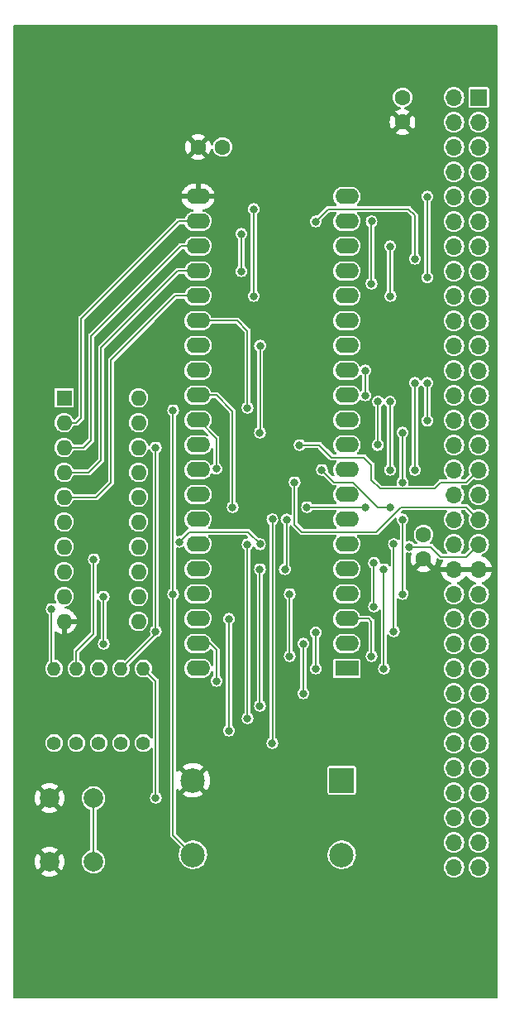
<source format=gbl>
G04 #@! TF.GenerationSoftware,KiCad,Pcbnew,(6.0.1)*
G04 #@! TF.CreationDate,2022-09-09T17:08:23-04:00*
G04 #@! TF.ProjectId,LB-65C816-01,4c422d36-3543-4383-9136-2d30312e6b69,1*
G04 #@! TF.SameCoordinates,Original*
G04 #@! TF.FileFunction,Copper,L2,Bot*
G04 #@! TF.FilePolarity,Positive*
%FSLAX46Y46*%
G04 Gerber Fmt 4.6, Leading zero omitted, Abs format (unit mm)*
G04 Created by KiCad (PCBNEW (6.0.1)) date 2022-09-09 17:08:23*
%MOMM*%
%LPD*%
G01*
G04 APERTURE LIST*
G04 #@! TA.AperFunction,ComponentPad*
%ADD10C,2.000000*%
G04 #@! TD*
G04 #@! TA.AperFunction,ComponentPad*
%ADD11O,1.400000X1.400000*%
G04 #@! TD*
G04 #@! TA.AperFunction,ComponentPad*
%ADD12C,1.400000*%
G04 #@! TD*
G04 #@! TA.AperFunction,ComponentPad*
%ADD13R,2.500000X2.500000*%
G04 #@! TD*
G04 #@! TA.AperFunction,ComponentPad*
%ADD14C,2.500000*%
G04 #@! TD*
G04 #@! TA.AperFunction,ComponentPad*
%ADD15R,1.600000X1.600000*%
G04 #@! TD*
G04 #@! TA.AperFunction,ComponentPad*
%ADD16O,1.600000X1.600000*%
G04 #@! TD*
G04 #@! TA.AperFunction,ComponentPad*
%ADD17R,2.400000X1.600000*%
G04 #@! TD*
G04 #@! TA.AperFunction,ComponentPad*
%ADD18O,2.400000X1.600000*%
G04 #@! TD*
G04 #@! TA.AperFunction,ComponentPad*
%ADD19R,1.700000X1.700000*%
G04 #@! TD*
G04 #@! TA.AperFunction,ComponentPad*
%ADD20O,1.700000X1.700000*%
G04 #@! TD*
G04 #@! TA.AperFunction,ComponentPad*
%ADD21C,1.600000*%
G04 #@! TD*
G04 #@! TA.AperFunction,ViaPad*
%ADD22C,0.800000*%
G04 #@! TD*
G04 #@! TA.AperFunction,Conductor*
%ADD23C,0.203200*%
G04 #@! TD*
G04 APERTURE END LIST*
D10*
X135926000Y-132790000D03*
X135926000Y-126290000D03*
X140426000Y-132790000D03*
X140426000Y-126290000D03*
D11*
X136398000Y-113030000D03*
D12*
X136398000Y-120650000D03*
X143256000Y-120650000D03*
D11*
X143256000Y-113030000D03*
D12*
X145542000Y-120650000D03*
D11*
X145542000Y-113030000D03*
D12*
X138684000Y-120650000D03*
D11*
X138684000Y-113030000D03*
D12*
X140970000Y-120650000D03*
D11*
X140970000Y-113030000D03*
D13*
X165862000Y-124460000D03*
D14*
X150622000Y-124460000D03*
X150622000Y-132080000D03*
X165862000Y-132080000D03*
D15*
X137424000Y-85349000D03*
D16*
X137424000Y-87889000D03*
X137424000Y-90429000D03*
X137424000Y-92969000D03*
X137424000Y-95509000D03*
X137424000Y-98049000D03*
X137424000Y-100589000D03*
X137424000Y-103129000D03*
X137424000Y-105669000D03*
X137424000Y-108209000D03*
X145044000Y-108209000D03*
X145044000Y-105669000D03*
X145044000Y-103129000D03*
X145044000Y-100589000D03*
X145044000Y-98049000D03*
X145044000Y-95509000D03*
X145044000Y-92969000D03*
X145044000Y-90429000D03*
X145044000Y-87889000D03*
X145044000Y-85349000D03*
D17*
X166375000Y-113025000D03*
D18*
X166375000Y-110485000D03*
X166375000Y-107945000D03*
X166375000Y-105405000D03*
X166375000Y-102865000D03*
X166375000Y-100325000D03*
X166375000Y-97785000D03*
X166375000Y-95245000D03*
X166375000Y-92705000D03*
X166375000Y-90165000D03*
X166375000Y-87625000D03*
X166375000Y-85085000D03*
X166375000Y-82545000D03*
X166375000Y-80005000D03*
X166375000Y-77465000D03*
X166375000Y-74925000D03*
X166375000Y-72385000D03*
X166375000Y-69845000D03*
X166375000Y-67305000D03*
X166375000Y-64765000D03*
X151135000Y-64765000D03*
X151135000Y-67305000D03*
X151135000Y-69845000D03*
X151135000Y-72385000D03*
X151135000Y-74925000D03*
X151135000Y-77465000D03*
X151135000Y-80005000D03*
X151135000Y-82545000D03*
X151135000Y-85085000D03*
X151135000Y-87625000D03*
X151135000Y-90165000D03*
X151135000Y-92705000D03*
X151135000Y-95245000D03*
X151135000Y-97785000D03*
X151135000Y-100325000D03*
X151135000Y-102865000D03*
X151135000Y-105405000D03*
X151135000Y-107945000D03*
X151135000Y-110485000D03*
X151135000Y-113025000D03*
D19*
X179890000Y-54615000D03*
D20*
X177350000Y-54615000D03*
X179890000Y-57155000D03*
X177350000Y-57155000D03*
X179890000Y-59695000D03*
X177350000Y-59695000D03*
X179890000Y-62235000D03*
X177350000Y-62235000D03*
X179890000Y-64775000D03*
X177350000Y-64775000D03*
X179890000Y-67315000D03*
X177350000Y-67315000D03*
X179890000Y-69855000D03*
X177350000Y-69855000D03*
X179890000Y-72395000D03*
X177350000Y-72395000D03*
X179890000Y-74935000D03*
X177350000Y-74935000D03*
X179890000Y-77475000D03*
X177350000Y-77475000D03*
X179890000Y-80015000D03*
X177350000Y-80015000D03*
X179890000Y-82555000D03*
X177350000Y-82555000D03*
X179890000Y-85095000D03*
X177350000Y-85095000D03*
X179890000Y-87635000D03*
X177350000Y-87635000D03*
X179890000Y-90175000D03*
X177350000Y-90175000D03*
X179890000Y-92715000D03*
X177350000Y-92715000D03*
X179890000Y-95255000D03*
X177350000Y-95255000D03*
X179890000Y-97795000D03*
X177350000Y-97795000D03*
X179890000Y-100335000D03*
X177350000Y-100335000D03*
X179890000Y-102875000D03*
X177350000Y-102875000D03*
X179890000Y-105415000D03*
X177350000Y-105415000D03*
X179890000Y-107955000D03*
X177350000Y-107955000D03*
X179890000Y-110495000D03*
X177350000Y-110495000D03*
X179890000Y-113035000D03*
X177350000Y-113035000D03*
X179890000Y-115575000D03*
X177350000Y-115575000D03*
X179890000Y-118115000D03*
X177350000Y-118115000D03*
X179890000Y-120655000D03*
X177350000Y-120655000D03*
X179890000Y-123195000D03*
X177350000Y-123195000D03*
X179890000Y-125735000D03*
X177350000Y-125735000D03*
X179890000Y-128275000D03*
X177350000Y-128275000D03*
X179890000Y-130815000D03*
X177350000Y-130815000D03*
X179890000Y-133355000D03*
X177350000Y-133355000D03*
D21*
X151150000Y-59690000D03*
X153650000Y-59690000D03*
X172085000Y-57130000D03*
X172085000Y-54630000D03*
X174244000Y-101834000D03*
X174244000Y-99334000D03*
D22*
X158750000Y-120650000D03*
X158755000Y-97785000D03*
X169164000Y-106680000D03*
X156210000Y-86360000D03*
X141478000Y-110490000D03*
X141473000Y-105669000D03*
X160528000Y-105410000D03*
X146812000Y-126238000D03*
X140462000Y-101854000D03*
X136144000Y-106934000D03*
X149243500Y-100076000D03*
X157485000Y-100325000D03*
X160528000Y-111760000D03*
X148590000Y-86614000D03*
X148590000Y-105410000D03*
X146812000Y-109220000D03*
X146812000Y-90424000D03*
X161036000Y-93980000D03*
X163195000Y-109347000D03*
X172757000Y-100584000D03*
X160209903Y-97790000D03*
X160038500Y-102870000D03*
X169164000Y-102211500D03*
X174625000Y-64770000D03*
X174625000Y-73006500D03*
X173355000Y-71120000D03*
X163195000Y-67310000D03*
X155575000Y-72390000D03*
X155575000Y-68580000D03*
X156845000Y-74930000D03*
X156845000Y-66040000D03*
X168275000Y-96520000D03*
X162306000Y-96520000D03*
X154686000Y-96520000D03*
X170815000Y-96520000D03*
X153016500Y-92601500D03*
X163830000Y-92710000D03*
X173350000Y-92715000D03*
X173355000Y-83820000D03*
X157498500Y-80010000D03*
X157480000Y-88900000D03*
X170815000Y-85748500D03*
X170815000Y-92710000D03*
X169550000Y-90165000D03*
X169582000Y-85725000D03*
X161544000Y-90170000D03*
X174625000Y-83820000D03*
X174625000Y-87667011D03*
X168275000Y-82550000D03*
X168275000Y-85090000D03*
X172085000Y-93980000D03*
X172085000Y-88900000D03*
X170852000Y-74930000D03*
X170815000Y-69850000D03*
X168910000Y-73660000D03*
X168915000Y-67305000D03*
X157480000Y-116840000D03*
X157480000Y-102870000D03*
X172103500Y-105410000D03*
X172085000Y-97790000D03*
X163195000Y-113030000D03*
X171196000Y-100325000D03*
X171196000Y-109220000D03*
X168910000Y-111760000D03*
X153035000Y-114300000D03*
X161925000Y-115570000D03*
X161925000Y-110490000D03*
X156210000Y-100330000D03*
X156210000Y-118110000D03*
X170180000Y-113030000D03*
X170180000Y-102870000D03*
X154305000Y-119380000D03*
X154305000Y-107950000D03*
D23*
X158755000Y-120645000D02*
X158750000Y-120650000D01*
X158755000Y-97785000D02*
X158755000Y-120645000D01*
X140208000Y-89662000D02*
X140208000Y-78994000D01*
X139441000Y-90429000D02*
X140208000Y-89662000D01*
X140208000Y-78994000D02*
X149357000Y-69845000D01*
X137424000Y-90429000D02*
X139441000Y-90429000D01*
X139949000Y-92969000D02*
X141219000Y-91699000D01*
X141219000Y-91699000D02*
X141219000Y-80259000D01*
X141219000Y-80259000D02*
X149093000Y-72385000D01*
X137424000Y-92969000D02*
X139949000Y-92969000D01*
X148839000Y-74925000D02*
X151135000Y-74925000D01*
X142235000Y-81529000D02*
X148839000Y-74925000D01*
X142235000Y-93985000D02*
X142235000Y-81529000D01*
X140711000Y-95509000D02*
X142235000Y-93985000D01*
X137424000Y-95509000D02*
X140711000Y-95509000D01*
X139192000Y-77216000D02*
X149103000Y-67305000D01*
X139192000Y-87376000D02*
X139192000Y-77216000D01*
X149103000Y-67305000D02*
X151135000Y-67305000D01*
X151135000Y-69845000D02*
X149357000Y-69845000D01*
X149093000Y-72385000D02*
X151135000Y-72385000D01*
X169164000Y-102211500D02*
X169164000Y-106680000D01*
X178625000Y-93980000D02*
X179890000Y-92715000D01*
X176022000Y-93980000D02*
X178625000Y-93980000D01*
X175368489Y-94633511D02*
X176022000Y-93980000D01*
X168910000Y-93726000D02*
X169817511Y-94633511D01*
X168910000Y-92202000D02*
X168910000Y-93726000D01*
X168148000Y-91440000D02*
X168910000Y-92202000D01*
X169817511Y-94633511D02*
X175368489Y-94633511D01*
X163576000Y-90170000D02*
X164846000Y-91440000D01*
X164846000Y-91440000D02*
X168148000Y-91440000D01*
X161544000Y-90170000D02*
X163576000Y-90170000D01*
X156210000Y-78486000D02*
X156210000Y-86360000D01*
X155189000Y-77465000D02*
X156210000Y-78486000D01*
X151135000Y-77465000D02*
X155189000Y-77465000D01*
X138679000Y-87889000D02*
X139192000Y-87376000D01*
X137424000Y-87889000D02*
X138679000Y-87889000D01*
X141473000Y-110485000D02*
X141478000Y-110490000D01*
X141473000Y-105669000D02*
X141473000Y-110485000D01*
X160528000Y-111760000D02*
X160528000Y-105410000D01*
X146812000Y-114300000D02*
X145542000Y-113030000D01*
X146812000Y-126238000D02*
X146812000Y-114300000D01*
X140426000Y-132790000D02*
X140426000Y-126290000D01*
X138684000Y-111252000D02*
X140462000Y-109474000D01*
X140462000Y-101854000D02*
X140462000Y-109474000D01*
X138684000Y-113030000D02*
X138684000Y-111252000D01*
X136144000Y-106934000D02*
X136144000Y-112776000D01*
X150259500Y-99060000D02*
X149243500Y-100076000D01*
X156220000Y-99060000D02*
X150259500Y-99060000D01*
X157485000Y-100325000D02*
X156220000Y-99060000D01*
X146812000Y-109474000D02*
X146812000Y-109220000D01*
X143256000Y-113030000D02*
X146812000Y-109474000D01*
X148590000Y-130048000D02*
X150622000Y-132080000D01*
X148590000Y-105410000D02*
X148590000Y-130048000D01*
X148590000Y-105410000D02*
X148590000Y-86614000D01*
X146812000Y-90424000D02*
X146812000Y-109220000D01*
X178615000Y-96520000D02*
X179890000Y-97795000D01*
X171958000Y-96520000D02*
X178615000Y-96520000D01*
X161798000Y-99060000D02*
X169418000Y-99060000D01*
X161036000Y-98298000D02*
X161798000Y-99060000D01*
X169418000Y-99060000D02*
X171958000Y-96520000D01*
X161036000Y-93980000D02*
X161036000Y-98298000D01*
X163195000Y-113030000D02*
X163195000Y-109347000D01*
X175006000Y-100584000D02*
X172757000Y-100584000D01*
X175006000Y-100584000D02*
X176022000Y-101600000D01*
X178625000Y-101600000D02*
X176022000Y-101600000D01*
X179890000Y-100335000D02*
X178625000Y-101600000D01*
X160209903Y-102805903D02*
X160145806Y-102870000D01*
X160209903Y-97790000D02*
X160209903Y-102805903D01*
X160145806Y-102870000D02*
X160038500Y-102870000D01*
X174625000Y-73006500D02*
X174625000Y-64770000D01*
X164465000Y-66040000D02*
X163195000Y-67310000D01*
X172720000Y-66040000D02*
X164465000Y-66040000D01*
X173355000Y-71120000D02*
X173355000Y-66675000D01*
X173355000Y-66675000D02*
X172720000Y-66040000D01*
X155575000Y-68580000D02*
X155575000Y-72390000D01*
X156845000Y-66040000D02*
X156845000Y-74930000D01*
X151135000Y-85085000D02*
X153030000Y-85085000D01*
X162306000Y-96520000D02*
X168275000Y-96520000D01*
X154686000Y-96520000D02*
X154686000Y-86741000D01*
X153030000Y-85085000D02*
X154686000Y-86741000D01*
X165100000Y-93980000D02*
X163830000Y-92710000D01*
X170815000Y-96520000D02*
X169545000Y-96520000D01*
X167005000Y-93980000D02*
X165100000Y-93980000D01*
X153016500Y-89506500D02*
X151135000Y-87625000D01*
X169545000Y-96520000D02*
X167005000Y-93980000D01*
X153016500Y-92601500D02*
X153016500Y-89506500D01*
X173350000Y-92715000D02*
X173355000Y-92710000D01*
X173355000Y-92710000D02*
X173355000Y-83820000D01*
X157498500Y-80010000D02*
X157498500Y-88881500D01*
X157498500Y-88881500D02*
X157480000Y-88900000D01*
X170815000Y-92710000D02*
X170815000Y-85748500D01*
X169582000Y-90133000D02*
X169550000Y-90165000D01*
X169582000Y-85725000D02*
X169582000Y-90133000D01*
X174625000Y-83820000D02*
X174625000Y-87667011D01*
X168275000Y-85090000D02*
X168275000Y-82550000D01*
X172085000Y-93980000D02*
X172085000Y-88900000D01*
X170815000Y-74893000D02*
X170852000Y-74930000D01*
X170815000Y-69850000D02*
X170815000Y-74893000D01*
X168910000Y-73660000D02*
X168910000Y-67310000D01*
X168910000Y-67310000D02*
X168915000Y-67305000D01*
X157480000Y-102870000D02*
X157480000Y-116840000D01*
X172103500Y-97808500D02*
X172085000Y-97790000D01*
X172103500Y-105410000D02*
X172103500Y-97808500D01*
X171196000Y-109220000D02*
X171196000Y-100330000D01*
X166375000Y-107945000D02*
X168651000Y-107945000D01*
X168910000Y-111760000D02*
X168910000Y-108204000D01*
X168910000Y-108204000D02*
X168651000Y-107945000D01*
X152395000Y-110485000D02*
X151135000Y-110485000D01*
X153035000Y-114300000D02*
X153035000Y-111125000D01*
X153035000Y-111125000D02*
X152395000Y-110485000D01*
X161925000Y-115570000D02*
X161925000Y-110490000D01*
X156210000Y-118110000D02*
X156210000Y-100330000D01*
X170180000Y-113030000D02*
X170180000Y-102870000D01*
X154305000Y-119380000D02*
X154305000Y-107950000D01*
G04 #@! TA.AperFunction,Conductor*
G36*
X181738921Y-47223202D02*
G01*
X181785414Y-47276858D01*
X181796800Y-47329200D01*
X181796800Y-146670800D01*
X181776798Y-146738921D01*
X181723142Y-146785414D01*
X181670800Y-146796800D01*
X132329200Y-146796800D01*
X132261079Y-146776798D01*
X132214586Y-146723142D01*
X132203200Y-146670800D01*
X132203200Y-134022670D01*
X135058160Y-134022670D01*
X135063887Y-134030320D01*
X135235042Y-134135205D01*
X135243837Y-134139687D01*
X135453988Y-134226734D01*
X135463373Y-134229783D01*
X135684554Y-134282885D01*
X135694301Y-134284428D01*
X135921070Y-134302275D01*
X135930930Y-134302275D01*
X136157699Y-134284428D01*
X136167446Y-134282885D01*
X136388627Y-134229783D01*
X136398012Y-134226734D01*
X136608163Y-134139687D01*
X136616958Y-134135205D01*
X136784445Y-134032568D01*
X136793907Y-134022110D01*
X136790124Y-134013334D01*
X135938812Y-133162022D01*
X135924868Y-133154408D01*
X135923035Y-133154539D01*
X135916420Y-133158790D01*
X135064920Y-134010290D01*
X135058160Y-134022670D01*
X132203200Y-134022670D01*
X132203200Y-132794930D01*
X134413725Y-132794930D01*
X134431572Y-133021699D01*
X134433115Y-133031446D01*
X134486217Y-133252627D01*
X134489266Y-133262012D01*
X134576313Y-133472163D01*
X134580795Y-133480958D01*
X134683432Y-133648445D01*
X134693890Y-133657907D01*
X134702666Y-133654124D01*
X135553978Y-132802812D01*
X135560356Y-132791132D01*
X136290408Y-132791132D01*
X136290539Y-132792965D01*
X136294790Y-132799580D01*
X137146290Y-133651080D01*
X137158670Y-133657840D01*
X137166320Y-133652113D01*
X137271205Y-133480958D01*
X137275687Y-133472163D01*
X137362734Y-133262012D01*
X137365783Y-133252627D01*
X137418885Y-133031446D01*
X137420428Y-133021699D01*
X137438275Y-132794930D01*
X137438275Y-132785070D01*
X137436173Y-132758356D01*
X139217557Y-132758356D01*
X139232026Y-132979107D01*
X139286481Y-133193525D01*
X139379099Y-133394428D01*
X139382432Y-133399144D01*
X139481975Y-133539994D01*
X139506778Y-133575090D01*
X139665242Y-133729458D01*
X139849183Y-133852364D01*
X139854486Y-133854642D01*
X139854489Y-133854644D01*
X140047136Y-133937411D01*
X140052443Y-133939691D01*
X140142049Y-133959967D01*
X140262576Y-133987240D01*
X140262579Y-133987240D01*
X140268212Y-133988515D01*
X140273983Y-133988742D01*
X140273985Y-133988742D01*
X140342461Y-133991432D01*
X140489267Y-133997200D01*
X140598734Y-133981328D01*
X140702488Y-133966285D01*
X140702493Y-133966284D01*
X140708202Y-133965456D01*
X140713666Y-133963601D01*
X140713671Y-133963600D01*
X140912218Y-133896202D01*
X140917686Y-133894346D01*
X141110704Y-133786251D01*
X141175131Y-133732668D01*
X141276353Y-133648482D01*
X141280791Y-133644791D01*
X141396788Y-133505320D01*
X141418560Y-133479142D01*
X141422251Y-133474704D01*
X141530346Y-133281686D01*
X141558492Y-133198771D01*
X141599600Y-133077671D01*
X141599601Y-133077666D01*
X141601456Y-133072202D01*
X141602284Y-133066493D01*
X141602285Y-133066488D01*
X141632667Y-132856941D01*
X141633200Y-132853267D01*
X141634857Y-132790000D01*
X141614615Y-132569703D01*
X141554565Y-132356784D01*
X141542791Y-132332907D01*
X141459275Y-132163555D01*
X141456720Y-132158374D01*
X141324356Y-131981117D01*
X141182329Y-131849828D01*
X141166151Y-131834873D01*
X141161906Y-131830949D01*
X141077848Y-131777913D01*
X140979694Y-131715982D01*
X140979689Y-131715980D01*
X140974810Y-131712901D01*
X140810609Y-131647391D01*
X140754751Y-131603571D01*
X140731300Y-131530362D01*
X140731300Y-127547905D01*
X140751302Y-127479784D01*
X140804958Y-127433291D01*
X140816795Y-127428594D01*
X140917686Y-127394346D01*
X141110704Y-127286251D01*
X141175131Y-127232668D01*
X141276353Y-127148482D01*
X141280791Y-127144791D01*
X141422251Y-126974704D01*
X141530346Y-126781686D01*
X141551501Y-126719366D01*
X141599600Y-126577671D01*
X141599601Y-126577666D01*
X141601456Y-126572202D01*
X141602284Y-126566493D01*
X141602285Y-126566488D01*
X141627062Y-126395597D01*
X141633200Y-126353267D01*
X141634857Y-126290000D01*
X141620178Y-126130247D01*
X141615144Y-126075457D01*
X141615143Y-126075454D01*
X141614615Y-126069703D01*
X141578366Y-125941176D01*
X141556133Y-125862343D01*
X141556132Y-125862341D01*
X141554565Y-125856784D01*
X141542791Y-125832907D01*
X141459275Y-125663555D01*
X141456720Y-125658374D01*
X141324356Y-125481117D01*
X141161906Y-125330949D01*
X141077848Y-125277913D01*
X140979694Y-125215982D01*
X140979689Y-125215980D01*
X140974810Y-125212901D01*
X140769334Y-125130924D01*
X140763674Y-125129798D01*
X140763670Y-125129797D01*
X140558027Y-125088892D01*
X140558024Y-125088892D01*
X140552360Y-125087765D01*
X140546585Y-125087689D01*
X140546581Y-125087689D01*
X140435855Y-125086240D01*
X140331154Y-125084870D01*
X140325457Y-125085849D01*
X140325456Y-125085849D01*
X140118815Y-125121356D01*
X140118812Y-125121357D01*
X140113125Y-125122334D01*
X139905574Y-125198903D01*
X139885643Y-125210761D01*
X139720420Y-125309058D01*
X139720417Y-125309060D01*
X139715452Y-125312014D01*
X139549126Y-125457878D01*
X139545551Y-125462413D01*
X139545550Y-125462414D01*
X139508832Y-125508991D01*
X139412167Y-125631609D01*
X139309162Y-125827390D01*
X139307449Y-125832907D01*
X139247621Y-126025583D01*
X139243559Y-126038664D01*
X139217557Y-126258356D01*
X139232026Y-126479107D01*
X139286481Y-126693525D01*
X139379099Y-126894428D01*
X139382432Y-126899144D01*
X139434037Y-126972163D01*
X139506778Y-127075090D01*
X139665242Y-127229458D01*
X139670046Y-127232668D01*
X139680495Y-127239650D01*
X139849183Y-127352364D01*
X139854486Y-127354642D01*
X139854489Y-127354644D01*
X140044438Y-127436252D01*
X140099131Y-127481520D01*
X140120700Y-127552020D01*
X140120700Y-131531722D01*
X140100698Y-131599843D01*
X140047042Y-131646336D01*
X140038311Y-131649934D01*
X139905574Y-131698903D01*
X139888648Y-131708973D01*
X139720420Y-131809058D01*
X139720417Y-131809060D01*
X139715452Y-131812014D01*
X139549126Y-131957878D01*
X139545551Y-131962413D01*
X139545550Y-131962414D01*
X139450200Y-132083365D01*
X139412167Y-132131609D01*
X139309162Y-132327390D01*
X139307449Y-132332907D01*
X139249047Y-132520991D01*
X139243559Y-132538664D01*
X139217557Y-132758356D01*
X137436173Y-132758356D01*
X137420428Y-132558301D01*
X137418885Y-132548554D01*
X137365783Y-132327373D01*
X137362734Y-132317988D01*
X137275687Y-132107837D01*
X137271205Y-132099042D01*
X137168568Y-131931555D01*
X137158110Y-131922093D01*
X137149334Y-131925876D01*
X136298022Y-132777188D01*
X136290408Y-132791132D01*
X135560356Y-132791132D01*
X135561592Y-132788868D01*
X135561461Y-132787035D01*
X135557210Y-132780420D01*
X134705710Y-131928920D01*
X134693330Y-131922160D01*
X134685680Y-131927887D01*
X134580795Y-132099042D01*
X134576313Y-132107837D01*
X134489266Y-132317988D01*
X134486217Y-132327373D01*
X134433115Y-132548554D01*
X134431572Y-132558301D01*
X134413725Y-132785070D01*
X134413725Y-132794930D01*
X132203200Y-132794930D01*
X132203200Y-131557890D01*
X135058093Y-131557890D01*
X135061876Y-131566666D01*
X135913188Y-132417978D01*
X135927132Y-132425592D01*
X135928965Y-132425461D01*
X135935580Y-132421210D01*
X136787080Y-131569710D01*
X136793840Y-131557330D01*
X136788113Y-131549680D01*
X136616958Y-131444795D01*
X136608163Y-131440313D01*
X136398012Y-131353266D01*
X136388627Y-131350217D01*
X136167446Y-131297115D01*
X136157699Y-131295572D01*
X135930930Y-131277725D01*
X135921070Y-131277725D01*
X135694301Y-131295572D01*
X135684554Y-131297115D01*
X135463373Y-131350217D01*
X135453988Y-131353266D01*
X135243837Y-131440313D01*
X135235042Y-131444795D01*
X135067555Y-131547432D01*
X135058093Y-131557890D01*
X132203200Y-131557890D01*
X132203200Y-127522670D01*
X135058160Y-127522670D01*
X135063887Y-127530320D01*
X135235042Y-127635205D01*
X135243837Y-127639687D01*
X135453988Y-127726734D01*
X135463373Y-127729783D01*
X135684554Y-127782885D01*
X135694301Y-127784428D01*
X135921070Y-127802275D01*
X135930930Y-127802275D01*
X136157699Y-127784428D01*
X136167446Y-127782885D01*
X136388627Y-127729783D01*
X136398012Y-127726734D01*
X136608163Y-127639687D01*
X136616958Y-127635205D01*
X136784445Y-127532568D01*
X136793907Y-127522110D01*
X136790124Y-127513334D01*
X135938812Y-126662022D01*
X135924868Y-126654408D01*
X135923035Y-126654539D01*
X135916420Y-126658790D01*
X135064920Y-127510290D01*
X135058160Y-127522670D01*
X132203200Y-127522670D01*
X132203200Y-126294930D01*
X134413725Y-126294930D01*
X134431572Y-126521699D01*
X134433115Y-126531446D01*
X134486217Y-126752627D01*
X134489266Y-126762012D01*
X134576313Y-126972163D01*
X134580795Y-126980958D01*
X134683432Y-127148445D01*
X134693890Y-127157907D01*
X134702666Y-127154124D01*
X135553978Y-126302812D01*
X135560356Y-126291132D01*
X136290408Y-126291132D01*
X136290539Y-126292965D01*
X136294790Y-126299580D01*
X137146290Y-127151080D01*
X137158670Y-127157840D01*
X137166320Y-127152113D01*
X137271205Y-126980958D01*
X137275687Y-126972163D01*
X137362734Y-126762012D01*
X137365783Y-126752627D01*
X137418885Y-126531446D01*
X137420428Y-126521699D01*
X137438275Y-126294930D01*
X137438275Y-126285070D01*
X137420428Y-126058301D01*
X137418885Y-126048554D01*
X137365783Y-125827373D01*
X137362734Y-125817988D01*
X137275687Y-125607837D01*
X137271205Y-125599042D01*
X137168568Y-125431555D01*
X137158110Y-125422093D01*
X137149334Y-125425876D01*
X136298022Y-126277188D01*
X136290408Y-126291132D01*
X135560356Y-126291132D01*
X135561592Y-126288868D01*
X135561461Y-126287035D01*
X135557210Y-126280420D01*
X134705710Y-125428920D01*
X134693330Y-125422160D01*
X134685680Y-125427887D01*
X134580795Y-125599042D01*
X134576313Y-125607837D01*
X134489266Y-125817988D01*
X134486217Y-125827373D01*
X134433115Y-126048554D01*
X134431572Y-126058301D01*
X134413725Y-126285070D01*
X134413725Y-126294930D01*
X132203200Y-126294930D01*
X132203200Y-125057890D01*
X135058093Y-125057890D01*
X135061876Y-125066666D01*
X135913188Y-125917978D01*
X135927132Y-125925592D01*
X135928965Y-125925461D01*
X135935580Y-125921210D01*
X136787080Y-125069710D01*
X136793840Y-125057330D01*
X136788113Y-125049680D01*
X136616958Y-124944795D01*
X136608163Y-124940313D01*
X136398012Y-124853266D01*
X136388627Y-124850217D01*
X136167446Y-124797115D01*
X136157699Y-124795572D01*
X135930930Y-124777725D01*
X135921070Y-124777725D01*
X135694301Y-124795572D01*
X135684554Y-124797115D01*
X135463373Y-124850217D01*
X135453988Y-124853266D01*
X135243837Y-124940313D01*
X135235042Y-124944795D01*
X135067555Y-125047432D01*
X135058093Y-125057890D01*
X132203200Y-125057890D01*
X132203200Y-120650000D01*
X135489322Y-120650000D01*
X135509179Y-120838925D01*
X135511219Y-120845203D01*
X135511219Y-120845204D01*
X135525636Y-120889575D01*
X135567881Y-121019593D01*
X135662864Y-121184108D01*
X135667282Y-121189015D01*
X135667283Y-121189016D01*
X135735993Y-121265325D01*
X135789976Y-121325279D01*
X135795315Y-121329158D01*
X135885248Y-121394498D01*
X135943661Y-121436938D01*
X135949689Y-121439622D01*
X135949691Y-121439623D01*
X136111172Y-121511519D01*
X136117203Y-121514204D01*
X136179455Y-121527436D01*
X136296560Y-121552328D01*
X136296564Y-121552328D01*
X136303017Y-121553700D01*
X136492983Y-121553700D01*
X136499436Y-121552328D01*
X136499440Y-121552328D01*
X136616545Y-121527436D01*
X136678797Y-121514204D01*
X136684828Y-121511519D01*
X136846309Y-121439623D01*
X136846311Y-121439622D01*
X136852339Y-121436938D01*
X136910753Y-121394498D01*
X137000685Y-121329158D01*
X137006024Y-121325279D01*
X137060008Y-121265325D01*
X137128717Y-121189016D01*
X137128718Y-121189015D01*
X137133136Y-121184108D01*
X137228119Y-121019593D01*
X137270364Y-120889575D01*
X137284781Y-120845204D01*
X137284781Y-120845203D01*
X137286821Y-120838925D01*
X137306678Y-120650000D01*
X137775322Y-120650000D01*
X137795179Y-120838925D01*
X137797219Y-120845203D01*
X137797219Y-120845204D01*
X137811636Y-120889575D01*
X137853881Y-121019593D01*
X137948864Y-121184108D01*
X137953282Y-121189015D01*
X137953283Y-121189016D01*
X138021993Y-121265325D01*
X138075976Y-121325279D01*
X138081315Y-121329158D01*
X138171248Y-121394498D01*
X138229661Y-121436938D01*
X138235689Y-121439622D01*
X138235691Y-121439623D01*
X138397172Y-121511519D01*
X138403203Y-121514204D01*
X138465455Y-121527436D01*
X138582560Y-121552328D01*
X138582564Y-121552328D01*
X138589017Y-121553700D01*
X138778983Y-121553700D01*
X138785436Y-121552328D01*
X138785440Y-121552328D01*
X138902545Y-121527436D01*
X138964797Y-121514204D01*
X138970828Y-121511519D01*
X139132309Y-121439623D01*
X139132311Y-121439622D01*
X139138339Y-121436938D01*
X139196753Y-121394498D01*
X139286685Y-121329158D01*
X139292024Y-121325279D01*
X139346008Y-121265325D01*
X139414717Y-121189016D01*
X139414718Y-121189015D01*
X139419136Y-121184108D01*
X139514119Y-121019593D01*
X139556364Y-120889575D01*
X139570781Y-120845204D01*
X139570781Y-120845203D01*
X139572821Y-120838925D01*
X139592678Y-120650000D01*
X140061322Y-120650000D01*
X140081179Y-120838925D01*
X140083219Y-120845203D01*
X140083219Y-120845204D01*
X140097636Y-120889575D01*
X140139881Y-121019593D01*
X140234864Y-121184108D01*
X140239282Y-121189015D01*
X140239283Y-121189016D01*
X140307993Y-121265325D01*
X140361976Y-121325279D01*
X140367315Y-121329158D01*
X140457248Y-121394498D01*
X140515661Y-121436938D01*
X140521689Y-121439622D01*
X140521691Y-121439623D01*
X140683172Y-121511519D01*
X140689203Y-121514204D01*
X140751455Y-121527436D01*
X140868560Y-121552328D01*
X140868564Y-121552328D01*
X140875017Y-121553700D01*
X141064983Y-121553700D01*
X141071436Y-121552328D01*
X141071440Y-121552328D01*
X141188545Y-121527436D01*
X141250797Y-121514204D01*
X141256828Y-121511519D01*
X141418309Y-121439623D01*
X141418311Y-121439622D01*
X141424339Y-121436938D01*
X141482753Y-121394498D01*
X141572685Y-121329158D01*
X141578024Y-121325279D01*
X141632008Y-121265325D01*
X141700717Y-121189016D01*
X141700718Y-121189015D01*
X141705136Y-121184108D01*
X141800119Y-121019593D01*
X141842364Y-120889575D01*
X141856781Y-120845204D01*
X141856781Y-120845203D01*
X141858821Y-120838925D01*
X141878678Y-120650000D01*
X142347322Y-120650000D01*
X142367179Y-120838925D01*
X142369219Y-120845203D01*
X142369219Y-120845204D01*
X142383636Y-120889575D01*
X142425881Y-121019593D01*
X142520864Y-121184108D01*
X142525282Y-121189015D01*
X142525283Y-121189016D01*
X142593993Y-121265325D01*
X142647976Y-121325279D01*
X142653315Y-121329158D01*
X142743248Y-121394498D01*
X142801661Y-121436938D01*
X142807689Y-121439622D01*
X142807691Y-121439623D01*
X142969172Y-121511519D01*
X142975203Y-121514204D01*
X143037455Y-121527436D01*
X143154560Y-121552328D01*
X143154564Y-121552328D01*
X143161017Y-121553700D01*
X143350983Y-121553700D01*
X143357436Y-121552328D01*
X143357440Y-121552328D01*
X143474545Y-121527436D01*
X143536797Y-121514204D01*
X143542828Y-121511519D01*
X143704309Y-121439623D01*
X143704311Y-121439622D01*
X143710339Y-121436938D01*
X143768753Y-121394498D01*
X143858685Y-121329158D01*
X143864024Y-121325279D01*
X143918008Y-121265325D01*
X143986717Y-121189016D01*
X143986718Y-121189015D01*
X143991136Y-121184108D01*
X144086119Y-121019593D01*
X144128364Y-120889575D01*
X144142781Y-120845204D01*
X144142781Y-120845203D01*
X144144821Y-120838925D01*
X144164678Y-120650000D01*
X144633322Y-120650000D01*
X144653179Y-120838925D01*
X144655219Y-120845203D01*
X144655219Y-120845204D01*
X144669636Y-120889575D01*
X144711881Y-121019593D01*
X144806864Y-121184108D01*
X144811282Y-121189015D01*
X144811283Y-121189016D01*
X144879993Y-121265325D01*
X144933976Y-121325279D01*
X144939315Y-121329158D01*
X145029248Y-121394498D01*
X145087661Y-121436938D01*
X145093689Y-121439622D01*
X145093691Y-121439623D01*
X145255172Y-121511519D01*
X145261203Y-121514204D01*
X145323455Y-121527436D01*
X145440560Y-121552328D01*
X145440564Y-121552328D01*
X145447017Y-121553700D01*
X145636983Y-121553700D01*
X145643436Y-121552328D01*
X145643440Y-121552328D01*
X145760545Y-121527436D01*
X145822797Y-121514204D01*
X145828828Y-121511519D01*
X145990309Y-121439623D01*
X145990311Y-121439622D01*
X145996339Y-121436938D01*
X146054753Y-121394498D01*
X146144685Y-121329158D01*
X146150024Y-121325279D01*
X146204008Y-121265325D01*
X146272717Y-121189016D01*
X146272718Y-121189015D01*
X146277136Y-121184108D01*
X146279383Y-121180216D01*
X146334985Y-121137340D01*
X146405721Y-121131263D01*
X146468513Y-121164395D01*
X146503425Y-121226214D01*
X146506700Y-121254754D01*
X146506700Y-125649181D01*
X146486698Y-125717302D01*
X146457405Y-125749143D01*
X146381436Y-125807436D01*
X146376413Y-125813982D01*
X146351628Y-125846283D01*
X146284669Y-125933546D01*
X146223839Y-126080403D01*
X146203091Y-126238000D01*
X146223839Y-126395597D01*
X146284669Y-126542454D01*
X146289696Y-126549005D01*
X146353189Y-126631751D01*
X146381436Y-126668564D01*
X146507545Y-126765331D01*
X146575711Y-126793566D01*
X146646773Y-126823001D01*
X146646776Y-126823002D01*
X146654403Y-126826161D01*
X146812000Y-126846909D01*
X146820188Y-126845831D01*
X146961409Y-126827239D01*
X146969597Y-126826161D01*
X146977224Y-126823002D01*
X146977227Y-126823001D01*
X147048289Y-126793566D01*
X147116455Y-126765331D01*
X147242564Y-126668564D01*
X147270812Y-126631751D01*
X147334304Y-126549005D01*
X147339331Y-126542454D01*
X147400161Y-126395597D01*
X147420909Y-126238000D01*
X147400161Y-126080403D01*
X147339331Y-125933546D01*
X147272573Y-125846545D01*
X147247591Y-125813987D01*
X147247590Y-125813986D01*
X147242564Y-125807436D01*
X147166594Y-125749142D01*
X147124728Y-125691805D01*
X147117300Y-125649181D01*
X147117300Y-114353281D01*
X147117507Y-114350462D01*
X147119255Y-114345371D01*
X147117389Y-114295658D01*
X147117300Y-114290932D01*
X147117300Y-114271607D01*
X147116409Y-114266821D01*
X147116167Y-114263092D01*
X147115425Y-114243342D01*
X147114989Y-114231718D01*
X147110397Y-114221029D01*
X147109478Y-114216952D01*
X147105399Y-114203525D01*
X147103894Y-114199626D01*
X147101764Y-114188189D01*
X147088547Y-114166747D01*
X147080039Y-114150368D01*
X147073607Y-114135396D01*
X147073604Y-114135392D01*
X147070094Y-114127221D01*
X147066015Y-114122256D01*
X147063689Y-114119930D01*
X147063598Y-114119815D01*
X147061777Y-114117807D01*
X147061913Y-114117684D01*
X147054060Y-114107750D01*
X147048190Y-114101277D01*
X147042085Y-114091372D01*
X147019855Y-114074468D01*
X147007027Y-114063267D01*
X146419662Y-113475902D01*
X146385636Y-113413590D01*
X146388924Y-113347871D01*
X146393284Y-113334454D01*
X146416352Y-113263455D01*
X146428781Y-113225204D01*
X146428781Y-113225203D01*
X146430821Y-113218925D01*
X146450678Y-113030000D01*
X146430821Y-112841075D01*
X146424294Y-112820985D01*
X146374161Y-112666692D01*
X146372119Y-112660407D01*
X146350966Y-112623768D01*
X146280439Y-112501613D01*
X146277136Y-112495892D01*
X146234977Y-112449070D01*
X146154439Y-112359624D01*
X146154438Y-112359623D01*
X146150024Y-112354721D01*
X146045140Y-112278518D01*
X146001681Y-112246943D01*
X146001680Y-112246942D01*
X145996339Y-112243062D01*
X145990311Y-112240378D01*
X145990309Y-112240377D01*
X145828828Y-112168481D01*
X145828827Y-112168481D01*
X145822797Y-112165796D01*
X145727406Y-112145520D01*
X145643440Y-112127672D01*
X145643436Y-112127672D01*
X145636983Y-112126300D01*
X145447017Y-112126300D01*
X145440564Y-112127672D01*
X145440560Y-112127672D01*
X145356594Y-112145520D01*
X145261203Y-112165796D01*
X145255173Y-112168481D01*
X145255172Y-112168481D01*
X145093691Y-112240377D01*
X145093689Y-112240378D01*
X145087661Y-112243062D01*
X145082320Y-112246942D01*
X145082319Y-112246943D01*
X145038860Y-112278518D01*
X144933976Y-112354721D01*
X144929562Y-112359623D01*
X144929561Y-112359624D01*
X144849023Y-112449070D01*
X144806864Y-112495892D01*
X144803561Y-112501613D01*
X144733035Y-112623768D01*
X144711881Y-112660407D01*
X144709839Y-112666692D01*
X144659707Y-112820985D01*
X144653179Y-112841075D01*
X144633322Y-113030000D01*
X144653179Y-113218925D01*
X144655219Y-113225203D01*
X144655219Y-113225204D01*
X144669636Y-113269575D01*
X144711881Y-113399593D01*
X144715184Y-113405315D01*
X144715185Y-113405316D01*
X144755938Y-113475902D01*
X144806864Y-113564108D01*
X144811282Y-113569015D01*
X144811283Y-113569016D01*
X144879993Y-113645325D01*
X144933976Y-113705279D01*
X144939315Y-113709158D01*
X145035860Y-113779302D01*
X145087661Y-113816938D01*
X145093689Y-113819622D01*
X145093691Y-113819623D01*
X145255170Y-113891518D01*
X145261203Y-113894204D01*
X145354110Y-113913952D01*
X145440560Y-113932328D01*
X145440564Y-113932328D01*
X145447017Y-113933700D01*
X145636983Y-113933700D01*
X145643436Y-113932328D01*
X145643440Y-113932328D01*
X145729890Y-113913952D01*
X145822797Y-113894204D01*
X145828824Y-113891521D01*
X145828832Y-113891518D01*
X145848616Y-113882709D01*
X145918983Y-113873274D01*
X145983281Y-113903380D01*
X145988961Y-113908720D01*
X146469795Y-114389554D01*
X146503821Y-114451866D01*
X146506700Y-114478649D01*
X146506700Y-120045246D01*
X146486698Y-120113367D01*
X146433042Y-120159860D01*
X146362768Y-120169964D01*
X146298188Y-120140470D01*
X146279691Y-120120317D01*
X146277136Y-120115892D01*
X146234977Y-120069070D01*
X146154439Y-119979624D01*
X146154438Y-119979623D01*
X146150024Y-119974721D01*
X146045140Y-119898518D01*
X146001681Y-119866943D01*
X146001680Y-119866942D01*
X145996339Y-119863062D01*
X145990311Y-119860378D01*
X145990309Y-119860377D01*
X145828828Y-119788481D01*
X145828827Y-119788481D01*
X145822797Y-119785796D01*
X145729890Y-119766048D01*
X145643440Y-119747672D01*
X145643436Y-119747672D01*
X145636983Y-119746300D01*
X145447017Y-119746300D01*
X145440564Y-119747672D01*
X145440560Y-119747672D01*
X145354110Y-119766048D01*
X145261203Y-119785796D01*
X145255173Y-119788481D01*
X145255172Y-119788481D01*
X145093691Y-119860377D01*
X145093689Y-119860378D01*
X145087661Y-119863062D01*
X145082320Y-119866942D01*
X145082319Y-119866943D01*
X145038860Y-119898518D01*
X144933976Y-119974721D01*
X144929562Y-119979623D01*
X144929561Y-119979624D01*
X144849023Y-120069070D01*
X144806864Y-120115892D01*
X144803561Y-120121613D01*
X144733035Y-120243768D01*
X144711881Y-120280407D01*
X144709839Y-120286692D01*
X144659707Y-120440985D01*
X144653179Y-120461075D01*
X144633322Y-120650000D01*
X144164678Y-120650000D01*
X144144821Y-120461075D01*
X144138294Y-120440985D01*
X144088161Y-120286692D01*
X144086119Y-120280407D01*
X144064966Y-120243768D01*
X143994439Y-120121613D01*
X143991136Y-120115892D01*
X143948977Y-120069070D01*
X143868439Y-119979624D01*
X143868438Y-119979623D01*
X143864024Y-119974721D01*
X143759140Y-119898518D01*
X143715681Y-119866943D01*
X143715680Y-119866942D01*
X143710339Y-119863062D01*
X143704311Y-119860378D01*
X143704309Y-119860377D01*
X143542828Y-119788481D01*
X143542827Y-119788481D01*
X143536797Y-119785796D01*
X143443890Y-119766048D01*
X143357440Y-119747672D01*
X143357436Y-119747672D01*
X143350983Y-119746300D01*
X143161017Y-119746300D01*
X143154564Y-119747672D01*
X143154560Y-119747672D01*
X143068110Y-119766048D01*
X142975203Y-119785796D01*
X142969173Y-119788481D01*
X142969172Y-119788481D01*
X142807691Y-119860377D01*
X142807689Y-119860378D01*
X142801661Y-119863062D01*
X142796320Y-119866942D01*
X142796319Y-119866943D01*
X142752860Y-119898518D01*
X142647976Y-119974721D01*
X142643562Y-119979623D01*
X142643561Y-119979624D01*
X142563023Y-120069070D01*
X142520864Y-120115892D01*
X142517561Y-120121613D01*
X142447035Y-120243768D01*
X142425881Y-120280407D01*
X142423839Y-120286692D01*
X142373707Y-120440985D01*
X142367179Y-120461075D01*
X142347322Y-120650000D01*
X141878678Y-120650000D01*
X141858821Y-120461075D01*
X141852294Y-120440985D01*
X141802161Y-120286692D01*
X141800119Y-120280407D01*
X141778966Y-120243768D01*
X141708439Y-120121613D01*
X141705136Y-120115892D01*
X141662977Y-120069070D01*
X141582439Y-119979624D01*
X141582438Y-119979623D01*
X141578024Y-119974721D01*
X141473140Y-119898518D01*
X141429681Y-119866943D01*
X141429680Y-119866942D01*
X141424339Y-119863062D01*
X141418311Y-119860378D01*
X141418309Y-119860377D01*
X141256828Y-119788481D01*
X141256827Y-119788481D01*
X141250797Y-119785796D01*
X141157890Y-119766048D01*
X141071440Y-119747672D01*
X141071436Y-119747672D01*
X141064983Y-119746300D01*
X140875017Y-119746300D01*
X140868564Y-119747672D01*
X140868560Y-119747672D01*
X140782110Y-119766048D01*
X140689203Y-119785796D01*
X140683173Y-119788481D01*
X140683172Y-119788481D01*
X140521691Y-119860377D01*
X140521689Y-119860378D01*
X140515661Y-119863062D01*
X140510320Y-119866942D01*
X140510319Y-119866943D01*
X140466860Y-119898518D01*
X140361976Y-119974721D01*
X140357562Y-119979623D01*
X140357561Y-119979624D01*
X140277023Y-120069070D01*
X140234864Y-120115892D01*
X140231561Y-120121613D01*
X140161035Y-120243768D01*
X140139881Y-120280407D01*
X140137839Y-120286692D01*
X140087707Y-120440985D01*
X140081179Y-120461075D01*
X140061322Y-120650000D01*
X139592678Y-120650000D01*
X139572821Y-120461075D01*
X139566294Y-120440985D01*
X139516161Y-120286692D01*
X139514119Y-120280407D01*
X139492966Y-120243768D01*
X139422439Y-120121613D01*
X139419136Y-120115892D01*
X139376977Y-120069070D01*
X139296439Y-119979624D01*
X139296438Y-119979623D01*
X139292024Y-119974721D01*
X139187140Y-119898518D01*
X139143681Y-119866943D01*
X139143680Y-119866942D01*
X139138339Y-119863062D01*
X139132311Y-119860378D01*
X139132309Y-119860377D01*
X138970828Y-119788481D01*
X138970827Y-119788481D01*
X138964797Y-119785796D01*
X138871890Y-119766048D01*
X138785440Y-119747672D01*
X138785436Y-119747672D01*
X138778983Y-119746300D01*
X138589017Y-119746300D01*
X138582564Y-119747672D01*
X138582560Y-119747672D01*
X138496110Y-119766048D01*
X138403203Y-119785796D01*
X138397173Y-119788481D01*
X138397172Y-119788481D01*
X138235691Y-119860377D01*
X138235689Y-119860378D01*
X138229661Y-119863062D01*
X138224320Y-119866942D01*
X138224319Y-119866943D01*
X138180860Y-119898518D01*
X138075976Y-119974721D01*
X138071562Y-119979623D01*
X138071561Y-119979624D01*
X137991023Y-120069070D01*
X137948864Y-120115892D01*
X137945561Y-120121613D01*
X137875035Y-120243768D01*
X137853881Y-120280407D01*
X137851839Y-120286692D01*
X137801707Y-120440985D01*
X137795179Y-120461075D01*
X137775322Y-120650000D01*
X137306678Y-120650000D01*
X137286821Y-120461075D01*
X137280294Y-120440985D01*
X137230161Y-120286692D01*
X137228119Y-120280407D01*
X137206966Y-120243768D01*
X137136439Y-120121613D01*
X137133136Y-120115892D01*
X137090977Y-120069070D01*
X137010439Y-119979624D01*
X137010438Y-119979623D01*
X137006024Y-119974721D01*
X136901140Y-119898518D01*
X136857681Y-119866943D01*
X136857680Y-119866942D01*
X136852339Y-119863062D01*
X136846311Y-119860378D01*
X136846309Y-119860377D01*
X136684828Y-119788481D01*
X136684827Y-119788481D01*
X136678797Y-119785796D01*
X136585890Y-119766048D01*
X136499440Y-119747672D01*
X136499436Y-119747672D01*
X136492983Y-119746300D01*
X136303017Y-119746300D01*
X136296564Y-119747672D01*
X136296560Y-119747672D01*
X136210110Y-119766048D01*
X136117203Y-119785796D01*
X136111173Y-119788481D01*
X136111172Y-119788481D01*
X135949691Y-119860377D01*
X135949689Y-119860378D01*
X135943661Y-119863062D01*
X135938320Y-119866942D01*
X135938319Y-119866943D01*
X135894860Y-119898518D01*
X135789976Y-119974721D01*
X135785562Y-119979623D01*
X135785561Y-119979624D01*
X135705023Y-120069070D01*
X135662864Y-120115892D01*
X135659561Y-120121613D01*
X135589035Y-120243768D01*
X135567881Y-120280407D01*
X135565839Y-120286692D01*
X135515707Y-120440985D01*
X135509179Y-120461075D01*
X135489322Y-120650000D01*
X132203200Y-120650000D01*
X132203200Y-113030000D01*
X135489322Y-113030000D01*
X135509179Y-113218925D01*
X135511219Y-113225203D01*
X135511219Y-113225204D01*
X135525636Y-113269575D01*
X135567881Y-113399593D01*
X135571184Y-113405315D01*
X135571185Y-113405316D01*
X135611938Y-113475902D01*
X135662864Y-113564108D01*
X135667282Y-113569015D01*
X135667283Y-113569016D01*
X135735993Y-113645325D01*
X135789976Y-113705279D01*
X135795315Y-113709158D01*
X135891860Y-113779302D01*
X135943661Y-113816938D01*
X135949689Y-113819622D01*
X135949691Y-113819623D01*
X136111170Y-113891518D01*
X136117203Y-113894204D01*
X136210110Y-113913952D01*
X136296560Y-113932328D01*
X136296564Y-113932328D01*
X136303017Y-113933700D01*
X136492983Y-113933700D01*
X136499436Y-113932328D01*
X136499440Y-113932328D01*
X136585890Y-113913952D01*
X136678797Y-113894204D01*
X136684830Y-113891518D01*
X136846309Y-113819623D01*
X136846311Y-113819622D01*
X136852339Y-113816938D01*
X136904141Y-113779302D01*
X137000685Y-113709158D01*
X137006024Y-113705279D01*
X137060008Y-113645325D01*
X137128717Y-113569016D01*
X137128718Y-113569015D01*
X137133136Y-113564108D01*
X137184062Y-113475902D01*
X137224815Y-113405316D01*
X137224816Y-113405315D01*
X137228119Y-113399593D01*
X137270364Y-113269575D01*
X137284781Y-113225204D01*
X137284781Y-113225203D01*
X137286821Y-113218925D01*
X137306678Y-113030000D01*
X137775322Y-113030000D01*
X137795179Y-113218925D01*
X137797219Y-113225203D01*
X137797219Y-113225204D01*
X137811636Y-113269575D01*
X137853881Y-113399593D01*
X137857184Y-113405315D01*
X137857185Y-113405316D01*
X137897938Y-113475902D01*
X137948864Y-113564108D01*
X137953282Y-113569015D01*
X137953283Y-113569016D01*
X138021993Y-113645325D01*
X138075976Y-113705279D01*
X138081315Y-113709158D01*
X138177860Y-113779302D01*
X138229661Y-113816938D01*
X138235689Y-113819622D01*
X138235691Y-113819623D01*
X138397170Y-113891518D01*
X138403203Y-113894204D01*
X138496110Y-113913952D01*
X138582560Y-113932328D01*
X138582564Y-113932328D01*
X138589017Y-113933700D01*
X138778983Y-113933700D01*
X138785436Y-113932328D01*
X138785440Y-113932328D01*
X138871890Y-113913952D01*
X138964797Y-113894204D01*
X138970830Y-113891518D01*
X139132309Y-113819623D01*
X139132311Y-113819622D01*
X139138339Y-113816938D01*
X139190141Y-113779302D01*
X139286685Y-113709158D01*
X139292024Y-113705279D01*
X139346008Y-113645325D01*
X139414717Y-113569016D01*
X139414718Y-113569015D01*
X139419136Y-113564108D01*
X139470062Y-113475902D01*
X139510815Y-113405316D01*
X139510816Y-113405315D01*
X139514119Y-113399593D01*
X139556364Y-113269575D01*
X139570781Y-113225204D01*
X139570781Y-113225203D01*
X139572821Y-113218925D01*
X139592678Y-113030000D01*
X140061322Y-113030000D01*
X140081179Y-113218925D01*
X140083219Y-113225203D01*
X140083219Y-113225204D01*
X140097636Y-113269575D01*
X140139881Y-113399593D01*
X140143184Y-113405315D01*
X140143185Y-113405316D01*
X140183938Y-113475902D01*
X140234864Y-113564108D01*
X140239282Y-113569015D01*
X140239283Y-113569016D01*
X140307993Y-113645325D01*
X140361976Y-113705279D01*
X140367315Y-113709158D01*
X140463860Y-113779302D01*
X140515661Y-113816938D01*
X140521689Y-113819622D01*
X140521691Y-113819623D01*
X140683170Y-113891518D01*
X140689203Y-113894204D01*
X140782110Y-113913952D01*
X140868560Y-113932328D01*
X140868564Y-113932328D01*
X140875017Y-113933700D01*
X141064983Y-113933700D01*
X141071436Y-113932328D01*
X141071440Y-113932328D01*
X141157890Y-113913952D01*
X141250797Y-113894204D01*
X141256830Y-113891518D01*
X141418309Y-113819623D01*
X141418311Y-113819622D01*
X141424339Y-113816938D01*
X141476141Y-113779302D01*
X141572685Y-113709158D01*
X141578024Y-113705279D01*
X141632008Y-113645325D01*
X141700717Y-113569016D01*
X141700718Y-113569015D01*
X141705136Y-113564108D01*
X141756062Y-113475902D01*
X141796815Y-113405316D01*
X141796816Y-113405315D01*
X141800119Y-113399593D01*
X141842364Y-113269575D01*
X141856781Y-113225204D01*
X141856781Y-113225203D01*
X141858821Y-113218925D01*
X141878678Y-113030000D01*
X142347322Y-113030000D01*
X142367179Y-113218925D01*
X142369219Y-113225203D01*
X142369219Y-113225204D01*
X142383636Y-113269575D01*
X142425881Y-113399593D01*
X142429184Y-113405315D01*
X142429185Y-113405316D01*
X142469938Y-113475902D01*
X142520864Y-113564108D01*
X142525282Y-113569015D01*
X142525283Y-113569016D01*
X142593993Y-113645325D01*
X142647976Y-113705279D01*
X142653315Y-113709158D01*
X142749860Y-113779302D01*
X142801661Y-113816938D01*
X142807689Y-113819622D01*
X142807691Y-113819623D01*
X142969170Y-113891518D01*
X142975203Y-113894204D01*
X143068110Y-113913952D01*
X143154560Y-113932328D01*
X143154564Y-113932328D01*
X143161017Y-113933700D01*
X143350983Y-113933700D01*
X143357436Y-113932328D01*
X143357440Y-113932328D01*
X143443890Y-113913952D01*
X143536797Y-113894204D01*
X143542830Y-113891518D01*
X143704309Y-113819623D01*
X143704311Y-113819622D01*
X143710339Y-113816938D01*
X143762141Y-113779302D01*
X143858685Y-113709158D01*
X143864024Y-113705279D01*
X143918008Y-113645325D01*
X143986717Y-113569016D01*
X143986718Y-113569015D01*
X143991136Y-113564108D01*
X144042062Y-113475902D01*
X144082815Y-113405316D01*
X144082816Y-113405315D01*
X144086119Y-113399593D01*
X144128364Y-113269575D01*
X144142781Y-113225204D01*
X144142781Y-113225203D01*
X144144821Y-113218925D01*
X144164678Y-113030000D01*
X144144821Y-112841075D01*
X144138294Y-112820985D01*
X144102924Y-112712128D01*
X144100897Y-112641160D01*
X144133662Y-112584097D01*
X146870257Y-109847502D01*
X146932569Y-109813476D01*
X146942904Y-109811675D01*
X146969597Y-109808161D01*
X147116455Y-109747331D01*
X147242564Y-109650564D01*
X147250699Y-109639963D01*
X147320369Y-109549166D01*
X147339331Y-109524454D01*
X147400161Y-109377597D01*
X147420909Y-109220000D01*
X147400161Y-109062403D01*
X147395097Y-109050176D01*
X147353064Y-108948700D01*
X147339331Y-108915546D01*
X147269620Y-108824696D01*
X147247591Y-108795987D01*
X147247590Y-108795986D01*
X147242564Y-108789436D01*
X147166594Y-108731142D01*
X147124728Y-108673805D01*
X147117300Y-108631181D01*
X147117300Y-105410000D01*
X147981091Y-105410000D01*
X148001839Y-105567597D01*
X148062669Y-105714454D01*
X148159436Y-105840564D01*
X148235406Y-105898858D01*
X148277272Y-105956195D01*
X148284700Y-105998819D01*
X148284700Y-129994710D01*
X148284493Y-129997535D01*
X148282744Y-130002628D01*
X148283181Y-130014255D01*
X148284611Y-130052356D01*
X148284700Y-130057083D01*
X148284700Y-130076393D01*
X148285592Y-130081180D01*
X148285833Y-130084898D01*
X148287011Y-130116282D01*
X148291605Y-130126974D01*
X148292525Y-130131059D01*
X148296601Y-130144475D01*
X148298106Y-130148374D01*
X148300236Y-130159811D01*
X148313453Y-130181253D01*
X148321961Y-130197632D01*
X148328393Y-130212604D01*
X148328396Y-130212608D01*
X148331906Y-130220779D01*
X148335985Y-130225744D01*
X148338311Y-130228070D01*
X148338402Y-130228185D01*
X148340223Y-130230193D01*
X148340087Y-130230316D01*
X148347940Y-130240250D01*
X148353810Y-130246723D01*
X148359915Y-130256628D01*
X148382158Y-130273542D01*
X148394977Y-130284736D01*
X149328205Y-131217964D01*
X149362231Y-131280276D01*
X149357166Y-131351091D01*
X149353398Y-131360109D01*
X149261592Y-131557890D01*
X149253037Y-131576320D01*
X149189155Y-131806670D01*
X149163753Y-132044361D01*
X149164050Y-132049513D01*
X149164050Y-132049517D01*
X149169917Y-132151256D01*
X149177514Y-132283009D01*
X149178651Y-132288055D01*
X149178652Y-132288061D01*
X149201232Y-132388256D01*
X149230067Y-132516205D01*
X149232009Y-132520987D01*
X149232010Y-132520991D01*
X149268974Y-132612023D01*
X149320001Y-132737687D01*
X149444902Y-132941506D01*
X149601414Y-133122188D01*
X149605389Y-133125488D01*
X149605393Y-133125492D01*
X149641513Y-133155479D01*
X149785334Y-133274882D01*
X149789786Y-133277484D01*
X149789791Y-133277487D01*
X149980936Y-133389183D01*
X149991724Y-133395487D01*
X150215041Y-133480763D01*
X150220109Y-133481794D01*
X150220112Y-133481795D01*
X150335642Y-133505300D01*
X150449286Y-133528421D01*
X150454459Y-133528611D01*
X150454462Y-133528611D01*
X150683006Y-133536991D01*
X150683010Y-133536991D01*
X150688170Y-133537180D01*
X150693290Y-133536524D01*
X150693292Y-133536524D01*
X150766840Y-133527102D01*
X150925277Y-133506806D01*
X150930228Y-133505321D01*
X150930231Y-133505320D01*
X151149296Y-133439597D01*
X151154239Y-133438114D01*
X151241252Y-133395487D01*
X151364273Y-133335220D01*
X151364276Y-133335218D01*
X151368908Y-133332949D01*
X151563518Y-133194136D01*
X151732842Y-133025401D01*
X151799600Y-132932498D01*
X151869317Y-132835478D01*
X151869321Y-132835472D01*
X151872335Y-132831277D01*
X151978248Y-132616977D01*
X152019517Y-132481146D01*
X152046235Y-132393208D01*
X152046236Y-132393202D01*
X152047739Y-132388256D01*
X152078941Y-132151256D01*
X152080682Y-132080000D01*
X152077752Y-132044361D01*
X164403753Y-132044361D01*
X164404050Y-132049513D01*
X164404050Y-132049517D01*
X164409917Y-132151256D01*
X164417514Y-132283009D01*
X164418651Y-132288055D01*
X164418652Y-132288061D01*
X164441232Y-132388256D01*
X164470067Y-132516205D01*
X164472009Y-132520987D01*
X164472010Y-132520991D01*
X164508974Y-132612023D01*
X164560001Y-132737687D01*
X164684902Y-132941506D01*
X164841414Y-133122188D01*
X164845389Y-133125488D01*
X164845393Y-133125492D01*
X164881513Y-133155479D01*
X165025334Y-133274882D01*
X165029786Y-133277484D01*
X165029791Y-133277487D01*
X165220936Y-133389183D01*
X165231724Y-133395487D01*
X165455041Y-133480763D01*
X165460109Y-133481794D01*
X165460112Y-133481795D01*
X165575642Y-133505300D01*
X165689286Y-133528421D01*
X165694459Y-133528611D01*
X165694462Y-133528611D01*
X165923006Y-133536991D01*
X165923010Y-133536991D01*
X165928170Y-133537180D01*
X165933290Y-133536524D01*
X165933292Y-133536524D01*
X166006840Y-133527102D01*
X166165277Y-133506806D01*
X166170228Y-133505321D01*
X166170231Y-133505320D01*
X166389296Y-133439597D01*
X166394239Y-133438114D01*
X166481252Y-133395487D01*
X166594073Y-133340217D01*
X176291305Y-133340217D01*
X176291821Y-133346361D01*
X176308080Y-133539994D01*
X176308081Y-133539999D01*
X176308596Y-133546133D01*
X176319298Y-133583455D01*
X176362085Y-133732668D01*
X176365555Y-133744770D01*
X176460010Y-133928560D01*
X176463835Y-133933386D01*
X176463837Y-133933389D01*
X176534600Y-134022670D01*
X176588364Y-134090503D01*
X176745730Y-134224431D01*
X176926111Y-134325243D01*
X177122639Y-134389099D01*
X177327826Y-134413566D01*
X177333961Y-134413094D01*
X177333963Y-134413094D01*
X177527715Y-134398185D01*
X177527718Y-134398184D01*
X177533858Y-134397712D01*
X177732887Y-134342143D01*
X177917332Y-134248973D01*
X177944899Y-134227436D01*
X178075307Y-134125550D01*
X178075308Y-134125549D01*
X178080168Y-134121752D01*
X178215191Y-133965325D01*
X178231049Y-133937411D01*
X178279362Y-133852364D01*
X178317260Y-133785652D01*
X178382486Y-133589575D01*
X178408385Y-133384563D01*
X178408798Y-133355000D01*
X178407348Y-133340217D01*
X178831305Y-133340217D01*
X178831821Y-133346361D01*
X178848080Y-133539994D01*
X178848081Y-133539999D01*
X178848596Y-133546133D01*
X178859298Y-133583455D01*
X178902085Y-133732668D01*
X178905555Y-133744770D01*
X179000010Y-133928560D01*
X179003835Y-133933386D01*
X179003837Y-133933389D01*
X179074600Y-134022670D01*
X179128364Y-134090503D01*
X179285730Y-134224431D01*
X179466111Y-134325243D01*
X179662639Y-134389099D01*
X179867826Y-134413566D01*
X179873961Y-134413094D01*
X179873963Y-134413094D01*
X180067715Y-134398185D01*
X180067718Y-134398184D01*
X180073858Y-134397712D01*
X180272887Y-134342143D01*
X180457332Y-134248973D01*
X180484899Y-134227436D01*
X180615307Y-134125550D01*
X180615308Y-134125549D01*
X180620168Y-134121752D01*
X180755191Y-133965325D01*
X180771049Y-133937411D01*
X180819362Y-133852364D01*
X180857260Y-133785652D01*
X180922486Y-133589575D01*
X180948385Y-133384563D01*
X180948798Y-133355000D01*
X180928633Y-133149345D01*
X180921432Y-133125492D01*
X180870688Y-132957422D01*
X180868907Y-132951523D01*
X180789836Y-132802812D01*
X180774789Y-132774512D01*
X180774787Y-132774509D01*
X180771895Y-132769070D01*
X180768005Y-132764300D01*
X180768002Y-132764296D01*
X180645187Y-132613710D01*
X180645184Y-132613707D01*
X180641292Y-132608935D01*
X180636543Y-132605006D01*
X180486822Y-132481146D01*
X180486819Y-132481144D01*
X180482072Y-132477217D01*
X180300301Y-132378933D01*
X180151614Y-132332907D01*
X180108788Y-132319650D01*
X180108785Y-132319649D01*
X180102901Y-132317828D01*
X180096776Y-132317184D01*
X180096775Y-132317184D01*
X179903520Y-132296872D01*
X179903519Y-132296872D01*
X179897392Y-132296228D01*
X179770582Y-132307768D01*
X179697742Y-132314397D01*
X179697741Y-132314397D01*
X179691601Y-132314956D01*
X179493367Y-132373300D01*
X179310241Y-132469036D01*
X179149198Y-132598518D01*
X179145239Y-132603236D01*
X179145238Y-132603237D01*
X179028725Y-132742091D01*
X179016371Y-132756814D01*
X179013408Y-132762203D01*
X179013405Y-132762208D01*
X178919788Y-132932498D01*
X178916821Y-132937895D01*
X178854339Y-133134864D01*
X178853653Y-133140981D01*
X178853652Y-133140985D01*
X178832120Y-133332949D01*
X178831305Y-133340217D01*
X178407348Y-133340217D01*
X178388633Y-133149345D01*
X178381432Y-133125492D01*
X178330688Y-132957422D01*
X178328907Y-132951523D01*
X178249836Y-132802812D01*
X178234789Y-132774512D01*
X178234787Y-132774509D01*
X178231895Y-132769070D01*
X178228005Y-132764300D01*
X178228002Y-132764296D01*
X178105187Y-132613710D01*
X178105184Y-132613707D01*
X178101292Y-132608935D01*
X178096543Y-132605006D01*
X177946822Y-132481146D01*
X177946819Y-132481144D01*
X177942072Y-132477217D01*
X177760301Y-132378933D01*
X177611614Y-132332907D01*
X177568788Y-132319650D01*
X177568785Y-132319649D01*
X177562901Y-132317828D01*
X177556776Y-132317184D01*
X177556775Y-132317184D01*
X177363520Y-132296872D01*
X177363519Y-132296872D01*
X177357392Y-132296228D01*
X177230582Y-132307768D01*
X177157742Y-132314397D01*
X177157741Y-132314397D01*
X177151601Y-132314956D01*
X176953367Y-132373300D01*
X176770241Y-132469036D01*
X176609198Y-132598518D01*
X176605239Y-132603236D01*
X176605238Y-132603237D01*
X176488725Y-132742091D01*
X176476371Y-132756814D01*
X176473408Y-132762203D01*
X176473405Y-132762208D01*
X176379788Y-132932498D01*
X176376821Y-132937895D01*
X176314339Y-133134864D01*
X176313653Y-133140981D01*
X176313652Y-133140985D01*
X176292120Y-133332949D01*
X176291305Y-133340217D01*
X166594073Y-133340217D01*
X166604273Y-133335220D01*
X166604276Y-133335218D01*
X166608908Y-133332949D01*
X166803518Y-133194136D01*
X166972842Y-133025401D01*
X167039600Y-132932498D01*
X167109317Y-132835478D01*
X167109321Y-132835472D01*
X167112335Y-132831277D01*
X167218248Y-132616977D01*
X167259517Y-132481146D01*
X167286235Y-132393208D01*
X167286236Y-132393202D01*
X167287739Y-132388256D01*
X167318941Y-132151256D01*
X167320682Y-132080000D01*
X167301095Y-131841759D01*
X167248137Y-131630924D01*
X167244118Y-131614924D01*
X167244117Y-131614920D01*
X167242860Y-131609917D01*
X167147541Y-131390699D01*
X167130393Y-131364191D01*
X167076106Y-131280276D01*
X167017699Y-131189992D01*
X166996137Y-131166295D01*
X166860297Y-131017010D01*
X166860295Y-131017009D01*
X166856819Y-131013188D01*
X166852768Y-131009989D01*
X166852764Y-131009985D01*
X166673276Y-130868234D01*
X166673271Y-130868231D01*
X166669222Y-130865033D01*
X166664706Y-130862540D01*
X166664703Y-130862538D01*
X166551809Y-130800217D01*
X176291305Y-130800217D01*
X176291821Y-130806361D01*
X176308080Y-130999994D01*
X176308081Y-130999999D01*
X176308596Y-131006133D01*
X176310294Y-131012053D01*
X176362563Y-131194335D01*
X176365555Y-131204770D01*
X176389322Y-131251015D01*
X176440754Y-131351091D01*
X176460010Y-131388560D01*
X176463835Y-131393386D01*
X176463837Y-131393389D01*
X176504581Y-131444795D01*
X176588364Y-131550503D01*
X176593057Y-131554497D01*
X176593058Y-131554498D01*
X176607356Y-131566666D01*
X176745730Y-131684431D01*
X176926111Y-131785243D01*
X177122639Y-131849099D01*
X177327826Y-131873566D01*
X177333961Y-131873094D01*
X177333963Y-131873094D01*
X177527715Y-131858185D01*
X177527718Y-131858184D01*
X177533858Y-131857712D01*
X177732887Y-131802143D01*
X177917332Y-131708973D01*
X177926442Y-131701856D01*
X178075307Y-131585550D01*
X178075308Y-131585549D01*
X178080168Y-131581752D01*
X178215191Y-131425325D01*
X178234862Y-131390699D01*
X178257362Y-131351091D01*
X178317260Y-131245652D01*
X178382486Y-131049575D01*
X178408385Y-130844563D01*
X178408798Y-130815000D01*
X178407348Y-130800217D01*
X178831305Y-130800217D01*
X178831821Y-130806361D01*
X178848080Y-130999994D01*
X178848081Y-130999999D01*
X178848596Y-131006133D01*
X178850294Y-131012053D01*
X178902563Y-131194335D01*
X178905555Y-131204770D01*
X178929322Y-131251015D01*
X178980754Y-131351091D01*
X179000010Y-131388560D01*
X179003835Y-131393386D01*
X179003837Y-131393389D01*
X179044581Y-131444795D01*
X179128364Y-131550503D01*
X179133057Y-131554497D01*
X179133058Y-131554498D01*
X179147356Y-131566666D01*
X179285730Y-131684431D01*
X179466111Y-131785243D01*
X179662639Y-131849099D01*
X179867826Y-131873566D01*
X179873961Y-131873094D01*
X179873963Y-131873094D01*
X180067715Y-131858185D01*
X180067718Y-131858184D01*
X180073858Y-131857712D01*
X180272887Y-131802143D01*
X180457332Y-131708973D01*
X180466442Y-131701856D01*
X180615307Y-131585550D01*
X180615308Y-131585549D01*
X180620168Y-131581752D01*
X180755191Y-131425325D01*
X180774862Y-131390699D01*
X180797362Y-131351091D01*
X180857260Y-131245652D01*
X180922486Y-131049575D01*
X180948385Y-130844563D01*
X180948798Y-130815000D01*
X180928633Y-130609345D01*
X180868907Y-130411523D01*
X180777840Y-130240250D01*
X180774789Y-130234512D01*
X180774787Y-130234509D01*
X180771895Y-130229070D01*
X180768005Y-130224300D01*
X180768002Y-130224296D01*
X180645187Y-130073710D01*
X180645184Y-130073707D01*
X180641292Y-130068935D01*
X180636543Y-130065006D01*
X180486822Y-129941146D01*
X180486819Y-129941144D01*
X180482072Y-129937217D01*
X180300301Y-129838933D01*
X180201601Y-129808381D01*
X180108788Y-129779650D01*
X180108785Y-129779649D01*
X180102901Y-129777828D01*
X180096776Y-129777184D01*
X180096775Y-129777184D01*
X179903520Y-129756872D01*
X179903519Y-129756872D01*
X179897392Y-129756228D01*
X179770582Y-129767768D01*
X179697742Y-129774397D01*
X179697741Y-129774397D01*
X179691601Y-129774956D01*
X179493367Y-129833300D01*
X179310241Y-129929036D01*
X179149198Y-130058518D01*
X179145239Y-130063236D01*
X179145238Y-130063237D01*
X179055893Y-130169714D01*
X179016371Y-130216814D01*
X179013408Y-130222203D01*
X179013405Y-130222208D01*
X178919788Y-130392498D01*
X178916821Y-130397895D01*
X178854339Y-130594864D01*
X178853653Y-130600981D01*
X178853652Y-130600985D01*
X178831992Y-130794092D01*
X178831305Y-130800217D01*
X178407348Y-130800217D01*
X178388633Y-130609345D01*
X178328907Y-130411523D01*
X178237840Y-130240250D01*
X178234789Y-130234512D01*
X178234787Y-130234509D01*
X178231895Y-130229070D01*
X178228005Y-130224300D01*
X178228002Y-130224296D01*
X178105187Y-130073710D01*
X178105184Y-130073707D01*
X178101292Y-130068935D01*
X178096543Y-130065006D01*
X177946822Y-129941146D01*
X177946819Y-129941144D01*
X177942072Y-129937217D01*
X177760301Y-129838933D01*
X177661601Y-129808381D01*
X177568788Y-129779650D01*
X177568785Y-129779649D01*
X177562901Y-129777828D01*
X177556776Y-129777184D01*
X177556775Y-129777184D01*
X177363520Y-129756872D01*
X177363519Y-129756872D01*
X177357392Y-129756228D01*
X177230582Y-129767768D01*
X177157742Y-129774397D01*
X177157741Y-129774397D01*
X177151601Y-129774956D01*
X176953367Y-129833300D01*
X176770241Y-129929036D01*
X176609198Y-130058518D01*
X176605239Y-130063236D01*
X176605238Y-130063237D01*
X176515893Y-130169714D01*
X176476371Y-130216814D01*
X176473408Y-130222203D01*
X176473405Y-130222208D01*
X176379788Y-130392498D01*
X176376821Y-130397895D01*
X176314339Y-130594864D01*
X176313653Y-130600981D01*
X176313652Y-130600985D01*
X176291992Y-130794092D01*
X176291305Y-130800217D01*
X166551809Y-130800217D01*
X166464471Y-130752004D01*
X166464467Y-130752002D01*
X166459947Y-130749507D01*
X166455078Y-130747783D01*
X166455074Y-130747781D01*
X166239489Y-130671438D01*
X166239485Y-130671437D01*
X166234614Y-130669712D01*
X166229521Y-130668805D01*
X166229518Y-130668804D01*
X166129505Y-130650989D01*
X165999274Y-130627792D01*
X165909143Y-130626691D01*
X165765417Y-130624934D01*
X165765415Y-130624934D01*
X165760247Y-130624871D01*
X165523954Y-130661029D01*
X165296738Y-130735295D01*
X165292150Y-130737683D01*
X165292146Y-130737685D01*
X165123689Y-130825378D01*
X165084703Y-130845673D01*
X165080570Y-130848776D01*
X165080567Y-130848778D01*
X164897678Y-130986095D01*
X164893543Y-130989200D01*
X164728391Y-131162022D01*
X164725477Y-131166294D01*
X164725476Y-131166295D01*
X164699230Y-131204770D01*
X164593683Y-131359496D01*
X164563126Y-131425325D01*
X164513739Y-131531722D01*
X164493037Y-131576320D01*
X164429155Y-131806670D01*
X164403753Y-132044361D01*
X152077752Y-132044361D01*
X152061095Y-131841759D01*
X152008137Y-131630924D01*
X152004118Y-131614924D01*
X152004117Y-131614920D01*
X152002860Y-131609917D01*
X151907541Y-131390699D01*
X151890393Y-131364191D01*
X151836106Y-131280276D01*
X151777699Y-131189992D01*
X151756137Y-131166295D01*
X151620297Y-131017010D01*
X151620295Y-131017009D01*
X151616819Y-131013188D01*
X151612768Y-131009989D01*
X151612764Y-131009985D01*
X151433276Y-130868234D01*
X151433271Y-130868231D01*
X151429222Y-130865033D01*
X151424706Y-130862540D01*
X151424703Y-130862538D01*
X151224471Y-130752004D01*
X151224467Y-130752002D01*
X151219947Y-130749507D01*
X151215078Y-130747783D01*
X151215074Y-130747781D01*
X150999489Y-130671438D01*
X150999485Y-130671437D01*
X150994614Y-130669712D01*
X150989521Y-130668805D01*
X150989518Y-130668804D01*
X150889505Y-130650989D01*
X150759274Y-130627792D01*
X150669143Y-130626691D01*
X150525417Y-130624934D01*
X150525415Y-130624934D01*
X150520247Y-130624871D01*
X150283954Y-130661029D01*
X150056738Y-130735295D01*
X150052150Y-130737683D01*
X150052146Y-130737685D01*
X149910032Y-130811665D01*
X149840372Y-130825378D01*
X149774357Y-130799253D01*
X149762756Y-130788997D01*
X148932204Y-129958444D01*
X148898179Y-129896132D01*
X148895300Y-129869349D01*
X148895300Y-128260217D01*
X176291305Y-128260217D01*
X176291821Y-128266361D01*
X176308080Y-128459994D01*
X176308081Y-128459999D01*
X176308596Y-128466133D01*
X176365555Y-128664770D01*
X176460010Y-128848560D01*
X176463835Y-128853386D01*
X176463837Y-128853389D01*
X176584535Y-129005672D01*
X176588364Y-129010503D01*
X176745730Y-129144431D01*
X176926111Y-129245243D01*
X177122639Y-129309099D01*
X177327826Y-129333566D01*
X177333961Y-129333094D01*
X177333963Y-129333094D01*
X177527715Y-129318185D01*
X177527718Y-129318184D01*
X177533858Y-129317712D01*
X177732887Y-129262143D01*
X177917332Y-129168973D01*
X177944899Y-129147436D01*
X178075307Y-129045550D01*
X178075308Y-129045549D01*
X178080168Y-129041752D01*
X178215191Y-128885325D01*
X178317260Y-128705652D01*
X178382486Y-128509575D01*
X178408385Y-128304563D01*
X178408798Y-128275000D01*
X178407348Y-128260217D01*
X178831305Y-128260217D01*
X178831821Y-128266361D01*
X178848080Y-128459994D01*
X178848081Y-128459999D01*
X178848596Y-128466133D01*
X178905555Y-128664770D01*
X179000010Y-128848560D01*
X179003835Y-128853386D01*
X179003837Y-128853389D01*
X179124535Y-129005672D01*
X179128364Y-129010503D01*
X179285730Y-129144431D01*
X179466111Y-129245243D01*
X179662639Y-129309099D01*
X179867826Y-129333566D01*
X179873961Y-129333094D01*
X179873963Y-129333094D01*
X180067715Y-129318185D01*
X180067718Y-129318184D01*
X180073858Y-129317712D01*
X180272887Y-129262143D01*
X180457332Y-129168973D01*
X180484899Y-129147436D01*
X180615307Y-129045550D01*
X180615308Y-129045549D01*
X180620168Y-129041752D01*
X180755191Y-128885325D01*
X180857260Y-128705652D01*
X180922486Y-128509575D01*
X180948385Y-128304563D01*
X180948798Y-128275000D01*
X180928633Y-128069345D01*
X180868907Y-127871523D01*
X180820401Y-127780297D01*
X180774789Y-127694512D01*
X180774787Y-127694509D01*
X180771895Y-127689070D01*
X180768005Y-127684300D01*
X180768002Y-127684296D01*
X180645187Y-127533710D01*
X180645184Y-127533707D01*
X180641292Y-127528935D01*
X180636543Y-127525006D01*
X180486822Y-127401146D01*
X180486819Y-127401144D01*
X180482072Y-127397217D01*
X180300301Y-127298933D01*
X180201601Y-127268381D01*
X180108788Y-127239650D01*
X180108785Y-127239649D01*
X180102901Y-127237828D01*
X180096776Y-127237184D01*
X180096775Y-127237184D01*
X179903520Y-127216872D01*
X179903519Y-127216872D01*
X179897392Y-127216228D01*
X179796332Y-127225425D01*
X179697742Y-127234397D01*
X179697741Y-127234397D01*
X179691601Y-127234956D01*
X179493367Y-127293300D01*
X179310241Y-127389036D01*
X179149198Y-127518518D01*
X179145239Y-127523236D01*
X179145238Y-127523237D01*
X179136450Y-127533710D01*
X179016371Y-127676814D01*
X179013408Y-127682203D01*
X179013405Y-127682208D01*
X179009633Y-127689070D01*
X178916821Y-127857895D01*
X178854339Y-128054864D01*
X178853653Y-128060981D01*
X178853652Y-128060985D01*
X178831992Y-128254092D01*
X178831305Y-128260217D01*
X178407348Y-128260217D01*
X178388633Y-128069345D01*
X178328907Y-127871523D01*
X178280401Y-127780297D01*
X178234789Y-127694512D01*
X178234787Y-127694509D01*
X178231895Y-127689070D01*
X178228005Y-127684300D01*
X178228002Y-127684296D01*
X178105187Y-127533710D01*
X178105184Y-127533707D01*
X178101292Y-127528935D01*
X178096543Y-127525006D01*
X177946822Y-127401146D01*
X177946819Y-127401144D01*
X177942072Y-127397217D01*
X177760301Y-127298933D01*
X177661601Y-127268381D01*
X177568788Y-127239650D01*
X177568785Y-127239649D01*
X177562901Y-127237828D01*
X177556776Y-127237184D01*
X177556775Y-127237184D01*
X177363520Y-127216872D01*
X177363519Y-127216872D01*
X177357392Y-127216228D01*
X177256332Y-127225425D01*
X177157742Y-127234397D01*
X177157741Y-127234397D01*
X177151601Y-127234956D01*
X176953367Y-127293300D01*
X176770241Y-127389036D01*
X176609198Y-127518518D01*
X176605239Y-127523236D01*
X176605238Y-127523237D01*
X176596450Y-127533710D01*
X176476371Y-127676814D01*
X176473408Y-127682203D01*
X176473405Y-127682208D01*
X176469633Y-127689070D01*
X176376821Y-127857895D01*
X176314339Y-128054864D01*
X176313653Y-128060981D01*
X176313652Y-128060985D01*
X176291992Y-128254092D01*
X176291305Y-128260217D01*
X148895300Y-128260217D01*
X148895300Y-125869133D01*
X149577612Y-125869133D01*
X149586325Y-125880653D01*
X149684018Y-125952284D01*
X149691928Y-125957227D01*
X149914890Y-126074533D01*
X149923453Y-126078256D01*
X150161304Y-126161318D01*
X150170313Y-126163732D01*
X150417842Y-126210727D01*
X150427098Y-126211781D01*
X150678857Y-126221673D01*
X150688171Y-126221347D01*
X150938615Y-126193920D01*
X150947792Y-126192219D01*
X151191431Y-126128074D01*
X151200251Y-126125037D01*
X151431736Y-126025583D01*
X151440008Y-126021276D01*
X151654249Y-125888700D01*
X151661188Y-125883658D01*
X151669518Y-125871019D01*
X151663456Y-125860666D01*
X151532854Y-125730064D01*
X164408300Y-125730064D01*
X164420119Y-125789480D01*
X164427013Y-125799797D01*
X164427013Y-125799798D01*
X164442899Y-125823574D01*
X164465140Y-125856860D01*
X164532520Y-125901881D01*
X164591936Y-125913700D01*
X167132064Y-125913700D01*
X167191480Y-125901881D01*
X167258860Y-125856860D01*
X167281101Y-125823574D01*
X167296987Y-125799798D01*
X167296987Y-125799797D01*
X167303881Y-125789480D01*
X167315700Y-125730064D01*
X167315700Y-125720217D01*
X176291305Y-125720217D01*
X176291821Y-125726361D01*
X176308080Y-125919994D01*
X176308081Y-125919999D01*
X176308596Y-125926133D01*
X176319298Y-125963455D01*
X176355181Y-126088591D01*
X176365555Y-126124770D01*
X176389322Y-126171015D01*
X176448573Y-126286305D01*
X176460010Y-126308560D01*
X176463835Y-126313386D01*
X176463837Y-126313389D01*
X176495444Y-126353267D01*
X176588364Y-126470503D01*
X176593057Y-126474497D01*
X176593058Y-126474498D01*
X176648520Y-126521699D01*
X176745730Y-126604431D01*
X176926111Y-126705243D01*
X177122639Y-126769099D01*
X177327826Y-126793566D01*
X177333961Y-126793094D01*
X177333963Y-126793094D01*
X177527715Y-126778185D01*
X177527718Y-126778184D01*
X177533858Y-126777712D01*
X177732887Y-126722143D01*
X177917332Y-126628973D01*
X177944899Y-126607436D01*
X178075307Y-126505550D01*
X178075308Y-126505549D01*
X178080168Y-126501752D01*
X178215191Y-126345325D01*
X178243820Y-126294930D01*
X178261321Y-126264122D01*
X178317260Y-126165652D01*
X178382486Y-125969575D01*
X178408385Y-125764563D01*
X178408798Y-125735000D01*
X178407348Y-125720217D01*
X178831305Y-125720217D01*
X178831821Y-125726361D01*
X178848080Y-125919994D01*
X178848081Y-125919999D01*
X178848596Y-125926133D01*
X178859298Y-125963455D01*
X178895181Y-126088591D01*
X178905555Y-126124770D01*
X178929322Y-126171015D01*
X178988573Y-126286305D01*
X179000010Y-126308560D01*
X179003835Y-126313386D01*
X179003837Y-126313389D01*
X179035444Y-126353267D01*
X179128364Y-126470503D01*
X179133057Y-126474497D01*
X179133058Y-126474498D01*
X179188520Y-126521699D01*
X179285730Y-126604431D01*
X179466111Y-126705243D01*
X179662639Y-126769099D01*
X179867826Y-126793566D01*
X179873961Y-126793094D01*
X179873963Y-126793094D01*
X180067715Y-126778185D01*
X180067718Y-126778184D01*
X180073858Y-126777712D01*
X180272887Y-126722143D01*
X180457332Y-126628973D01*
X180484899Y-126607436D01*
X180615307Y-126505550D01*
X180615308Y-126505549D01*
X180620168Y-126501752D01*
X180755191Y-126345325D01*
X180783820Y-126294930D01*
X180801321Y-126264122D01*
X180857260Y-126165652D01*
X180922486Y-125969575D01*
X180948385Y-125764563D01*
X180948798Y-125735000D01*
X180928633Y-125529345D01*
X180922027Y-125507463D01*
X180870688Y-125337422D01*
X180868907Y-125331523D01*
X180771895Y-125149070D01*
X180768005Y-125144300D01*
X180768002Y-125144296D01*
X180645187Y-124993710D01*
X180645184Y-124993707D01*
X180641292Y-124988935D01*
X180636543Y-124985006D01*
X180486822Y-124861146D01*
X180486819Y-124861144D01*
X180482072Y-124857217D01*
X180300301Y-124758933D01*
X180201601Y-124728380D01*
X180108788Y-124699650D01*
X180108785Y-124699649D01*
X180102901Y-124697828D01*
X180096776Y-124697184D01*
X180096775Y-124697184D01*
X179903520Y-124676872D01*
X179903519Y-124676872D01*
X179897392Y-124676228D01*
X179770582Y-124687768D01*
X179697742Y-124694397D01*
X179697741Y-124694397D01*
X179691601Y-124694956D01*
X179493367Y-124753300D01*
X179310241Y-124849036D01*
X179149198Y-124978518D01*
X179145239Y-124983236D01*
X179145238Y-124983237D01*
X179029342Y-125121356D01*
X179016371Y-125136814D01*
X179013408Y-125142203D01*
X179013405Y-125142208D01*
X178972848Y-125215982D01*
X178916821Y-125317895D01*
X178854339Y-125514864D01*
X178853653Y-125520981D01*
X178853652Y-125520985D01*
X178841244Y-125631609D01*
X178831305Y-125720217D01*
X178407348Y-125720217D01*
X178388633Y-125529345D01*
X178382027Y-125507463D01*
X178330688Y-125337422D01*
X178328907Y-125331523D01*
X178231895Y-125149070D01*
X178228005Y-125144300D01*
X178228002Y-125144296D01*
X178105187Y-124993710D01*
X178105184Y-124993707D01*
X178101292Y-124988935D01*
X178096543Y-124985006D01*
X177946822Y-124861146D01*
X177946819Y-124861144D01*
X177942072Y-124857217D01*
X177760301Y-124758933D01*
X177661601Y-124728380D01*
X177568788Y-124699650D01*
X177568785Y-124699649D01*
X177562901Y-124697828D01*
X177556776Y-124697184D01*
X177556775Y-124697184D01*
X177363520Y-124676872D01*
X177363519Y-124676872D01*
X177357392Y-124676228D01*
X177230582Y-124687768D01*
X177157742Y-124694397D01*
X177157741Y-124694397D01*
X177151601Y-124694956D01*
X176953367Y-124753300D01*
X176770241Y-124849036D01*
X176609198Y-124978518D01*
X176605239Y-124983236D01*
X176605238Y-124983237D01*
X176489342Y-125121356D01*
X176476371Y-125136814D01*
X176473408Y-125142203D01*
X176473405Y-125142208D01*
X176432848Y-125215982D01*
X176376821Y-125317895D01*
X176314339Y-125514864D01*
X176313653Y-125520981D01*
X176313652Y-125520985D01*
X176301244Y-125631609D01*
X176291305Y-125720217D01*
X167315700Y-125720217D01*
X167315700Y-123189936D01*
X167313767Y-123180217D01*
X176291305Y-123180217D01*
X176291821Y-123186361D01*
X176308080Y-123379994D01*
X176308081Y-123379999D01*
X176308596Y-123386133D01*
X176365555Y-123584770D01*
X176389322Y-123631015D01*
X176423225Y-123696983D01*
X176460010Y-123768560D01*
X176463835Y-123773386D01*
X176463837Y-123773389D01*
X176584535Y-123925672D01*
X176588364Y-123930503D01*
X176593057Y-123934497D01*
X176593058Y-123934498D01*
X176599776Y-123940215D01*
X176745730Y-124064431D01*
X176926111Y-124165243D01*
X177122639Y-124229099D01*
X177327826Y-124253566D01*
X177333961Y-124253094D01*
X177333963Y-124253094D01*
X177527715Y-124238185D01*
X177527718Y-124238184D01*
X177533858Y-124237712D01*
X177732887Y-124182143D01*
X177917332Y-124088973D01*
X177944899Y-124067436D01*
X178075307Y-123965550D01*
X178075308Y-123965549D01*
X178080168Y-123961752D01*
X178215191Y-123805325D01*
X178317260Y-123625652D01*
X178382486Y-123429575D01*
X178408385Y-123224563D01*
X178408798Y-123195000D01*
X178407348Y-123180217D01*
X178831305Y-123180217D01*
X178831821Y-123186361D01*
X178848080Y-123379994D01*
X178848081Y-123379999D01*
X178848596Y-123386133D01*
X178905555Y-123584770D01*
X178929322Y-123631015D01*
X178963225Y-123696983D01*
X179000010Y-123768560D01*
X179003835Y-123773386D01*
X179003837Y-123773389D01*
X179124535Y-123925672D01*
X179128364Y-123930503D01*
X179133057Y-123934497D01*
X179133058Y-123934498D01*
X179139776Y-123940215D01*
X179285730Y-124064431D01*
X179466111Y-124165243D01*
X179662639Y-124229099D01*
X179867826Y-124253566D01*
X179873961Y-124253094D01*
X179873963Y-124253094D01*
X180067715Y-124238185D01*
X180067718Y-124238184D01*
X180073858Y-124237712D01*
X180272887Y-124182143D01*
X180457332Y-124088973D01*
X180484899Y-124067436D01*
X180615307Y-123965550D01*
X180615308Y-123965549D01*
X180620168Y-123961752D01*
X180755191Y-123805325D01*
X180857260Y-123625652D01*
X180922486Y-123429575D01*
X180948385Y-123224563D01*
X180948798Y-123195000D01*
X180928633Y-122989345D01*
X180913416Y-122938942D01*
X180870688Y-122797422D01*
X180868907Y-122791523D01*
X180771895Y-122609070D01*
X180768005Y-122604300D01*
X180768002Y-122604296D01*
X180645187Y-122453710D01*
X180645184Y-122453707D01*
X180641292Y-122448935D01*
X180636543Y-122445006D01*
X180486822Y-122321146D01*
X180486819Y-122321144D01*
X180482072Y-122317217D01*
X180300301Y-122218933D01*
X180201601Y-122188381D01*
X180108788Y-122159650D01*
X180108785Y-122159649D01*
X180102901Y-122157828D01*
X180096776Y-122157184D01*
X180096775Y-122157184D01*
X179903520Y-122136872D01*
X179903519Y-122136872D01*
X179897392Y-122136228D01*
X179770582Y-122147768D01*
X179697742Y-122154397D01*
X179697741Y-122154397D01*
X179691601Y-122154956D01*
X179493367Y-122213300D01*
X179310241Y-122309036D01*
X179149198Y-122438518D01*
X179016371Y-122596814D01*
X179013408Y-122602203D01*
X179013405Y-122602208D01*
X178957154Y-122704529D01*
X178916821Y-122777895D01*
X178854339Y-122974864D01*
X178853653Y-122980981D01*
X178853652Y-122980985D01*
X178844437Y-123063140D01*
X178831305Y-123180217D01*
X178407348Y-123180217D01*
X178388633Y-122989345D01*
X178373416Y-122938942D01*
X178330688Y-122797422D01*
X178328907Y-122791523D01*
X178231895Y-122609070D01*
X178228005Y-122604300D01*
X178228002Y-122604296D01*
X178105187Y-122453710D01*
X178105184Y-122453707D01*
X178101292Y-122448935D01*
X178096543Y-122445006D01*
X177946822Y-122321146D01*
X177946819Y-122321144D01*
X177942072Y-122317217D01*
X177760301Y-122218933D01*
X177661601Y-122188381D01*
X177568788Y-122159650D01*
X177568785Y-122159649D01*
X177562901Y-122157828D01*
X177556776Y-122157184D01*
X177556775Y-122157184D01*
X177363520Y-122136872D01*
X177363519Y-122136872D01*
X177357392Y-122136228D01*
X177230582Y-122147768D01*
X177157742Y-122154397D01*
X177157741Y-122154397D01*
X177151601Y-122154956D01*
X176953367Y-122213300D01*
X176770241Y-122309036D01*
X176609198Y-122438518D01*
X176476371Y-122596814D01*
X176473408Y-122602203D01*
X176473405Y-122602208D01*
X176417154Y-122704529D01*
X176376821Y-122777895D01*
X176314339Y-122974864D01*
X176313653Y-122980981D01*
X176313652Y-122980985D01*
X176304437Y-123063140D01*
X176291305Y-123180217D01*
X167313767Y-123180217D01*
X167303881Y-123130520D01*
X167258860Y-123063140D01*
X167191480Y-123018119D01*
X167132064Y-123006300D01*
X164591936Y-123006300D01*
X164532520Y-123018119D01*
X164465140Y-123063140D01*
X164420119Y-123130520D01*
X164408300Y-123189936D01*
X164408300Y-125730064D01*
X151532854Y-125730064D01*
X150634812Y-124832022D01*
X150620868Y-124824408D01*
X150619035Y-124824539D01*
X150612420Y-124828790D01*
X149584270Y-125856940D01*
X149577612Y-125869133D01*
X148895300Y-125869133D01*
X148895300Y-125461522D01*
X148915302Y-125393401D01*
X148968958Y-125346908D01*
X149039232Y-125336804D01*
X149103812Y-125366298D01*
X149130223Y-125399299D01*
X149130437Y-125399163D01*
X149131697Y-125401142D01*
X149132294Y-125401887D01*
X149132949Y-125403107D01*
X149137957Y-125410968D01*
X149201446Y-125495990D01*
X149212704Y-125504439D01*
X149225123Y-125497667D01*
X150249978Y-124472812D01*
X150256356Y-124461132D01*
X150986408Y-124461132D01*
X150986539Y-124462965D01*
X150990790Y-124469580D01*
X152021913Y-125500703D01*
X152034293Y-125507463D01*
X152042634Y-125501219D01*
X152168765Y-125305127D01*
X152173212Y-125296936D01*
X152276691Y-125067222D01*
X152279882Y-125058455D01*
X152348269Y-124815976D01*
X152350129Y-124806834D01*
X152382116Y-124555396D01*
X152382597Y-124549108D01*
X152384847Y-124463160D01*
X152384696Y-124456851D01*
X152365912Y-124204074D01*
X152364536Y-124194868D01*
X152308929Y-123949126D01*
X152306205Y-123940215D01*
X152214888Y-123705392D01*
X152210877Y-123696983D01*
X152085854Y-123478240D01*
X152080643Y-123470514D01*
X152043391Y-123423261D01*
X152031466Y-123414790D01*
X152019934Y-123421276D01*
X150994022Y-124447188D01*
X150986408Y-124461132D01*
X150256356Y-124461132D01*
X150257592Y-124458868D01*
X150257461Y-124457035D01*
X150253210Y-124450420D01*
X149223321Y-123420531D01*
X149210013Y-123413264D01*
X149199974Y-123420386D01*
X149189761Y-123432666D01*
X149184346Y-123440258D01*
X149129019Y-123531434D01*
X149076580Y-123579295D01*
X149006590Y-123591207D01*
X148941270Y-123563389D01*
X148901359Y-123504673D01*
X148895300Y-123466069D01*
X148895300Y-123048803D01*
X149575216Y-123048803D01*
X149579789Y-123058579D01*
X150609188Y-124087978D01*
X150623132Y-124095592D01*
X150624965Y-124095461D01*
X150631580Y-124091210D01*
X151660419Y-123062371D01*
X151666803Y-123050681D01*
X151657391Y-123038570D01*
X151520593Y-122943670D01*
X151512565Y-122938942D01*
X151286593Y-122827505D01*
X151277960Y-122824017D01*
X151037998Y-122747205D01*
X151028938Y-122745029D01*
X150780260Y-122704529D01*
X150770973Y-122703717D01*
X150519053Y-122700419D01*
X150509742Y-122700989D01*
X150260097Y-122734964D01*
X150250978Y-122736902D01*
X150009098Y-122807404D01*
X150000367Y-122810667D01*
X149771558Y-122916151D01*
X149763406Y-122920670D01*
X149584353Y-123038062D01*
X149575216Y-123048803D01*
X148895300Y-123048803D01*
X148895300Y-120650000D01*
X158141091Y-120650000D01*
X158161839Y-120807597D01*
X158164998Y-120815224D01*
X158164999Y-120815227D01*
X158174815Y-120838925D01*
X158222669Y-120954454D01*
X158319436Y-121080564D01*
X158445545Y-121177331D01*
X158518974Y-121207746D01*
X158584773Y-121235001D01*
X158584776Y-121235002D01*
X158592403Y-121238161D01*
X158750000Y-121258909D01*
X158758188Y-121257831D01*
X158899409Y-121239239D01*
X158907597Y-121238161D01*
X158915224Y-121235002D01*
X158915227Y-121235001D01*
X158981026Y-121207746D01*
X159054455Y-121177331D01*
X159180564Y-121080564D01*
X159277331Y-120954454D01*
X159325185Y-120838925D01*
X159335001Y-120815227D01*
X159335002Y-120815224D01*
X159338161Y-120807597D01*
X159358909Y-120650000D01*
X159357621Y-120640217D01*
X176291305Y-120640217D01*
X176292252Y-120651495D01*
X176308080Y-120839994D01*
X176308081Y-120839999D01*
X176308596Y-120846133D01*
X176310294Y-120852053D01*
X176359977Y-121025316D01*
X176365555Y-121044770D01*
X176460010Y-121228560D01*
X176463835Y-121233386D01*
X176463837Y-121233389D01*
X176532782Y-121320376D01*
X176588364Y-121390503D01*
X176745730Y-121524431D01*
X176926111Y-121625243D01*
X177122639Y-121689099D01*
X177327826Y-121713566D01*
X177333961Y-121713094D01*
X177333963Y-121713094D01*
X177527715Y-121698185D01*
X177527718Y-121698184D01*
X177533858Y-121697712D01*
X177732887Y-121642143D01*
X177917332Y-121548973D01*
X177944899Y-121527436D01*
X178075307Y-121425550D01*
X178075308Y-121425549D01*
X178080168Y-121421752D01*
X178215191Y-121265325D01*
X178230623Y-121238161D01*
X178268036Y-121172302D01*
X178317260Y-121085652D01*
X178382486Y-120889575D01*
X178408385Y-120684563D01*
X178408798Y-120655000D01*
X178407348Y-120640217D01*
X178831305Y-120640217D01*
X178832252Y-120651495D01*
X178848080Y-120839994D01*
X178848081Y-120839999D01*
X178848596Y-120846133D01*
X178850294Y-120852053D01*
X178899977Y-121025316D01*
X178905555Y-121044770D01*
X179000010Y-121228560D01*
X179003835Y-121233386D01*
X179003837Y-121233389D01*
X179072782Y-121320376D01*
X179128364Y-121390503D01*
X179285730Y-121524431D01*
X179466111Y-121625243D01*
X179662639Y-121689099D01*
X179867826Y-121713566D01*
X179873961Y-121713094D01*
X179873963Y-121713094D01*
X180067715Y-121698185D01*
X180067718Y-121698184D01*
X180073858Y-121697712D01*
X180272887Y-121642143D01*
X180457332Y-121548973D01*
X180484899Y-121527436D01*
X180615307Y-121425550D01*
X180615308Y-121425549D01*
X180620168Y-121421752D01*
X180755191Y-121265325D01*
X180770623Y-121238161D01*
X180808036Y-121172302D01*
X180857260Y-121085652D01*
X180922486Y-120889575D01*
X180948385Y-120684563D01*
X180948798Y-120655000D01*
X180928633Y-120449345D01*
X180868907Y-120251523D01*
X180771895Y-120069070D01*
X180768005Y-120064300D01*
X180768002Y-120064296D01*
X180645187Y-119913710D01*
X180645184Y-119913707D01*
X180641292Y-119908935D01*
X180636543Y-119905006D01*
X180486822Y-119781146D01*
X180486819Y-119781144D01*
X180482072Y-119777217D01*
X180300301Y-119678933D01*
X180201601Y-119648380D01*
X180108788Y-119619650D01*
X180108785Y-119619649D01*
X180102901Y-119617828D01*
X180096776Y-119617184D01*
X180096775Y-119617184D01*
X179903520Y-119596872D01*
X179903519Y-119596872D01*
X179897392Y-119596228D01*
X179770582Y-119607768D01*
X179697742Y-119614397D01*
X179697741Y-119614397D01*
X179691601Y-119614956D01*
X179493367Y-119673300D01*
X179310241Y-119769036D01*
X179149198Y-119898518D01*
X179145239Y-119903236D01*
X179145238Y-119903237D01*
X179074255Y-119987831D01*
X179016371Y-120056814D01*
X179013408Y-120062203D01*
X179013405Y-120062208D01*
X178926969Y-120219436D01*
X178916821Y-120237895D01*
X178854339Y-120434864D01*
X178853653Y-120440981D01*
X178853652Y-120440985D01*
X178831992Y-120634092D01*
X178831305Y-120640217D01*
X178407348Y-120640217D01*
X178388633Y-120449345D01*
X178328907Y-120251523D01*
X178231895Y-120069070D01*
X178228005Y-120064300D01*
X178228002Y-120064296D01*
X178105187Y-119913710D01*
X178105184Y-119913707D01*
X178101292Y-119908935D01*
X178096543Y-119905006D01*
X177946822Y-119781146D01*
X177946819Y-119781144D01*
X177942072Y-119777217D01*
X177760301Y-119678933D01*
X177661601Y-119648380D01*
X177568788Y-119619650D01*
X177568785Y-119619649D01*
X177562901Y-119617828D01*
X177556776Y-119617184D01*
X177556775Y-119617184D01*
X177363520Y-119596872D01*
X177363519Y-119596872D01*
X177357392Y-119596228D01*
X177230582Y-119607768D01*
X177157742Y-119614397D01*
X177157741Y-119614397D01*
X177151601Y-119614956D01*
X176953367Y-119673300D01*
X176770241Y-119769036D01*
X176609198Y-119898518D01*
X176605239Y-119903236D01*
X176605238Y-119903237D01*
X176534255Y-119987831D01*
X176476371Y-120056814D01*
X176473408Y-120062203D01*
X176473405Y-120062208D01*
X176386969Y-120219436D01*
X176376821Y-120237895D01*
X176314339Y-120434864D01*
X176313653Y-120440981D01*
X176313652Y-120440985D01*
X176291992Y-120634092D01*
X176291305Y-120640217D01*
X159357621Y-120640217D01*
X159338161Y-120492403D01*
X159327904Y-120467639D01*
X159280491Y-120353176D01*
X159277331Y-120345546D01*
X159201009Y-120246081D01*
X159185591Y-120225987D01*
X159185590Y-120225986D01*
X159180564Y-120219436D01*
X159174013Y-120214409D01*
X159174011Y-120214407D01*
X159109596Y-120164980D01*
X159067729Y-120107642D01*
X159060300Y-120065018D01*
X159060300Y-118100217D01*
X176291305Y-118100217D01*
X176292252Y-118111495D01*
X176308080Y-118299994D01*
X176308081Y-118299999D01*
X176308596Y-118306133D01*
X176365555Y-118504770D01*
X176460010Y-118688560D01*
X176463835Y-118693386D01*
X176463837Y-118693389D01*
X176541346Y-118791181D01*
X176588364Y-118850503D01*
X176593057Y-118854497D01*
X176593058Y-118854498D01*
X176698709Y-118944413D01*
X176745730Y-118984431D01*
X176926111Y-119085243D01*
X177122639Y-119149099D01*
X177327826Y-119173566D01*
X177333961Y-119173094D01*
X177333963Y-119173094D01*
X177527715Y-119158185D01*
X177527718Y-119158184D01*
X177533858Y-119157712D01*
X177732887Y-119102143D01*
X177917332Y-119008973D01*
X177944899Y-118987436D01*
X178075307Y-118885550D01*
X178075308Y-118885549D01*
X178080168Y-118881752D01*
X178215191Y-118725325D01*
X178230623Y-118698161D01*
X178314213Y-118551015D01*
X178317260Y-118545652D01*
X178382486Y-118349575D01*
X178408385Y-118144563D01*
X178408798Y-118115000D01*
X178407348Y-118100217D01*
X178831305Y-118100217D01*
X178832252Y-118111495D01*
X178848080Y-118299994D01*
X178848081Y-118299999D01*
X178848596Y-118306133D01*
X178905555Y-118504770D01*
X179000010Y-118688560D01*
X179003835Y-118693386D01*
X179003837Y-118693389D01*
X179081346Y-118791181D01*
X179128364Y-118850503D01*
X179133057Y-118854497D01*
X179133058Y-118854498D01*
X179238709Y-118944413D01*
X179285730Y-118984431D01*
X179466111Y-119085243D01*
X179662639Y-119149099D01*
X179867826Y-119173566D01*
X179873961Y-119173094D01*
X179873963Y-119173094D01*
X180067715Y-119158185D01*
X180067718Y-119158184D01*
X180073858Y-119157712D01*
X180272887Y-119102143D01*
X180457332Y-119008973D01*
X180484899Y-118987436D01*
X180615307Y-118885550D01*
X180615308Y-118885549D01*
X180620168Y-118881752D01*
X180755191Y-118725325D01*
X180770623Y-118698161D01*
X180854213Y-118551015D01*
X180857260Y-118545652D01*
X180922486Y-118349575D01*
X180948385Y-118144563D01*
X180948798Y-118115000D01*
X180928633Y-117909345D01*
X180868907Y-117711523D01*
X180771895Y-117529070D01*
X180768005Y-117524300D01*
X180768002Y-117524296D01*
X180645187Y-117373710D01*
X180645184Y-117373707D01*
X180641292Y-117368935D01*
X180636543Y-117365006D01*
X180486822Y-117241146D01*
X180486819Y-117241144D01*
X180482072Y-117237217D01*
X180300301Y-117138933D01*
X180201601Y-117108380D01*
X180108788Y-117079650D01*
X180108785Y-117079649D01*
X180102901Y-117077828D01*
X180096776Y-117077184D01*
X180096775Y-117077184D01*
X179903520Y-117056872D01*
X179903519Y-117056872D01*
X179897392Y-117056228D01*
X179770582Y-117067768D01*
X179697742Y-117074397D01*
X179697741Y-117074397D01*
X179691601Y-117074956D01*
X179493367Y-117133300D01*
X179310241Y-117229036D01*
X179149198Y-117358518D01*
X179145239Y-117363236D01*
X179145238Y-117363237D01*
X179074255Y-117447831D01*
X179016371Y-117516814D01*
X179013408Y-117522203D01*
X179013405Y-117522208D01*
X178959015Y-117621144D01*
X178916821Y-117697895D01*
X178854339Y-117894864D01*
X178853653Y-117900981D01*
X178853652Y-117900985D01*
X178831992Y-118094092D01*
X178831305Y-118100217D01*
X178407348Y-118100217D01*
X178388633Y-117909345D01*
X178328907Y-117711523D01*
X178231895Y-117529070D01*
X178228005Y-117524300D01*
X178228002Y-117524296D01*
X178105187Y-117373710D01*
X178105184Y-117373707D01*
X178101292Y-117368935D01*
X178096543Y-117365006D01*
X177946822Y-117241146D01*
X177946819Y-117241144D01*
X177942072Y-117237217D01*
X177760301Y-117138933D01*
X177661601Y-117108380D01*
X177568788Y-117079650D01*
X177568785Y-117079649D01*
X177562901Y-117077828D01*
X177556776Y-117077184D01*
X177556775Y-117077184D01*
X177363520Y-117056872D01*
X177363519Y-117056872D01*
X177357392Y-117056228D01*
X177230582Y-117067768D01*
X177157742Y-117074397D01*
X177157741Y-117074397D01*
X177151601Y-117074956D01*
X176953367Y-117133300D01*
X176770241Y-117229036D01*
X176609198Y-117358518D01*
X176605239Y-117363236D01*
X176605238Y-117363237D01*
X176534255Y-117447831D01*
X176476371Y-117516814D01*
X176473408Y-117522203D01*
X176473405Y-117522208D01*
X176419015Y-117621144D01*
X176376821Y-117697895D01*
X176314339Y-117894864D01*
X176313653Y-117900981D01*
X176313652Y-117900985D01*
X176291992Y-118094092D01*
X176291305Y-118100217D01*
X159060300Y-118100217D01*
X159060300Y-115570000D01*
X161316091Y-115570000D01*
X161336839Y-115727597D01*
X161397669Y-115874454D01*
X161494436Y-116000564D01*
X161620545Y-116097331D01*
X161693974Y-116127746D01*
X161759773Y-116155001D01*
X161759776Y-116155002D01*
X161767403Y-116158161D01*
X161925000Y-116178909D01*
X161933188Y-116177831D01*
X162074409Y-116159239D01*
X162082597Y-116158161D01*
X162090224Y-116155002D01*
X162090227Y-116155001D01*
X162156026Y-116127746D01*
X162229455Y-116097331D01*
X162355564Y-116000564D01*
X162452331Y-115874454D01*
X162513161Y-115727597D01*
X162533909Y-115570000D01*
X162532621Y-115560217D01*
X176291305Y-115560217D01*
X176292252Y-115571495D01*
X176308080Y-115759994D01*
X176308081Y-115759999D01*
X176308596Y-115766133D01*
X176365555Y-115964770D01*
X176460010Y-116148560D01*
X176463835Y-116153386D01*
X176463837Y-116153389D01*
X176541346Y-116251181D01*
X176588364Y-116310503D01*
X176593057Y-116314497D01*
X176593058Y-116314498D01*
X176698709Y-116404413D01*
X176745730Y-116444431D01*
X176926111Y-116545243D01*
X177122639Y-116609099D01*
X177327826Y-116633566D01*
X177333961Y-116633094D01*
X177333963Y-116633094D01*
X177527715Y-116618185D01*
X177527718Y-116618184D01*
X177533858Y-116617712D01*
X177732887Y-116562143D01*
X177917332Y-116468973D01*
X177944899Y-116447436D01*
X178075307Y-116345550D01*
X178075308Y-116345549D01*
X178080168Y-116341752D01*
X178215191Y-116185325D01*
X178230623Y-116158161D01*
X178314213Y-116011015D01*
X178317260Y-116005652D01*
X178382486Y-115809575D01*
X178408385Y-115604563D01*
X178408798Y-115575000D01*
X178407348Y-115560217D01*
X178831305Y-115560217D01*
X178832252Y-115571495D01*
X178848080Y-115759994D01*
X178848081Y-115759999D01*
X178848596Y-115766133D01*
X178905555Y-115964770D01*
X179000010Y-116148560D01*
X179003835Y-116153386D01*
X179003837Y-116153389D01*
X179081346Y-116251181D01*
X179128364Y-116310503D01*
X179133057Y-116314497D01*
X179133058Y-116314498D01*
X179238709Y-116404413D01*
X179285730Y-116444431D01*
X179466111Y-116545243D01*
X179662639Y-116609099D01*
X179867826Y-116633566D01*
X179873961Y-116633094D01*
X179873963Y-116633094D01*
X180067715Y-116618185D01*
X180067718Y-116618184D01*
X180073858Y-116617712D01*
X180272887Y-116562143D01*
X180457332Y-116468973D01*
X180484899Y-116447436D01*
X180615307Y-116345550D01*
X180615308Y-116345549D01*
X180620168Y-116341752D01*
X180755191Y-116185325D01*
X180770623Y-116158161D01*
X180854213Y-116011015D01*
X180857260Y-116005652D01*
X180922486Y-115809575D01*
X180948385Y-115604563D01*
X180948798Y-115575000D01*
X180928633Y-115369345D01*
X180868907Y-115171523D01*
X180771895Y-114989070D01*
X180768005Y-114984300D01*
X180768002Y-114984296D01*
X180645187Y-114833710D01*
X180645184Y-114833707D01*
X180641292Y-114828935D01*
X180636543Y-114825006D01*
X180486822Y-114701146D01*
X180486819Y-114701144D01*
X180482072Y-114697217D01*
X180300301Y-114598933D01*
X180201601Y-114568381D01*
X180108788Y-114539650D01*
X180108785Y-114539649D01*
X180102901Y-114537828D01*
X180096776Y-114537184D01*
X180096775Y-114537184D01*
X179903520Y-114516872D01*
X179903519Y-114516872D01*
X179897392Y-114516228D01*
X179770582Y-114527768D01*
X179697742Y-114534397D01*
X179697741Y-114534397D01*
X179691601Y-114534956D01*
X179493367Y-114593300D01*
X179310241Y-114689036D01*
X179149198Y-114818518D01*
X179145239Y-114823236D01*
X179145238Y-114823237D01*
X179074255Y-114907831D01*
X179016371Y-114976814D01*
X179013408Y-114982203D01*
X179013405Y-114982208D01*
X178959015Y-115081144D01*
X178916821Y-115157895D01*
X178854339Y-115354864D01*
X178853653Y-115360981D01*
X178853652Y-115360985D01*
X178831992Y-115554092D01*
X178831305Y-115560217D01*
X178407348Y-115560217D01*
X178388633Y-115369345D01*
X178328907Y-115171523D01*
X178231895Y-114989070D01*
X178228005Y-114984300D01*
X178228002Y-114984296D01*
X178105187Y-114833710D01*
X178105184Y-114833707D01*
X178101292Y-114828935D01*
X178096543Y-114825006D01*
X177946822Y-114701146D01*
X177946819Y-114701144D01*
X177942072Y-114697217D01*
X177760301Y-114598933D01*
X177661601Y-114568381D01*
X177568788Y-114539650D01*
X177568785Y-114539649D01*
X177562901Y-114537828D01*
X177556776Y-114537184D01*
X177556775Y-114537184D01*
X177363520Y-114516872D01*
X177363519Y-114516872D01*
X177357392Y-114516228D01*
X177230582Y-114527768D01*
X177157742Y-114534397D01*
X177157741Y-114534397D01*
X177151601Y-114534956D01*
X176953367Y-114593300D01*
X176770241Y-114689036D01*
X176609198Y-114818518D01*
X176605239Y-114823236D01*
X176605238Y-114823237D01*
X176534255Y-114907831D01*
X176476371Y-114976814D01*
X176473408Y-114982203D01*
X176473405Y-114982208D01*
X176419015Y-115081144D01*
X176376821Y-115157895D01*
X176314339Y-115354864D01*
X176313653Y-115360981D01*
X176313652Y-115360985D01*
X176291992Y-115554092D01*
X176291305Y-115560217D01*
X162532621Y-115560217D01*
X162513161Y-115412403D01*
X162452331Y-115265546D01*
X162376009Y-115166081D01*
X162360591Y-115145987D01*
X162360590Y-115145986D01*
X162355564Y-115139436D01*
X162279594Y-115081142D01*
X162237728Y-115023805D01*
X162230300Y-114981181D01*
X162230300Y-113845064D01*
X164971300Y-113845064D01*
X164983119Y-113904480D01*
X165028140Y-113971860D01*
X165095520Y-114016881D01*
X165154936Y-114028700D01*
X167595064Y-114028700D01*
X167654480Y-114016881D01*
X167721860Y-113971860D01*
X167766881Y-113904480D01*
X167778700Y-113845064D01*
X167778700Y-112204936D01*
X167766881Y-112145520D01*
X167721860Y-112078140D01*
X167684684Y-112053300D01*
X167664798Y-112040013D01*
X167664797Y-112040013D01*
X167654480Y-112033119D01*
X167595064Y-112021300D01*
X165154936Y-112021300D01*
X165095520Y-112033119D01*
X165085203Y-112040013D01*
X165085202Y-112040013D01*
X165065316Y-112053300D01*
X165028140Y-112078140D01*
X164983119Y-112145520D01*
X164971300Y-112204936D01*
X164971300Y-113845064D01*
X162230300Y-113845064D01*
X162230300Y-113030000D01*
X162586091Y-113030000D01*
X162606839Y-113187597D01*
X162609998Y-113195224D01*
X162609999Y-113195227D01*
X162619815Y-113218925D01*
X162667669Y-113334454D01*
X162764436Y-113460564D01*
X162890545Y-113557331D01*
X162963974Y-113587746D01*
X163029773Y-113615001D01*
X163029776Y-113615002D01*
X163037403Y-113618161D01*
X163195000Y-113638909D01*
X163203188Y-113637831D01*
X163344409Y-113619239D01*
X163352597Y-113618161D01*
X163360224Y-113615002D01*
X163360227Y-113615001D01*
X163426026Y-113587746D01*
X163499455Y-113557331D01*
X163625564Y-113460564D01*
X163722331Y-113334454D01*
X163770185Y-113218925D01*
X163780001Y-113195227D01*
X163780002Y-113195224D01*
X163783161Y-113187597D01*
X163803909Y-113030000D01*
X163783161Y-112872403D01*
X163779877Y-112864473D01*
X163752746Y-112798974D01*
X163722331Y-112725546D01*
X163646009Y-112626081D01*
X163630591Y-112605987D01*
X163630590Y-112605986D01*
X163625564Y-112599436D01*
X163549594Y-112541142D01*
X163507728Y-112483805D01*
X163500300Y-112441181D01*
X163500300Y-110534283D01*
X164967328Y-110534283D01*
X164997820Y-110735897D01*
X165000022Y-110741881D01*
X165000023Y-110741886D01*
X165050416Y-110878850D01*
X165068228Y-110927262D01*
X165071591Y-110932686D01*
X165071592Y-110932688D01*
X165083704Y-110952222D01*
X165175678Y-111100561D01*
X165194670Y-111120644D01*
X165302337Y-111234498D01*
X165315780Y-111248714D01*
X165482810Y-111365670D01*
X165669946Y-111446651D01*
X165712524Y-111455546D01*
X165864808Y-111487360D01*
X165864813Y-111487361D01*
X165869544Y-111488349D01*
X165874439Y-111488606D01*
X165874573Y-111488613D01*
X165874589Y-111488613D01*
X165876241Y-111488700D01*
X166825957Y-111488700D01*
X166917849Y-111479366D01*
X166971514Y-111473915D01*
X166971515Y-111473915D01*
X166977863Y-111473270D01*
X167172439Y-111412294D01*
X167350779Y-111313438D01*
X167505600Y-111180741D01*
X167513016Y-111171181D01*
X167572002Y-111095135D01*
X167630575Y-111019623D01*
X167720601Y-110836666D01*
X167748493Y-110729588D01*
X167770390Y-110645527D01*
X167770391Y-110645522D01*
X167772000Y-110639344D01*
X167778200Y-110521039D01*
X167782338Y-110442099D01*
X167782338Y-110442094D01*
X167782672Y-110435717D01*
X167752180Y-110234103D01*
X167749978Y-110228119D01*
X167749977Y-110228114D01*
X167683976Y-110048728D01*
X167683975Y-110048727D01*
X167681772Y-110042738D01*
X167574322Y-109869439D01*
X167461838Y-109750491D01*
X167438609Y-109725927D01*
X167438608Y-109725926D01*
X167434220Y-109721286D01*
X167424979Y-109714815D01*
X167354137Y-109665211D01*
X167267190Y-109604330D01*
X167080054Y-109523349D01*
X167026816Y-109512227D01*
X166885192Y-109482640D01*
X166885187Y-109482639D01*
X166880456Y-109481651D01*
X166875561Y-109481394D01*
X166875427Y-109481387D01*
X166875411Y-109481387D01*
X166873759Y-109481300D01*
X165924043Y-109481300D01*
X165851284Y-109488691D01*
X165778486Y-109496085D01*
X165778485Y-109496085D01*
X165772137Y-109496730D01*
X165577561Y-109557706D01*
X165571972Y-109560804D01*
X165562028Y-109566316D01*
X165399221Y-109656562D01*
X165244400Y-109789259D01*
X165240493Y-109794296D01*
X165240491Y-109794298D01*
X165208255Y-109835857D01*
X165119425Y-109950377D01*
X165029399Y-110133334D01*
X165027790Y-110139512D01*
X165027789Y-110139514D01*
X164979610Y-110324473D01*
X164979609Y-110324478D01*
X164978000Y-110330656D01*
X164973280Y-110420710D01*
X164969220Y-110498188D01*
X164967328Y-110534283D01*
X163500300Y-110534283D01*
X163500300Y-109935819D01*
X163520302Y-109867698D01*
X163549594Y-109835858D01*
X163625564Y-109777564D01*
X163648763Y-109747331D01*
X163696486Y-109685136D01*
X163722331Y-109651454D01*
X163767646Y-109542054D01*
X163780001Y-109512227D01*
X163780002Y-109512224D01*
X163783161Y-109504597D01*
X163803909Y-109347000D01*
X163783161Y-109189403D01*
X163722331Y-109042546D01*
X163638481Y-108933270D01*
X163630591Y-108922987D01*
X163630590Y-108922986D01*
X163625564Y-108916436D01*
X163499455Y-108819669D01*
X163411729Y-108783332D01*
X163360227Y-108761999D01*
X163360224Y-108761998D01*
X163352597Y-108758839D01*
X163195000Y-108738091D01*
X163037403Y-108758839D01*
X163029776Y-108761998D01*
X163029773Y-108761999D01*
X162975662Y-108784413D01*
X162890546Y-108819669D01*
X162764436Y-108916436D01*
X162667669Y-109042546D01*
X162606839Y-109189403D01*
X162586091Y-109347000D01*
X162606839Y-109504597D01*
X162609998Y-109512224D01*
X162609999Y-109512227D01*
X162622354Y-109542054D01*
X162667669Y-109651454D01*
X162693514Y-109685136D01*
X162741238Y-109747331D01*
X162764436Y-109777564D01*
X162840406Y-109835858D01*
X162882272Y-109893195D01*
X162889700Y-109935819D01*
X162889700Y-112441181D01*
X162869698Y-112509302D01*
X162840405Y-112541143D01*
X162764436Y-112599436D01*
X162759413Y-112605982D01*
X162743991Y-112626081D01*
X162667669Y-112725546D01*
X162637254Y-112798974D01*
X162610124Y-112864473D01*
X162606839Y-112872403D01*
X162586091Y-113030000D01*
X162230300Y-113030000D01*
X162230300Y-111078819D01*
X162250302Y-111010698D01*
X162279594Y-110978858D01*
X162355564Y-110920564D01*
X162364184Y-110909331D01*
X162447304Y-110801005D01*
X162452331Y-110794454D01*
X162513161Y-110647597D01*
X162533909Y-110490000D01*
X162513161Y-110332403D01*
X162509877Y-110324473D01*
X162458750Y-110201044D01*
X162452331Y-110185546D01*
X162376009Y-110086081D01*
X162360591Y-110065987D01*
X162360590Y-110065986D01*
X162355564Y-110059436D01*
X162229455Y-109962669D01*
X162113193Y-109914512D01*
X162090227Y-109904999D01*
X162090224Y-109904998D01*
X162082597Y-109901839D01*
X161925000Y-109881091D01*
X161767403Y-109901839D01*
X161759776Y-109904998D01*
X161759773Y-109904999D01*
X161693974Y-109932254D01*
X161620546Y-109962669D01*
X161494436Y-110059436D01*
X161489413Y-110065982D01*
X161473991Y-110086081D01*
X161397669Y-110185546D01*
X161391250Y-110201044D01*
X161340124Y-110324473D01*
X161336839Y-110332403D01*
X161316091Y-110490000D01*
X161336839Y-110647597D01*
X161397669Y-110794454D01*
X161402696Y-110801005D01*
X161485817Y-110909331D01*
X161494436Y-110920564D01*
X161570406Y-110978858D01*
X161612272Y-111036195D01*
X161619700Y-111078819D01*
X161619700Y-114981181D01*
X161599698Y-115049302D01*
X161570405Y-115081143D01*
X161494436Y-115139436D01*
X161489413Y-115145982D01*
X161473991Y-115166081D01*
X161397669Y-115265546D01*
X161336839Y-115412403D01*
X161316091Y-115570000D01*
X159060300Y-115570000D01*
X159060300Y-111760000D01*
X159919091Y-111760000D01*
X159939839Y-111917597D01*
X160000669Y-112064454D01*
X160024016Y-112094880D01*
X160086802Y-112176705D01*
X160097436Y-112190564D01*
X160223545Y-112287331D01*
X160296974Y-112317746D01*
X160362773Y-112345001D01*
X160362776Y-112345002D01*
X160370403Y-112348161D01*
X160528000Y-112368909D01*
X160536188Y-112367831D01*
X160677409Y-112349239D01*
X160685597Y-112348161D01*
X160693224Y-112345002D01*
X160693227Y-112345001D01*
X160759026Y-112317746D01*
X160832455Y-112287331D01*
X160958564Y-112190564D01*
X160969199Y-112176705D01*
X161031984Y-112094880D01*
X161055331Y-112064454D01*
X161116161Y-111917597D01*
X161136909Y-111760000D01*
X161116161Y-111602403D01*
X161055331Y-111455546D01*
X161001335Y-111385177D01*
X160963591Y-111335987D01*
X160963590Y-111335986D01*
X160958564Y-111329436D01*
X160882594Y-111271142D01*
X160840728Y-111213805D01*
X160833300Y-111171181D01*
X160833300Y-107994283D01*
X164967328Y-107994283D01*
X164997820Y-108195897D01*
X165000022Y-108201881D01*
X165000023Y-108201886D01*
X165063353Y-108374013D01*
X165068228Y-108387262D01*
X165175678Y-108560561D01*
X165180064Y-108565199D01*
X165302337Y-108694498D01*
X165315780Y-108708714D01*
X165482810Y-108825670D01*
X165669946Y-108906651D01*
X165684072Y-108909602D01*
X165864808Y-108947360D01*
X165864813Y-108947361D01*
X165869544Y-108948349D01*
X165874439Y-108948606D01*
X165874573Y-108948613D01*
X165874589Y-108948613D01*
X165876241Y-108948700D01*
X166825957Y-108948700D01*
X166917849Y-108939366D01*
X166971514Y-108933915D01*
X166971515Y-108933915D01*
X166977863Y-108933270D01*
X167172439Y-108872294D01*
X167350779Y-108773438D01*
X167505600Y-108640741D01*
X167513016Y-108631181D01*
X167596866Y-108523081D01*
X167630575Y-108479623D01*
X167633388Y-108473906D01*
X167633395Y-108473895D01*
X167708791Y-108320670D01*
X167756813Y-108268379D01*
X167821845Y-108250300D01*
X168472351Y-108250300D01*
X168540472Y-108270302D01*
X168561446Y-108287205D01*
X168567795Y-108293554D01*
X168601821Y-108355866D01*
X168604700Y-108382649D01*
X168604700Y-111171181D01*
X168584698Y-111239302D01*
X168555404Y-111271144D01*
X168496252Y-111316533D01*
X168479436Y-111329436D01*
X168474413Y-111335982D01*
X168455647Y-111360438D01*
X168382669Y-111455546D01*
X168321839Y-111602403D01*
X168301091Y-111760000D01*
X168321839Y-111917597D01*
X168382669Y-112064454D01*
X168406016Y-112094880D01*
X168468802Y-112176705D01*
X168479436Y-112190564D01*
X168605545Y-112287331D01*
X168678974Y-112317746D01*
X168744773Y-112345001D01*
X168744776Y-112345002D01*
X168752403Y-112348161D01*
X168910000Y-112368909D01*
X168918188Y-112367831D01*
X169059409Y-112349239D01*
X169067597Y-112348161D01*
X169075224Y-112345002D01*
X169075227Y-112345001D01*
X169141026Y-112317746D01*
X169214455Y-112287331D01*
X169340564Y-112190564D01*
X169351199Y-112176705D01*
X169413984Y-112094880D01*
X169437331Y-112064454D01*
X169498161Y-111917597D01*
X169518909Y-111760000D01*
X169498161Y-111602403D01*
X169437331Y-111455546D01*
X169383335Y-111385177D01*
X169345591Y-111335987D01*
X169345590Y-111335986D01*
X169340564Y-111329436D01*
X169264594Y-111271142D01*
X169222728Y-111213805D01*
X169215300Y-111171181D01*
X169215300Y-108257281D01*
X169215507Y-108254462D01*
X169217255Y-108249371D01*
X169216665Y-108233637D01*
X169215389Y-108199658D01*
X169215300Y-108194932D01*
X169215300Y-108175607D01*
X169214409Y-108170821D01*
X169214167Y-108167092D01*
X169213425Y-108147342D01*
X169212989Y-108135718D01*
X169208397Y-108125029D01*
X169207478Y-108120952D01*
X169203399Y-108107525D01*
X169201894Y-108103626D01*
X169199764Y-108092189D01*
X169186547Y-108070747D01*
X169178039Y-108054368D01*
X169171607Y-108039396D01*
X169171604Y-108039392D01*
X169168094Y-108031221D01*
X169164015Y-108026256D01*
X169161689Y-108023930D01*
X169161598Y-108023815D01*
X169159777Y-108021807D01*
X169159913Y-108021684D01*
X169152060Y-108011750D01*
X169146190Y-108005277D01*
X169140085Y-107995372D01*
X169117855Y-107978468D01*
X169105026Y-107967267D01*
X168904556Y-107766796D01*
X168902709Y-107764656D01*
X168900345Y-107759820D01*
X168882690Y-107743442D01*
X168863863Y-107725978D01*
X168860458Y-107722698D01*
X168846803Y-107709043D01*
X168842784Y-107706286D01*
X168839992Y-107703834D01*
X168825493Y-107690384D01*
X168825490Y-107690382D01*
X168816963Y-107682472D01*
X168806161Y-107678162D01*
X168802633Y-107675932D01*
X168790240Y-107669316D01*
X168786428Y-107667627D01*
X168776832Y-107661044D01*
X168752317Y-107655226D01*
X168734730Y-107649663D01*
X168711327Y-107640327D01*
X168704932Y-107639700D01*
X168701636Y-107639700D01*
X168701483Y-107639682D01*
X168698780Y-107639550D01*
X168698789Y-107639367D01*
X168686232Y-107637897D01*
X168677493Y-107637470D01*
X168666172Y-107634783D01*
X168654643Y-107636352D01*
X168654642Y-107636352D01*
X168638500Y-107638549D01*
X168621509Y-107639700D01*
X167820063Y-107639700D01*
X167751942Y-107619698D01*
X167705449Y-107566042D01*
X167701813Y-107557208D01*
X167694707Y-107537895D01*
X167681772Y-107502738D01*
X167574322Y-107329439D01*
X167526859Y-107279249D01*
X167438609Y-107185927D01*
X167438608Y-107185926D01*
X167434220Y-107181286D01*
X167267190Y-107064330D01*
X167080054Y-106983349D01*
X167031952Y-106973300D01*
X166885192Y-106942640D01*
X166885187Y-106942639D01*
X166880456Y-106941651D01*
X166875561Y-106941394D01*
X166875427Y-106941387D01*
X166875411Y-106941387D01*
X166873759Y-106941300D01*
X165924043Y-106941300D01*
X165851284Y-106948691D01*
X165778486Y-106956085D01*
X165778485Y-106956085D01*
X165772137Y-106956730D01*
X165577561Y-107017706D01*
X165399221Y-107116562D01*
X165244400Y-107249259D01*
X165240493Y-107254296D01*
X165240491Y-107254298D01*
X165185804Y-107324801D01*
X165119425Y-107410377D01*
X165029399Y-107593334D01*
X165027790Y-107599512D01*
X165027789Y-107599514D01*
X164979610Y-107784473D01*
X164979609Y-107784478D01*
X164978000Y-107790656D01*
X164975908Y-107830569D01*
X164968157Y-107978468D01*
X164967328Y-107994283D01*
X160833300Y-107994283D01*
X160833300Y-105998819D01*
X160853302Y-105930698D01*
X160882594Y-105898858D01*
X160958564Y-105840564D01*
X161055331Y-105714454D01*
X161116161Y-105567597D01*
X161131079Y-105454283D01*
X164967328Y-105454283D01*
X164997820Y-105655897D01*
X165000022Y-105661881D01*
X165000023Y-105661886D01*
X165050416Y-105798850D01*
X165068228Y-105847262D01*
X165175678Y-106020561D01*
X165180064Y-106025199D01*
X165302337Y-106154498D01*
X165315780Y-106168714D01*
X165482810Y-106285670D01*
X165669946Y-106366651D01*
X165684072Y-106369602D01*
X165864808Y-106407360D01*
X165864813Y-106407361D01*
X165869544Y-106408349D01*
X165874439Y-106408606D01*
X165874573Y-106408613D01*
X165874589Y-106408613D01*
X165876241Y-106408700D01*
X166825957Y-106408700D01*
X166917849Y-106399366D01*
X166971514Y-106393915D01*
X166971515Y-106393915D01*
X166977863Y-106393270D01*
X167172439Y-106332294D01*
X167185434Y-106325091D01*
X167251977Y-106288205D01*
X167350779Y-106233438D01*
X167505600Y-106100741D01*
X167511595Y-106093013D01*
X167604333Y-105973454D01*
X167630575Y-105939623D01*
X167720601Y-105756666D01*
X167741304Y-105677188D01*
X167770390Y-105565527D01*
X167770391Y-105565522D01*
X167772000Y-105559344D01*
X167778200Y-105441039D01*
X167782338Y-105362099D01*
X167782338Y-105362094D01*
X167782672Y-105355717D01*
X167752180Y-105154103D01*
X167749978Y-105148119D01*
X167749977Y-105148114D01*
X167683976Y-104968728D01*
X167683975Y-104968727D01*
X167681772Y-104962738D01*
X167677345Y-104955597D01*
X167594648Y-104822222D01*
X167574322Y-104789439D01*
X167526859Y-104739249D01*
X167438609Y-104645927D01*
X167438608Y-104645926D01*
X167434220Y-104641286D01*
X167267190Y-104524330D01*
X167080054Y-104443349D01*
X167023623Y-104431560D01*
X166885192Y-104402640D01*
X166885187Y-104402639D01*
X166880456Y-104401651D01*
X166875561Y-104401394D01*
X166875427Y-104401387D01*
X166875411Y-104401387D01*
X166873759Y-104401300D01*
X165924043Y-104401300D01*
X165851284Y-104408691D01*
X165778486Y-104416085D01*
X165778485Y-104416085D01*
X165772137Y-104416730D01*
X165577561Y-104477706D01*
X165399221Y-104576562D01*
X165244400Y-104709259D01*
X165240493Y-104714296D01*
X165240491Y-104714298D01*
X165218865Y-104742179D01*
X165119425Y-104870377D01*
X165029399Y-105053334D01*
X165027790Y-105059512D01*
X165027789Y-105059514D01*
X164979610Y-105244473D01*
X164979609Y-105244478D01*
X164978000Y-105250656D01*
X164975908Y-105290569D01*
X164969220Y-105418188D01*
X164967328Y-105454283D01*
X161131079Y-105454283D01*
X161136909Y-105410000D01*
X161116161Y-105252403D01*
X161112877Y-105244473D01*
X161072963Y-105148114D01*
X161055331Y-105105546D01*
X160979009Y-105006081D01*
X160963591Y-104985987D01*
X160963590Y-104985986D01*
X160958564Y-104979436D01*
X160832455Y-104882669D01*
X160716193Y-104834512D01*
X160693227Y-104824999D01*
X160693224Y-104824998D01*
X160685597Y-104821839D01*
X160528000Y-104801091D01*
X160370403Y-104821839D01*
X160362776Y-104824998D01*
X160362773Y-104824999D01*
X160296974Y-104852254D01*
X160223546Y-104882669D01*
X160097436Y-104979436D01*
X160092413Y-104985982D01*
X160076991Y-105006081D01*
X160000669Y-105105546D01*
X159983037Y-105148114D01*
X159943124Y-105244473D01*
X159939839Y-105252403D01*
X159919091Y-105410000D01*
X159939839Y-105567597D01*
X160000669Y-105714454D01*
X160097436Y-105840564D01*
X160173406Y-105898858D01*
X160215272Y-105956195D01*
X160222700Y-105998819D01*
X160222700Y-111171181D01*
X160202698Y-111239302D01*
X160173404Y-111271144D01*
X160114252Y-111316533D01*
X160097436Y-111329436D01*
X160092413Y-111335982D01*
X160073647Y-111360438D01*
X160000669Y-111455546D01*
X159939839Y-111602403D01*
X159919091Y-111760000D01*
X159060300Y-111760000D01*
X159060300Y-102870000D01*
X159429591Y-102870000D01*
X159450339Y-103027597D01*
X159511169Y-103174454D01*
X159607936Y-103300564D01*
X159734045Y-103397331D01*
X159807474Y-103427746D01*
X159873273Y-103455001D01*
X159873276Y-103455002D01*
X159880903Y-103458161D01*
X160038500Y-103478909D01*
X160046688Y-103477831D01*
X160187909Y-103459239D01*
X160196097Y-103458161D01*
X160203724Y-103455002D01*
X160203727Y-103455001D01*
X160269526Y-103427746D01*
X160342955Y-103397331D01*
X160469064Y-103300564D01*
X160565831Y-103174454D01*
X160626661Y-103027597D01*
X160641579Y-102914283D01*
X164967328Y-102914283D01*
X164997820Y-103115897D01*
X165000022Y-103121881D01*
X165000023Y-103121886D01*
X165039788Y-103229964D01*
X165068228Y-103307262D01*
X165175678Y-103480561D01*
X165315780Y-103628714D01*
X165482810Y-103745670D01*
X165669946Y-103826651D01*
X165684072Y-103829602D01*
X165864808Y-103867360D01*
X165864813Y-103867361D01*
X165869544Y-103868349D01*
X165874439Y-103868606D01*
X165874573Y-103868613D01*
X165874589Y-103868613D01*
X165876241Y-103868700D01*
X166825957Y-103868700D01*
X166917829Y-103859368D01*
X166971514Y-103853915D01*
X166971515Y-103853915D01*
X166977863Y-103853270D01*
X167172439Y-103792294D01*
X167350779Y-103693438D01*
X167505600Y-103560741D01*
X167514555Y-103549197D01*
X167587620Y-103455001D01*
X167630575Y-103399623D01*
X167720601Y-103216666D01*
X167728043Y-103188097D01*
X167770390Y-103025527D01*
X167770391Y-103025522D01*
X167772000Y-103019344D01*
X167777550Y-102913440D01*
X167782338Y-102822099D01*
X167782338Y-102822094D01*
X167782672Y-102815717D01*
X167752180Y-102614103D01*
X167749978Y-102608119D01*
X167749977Y-102608114D01*
X167683976Y-102428728D01*
X167683975Y-102428727D01*
X167681772Y-102422738D01*
X167673546Y-102409470D01*
X167592476Y-102278719D01*
X167574322Y-102249439D01*
X167525150Y-102197441D01*
X167438609Y-102105927D01*
X167438608Y-102105926D01*
X167434220Y-102101286D01*
X167267190Y-101984330D01*
X167080054Y-101903349D01*
X166987225Y-101883956D01*
X166885192Y-101862640D01*
X166885187Y-101862639D01*
X166880456Y-101861651D01*
X166875561Y-101861394D01*
X166875427Y-101861387D01*
X166875411Y-101861387D01*
X166873759Y-101861300D01*
X165924043Y-101861300D01*
X165851284Y-101868691D01*
X165778486Y-101876085D01*
X165778485Y-101876085D01*
X165772137Y-101876730D01*
X165577561Y-101937706D01*
X165399221Y-102036562D01*
X165244400Y-102169259D01*
X165240493Y-102174296D01*
X165240491Y-102174298D01*
X165204635Y-102220524D01*
X165119425Y-102330377D01*
X165029399Y-102513334D01*
X165027790Y-102519512D01*
X165027789Y-102519514D01*
X164979610Y-102704473D01*
X164979609Y-102704478D01*
X164978000Y-102710656D01*
X164975908Y-102750569D01*
X164969220Y-102878188D01*
X164967328Y-102914283D01*
X160641579Y-102914283D01*
X160647409Y-102870000D01*
X160626661Y-102712403D01*
X160623377Y-102704473D01*
X160568991Y-102573176D01*
X160565831Y-102565546D01*
X160560804Y-102558995D01*
X160560802Y-102558991D01*
X160541240Y-102533497D01*
X160515640Y-102467277D01*
X160515203Y-102456794D01*
X160515203Y-98479540D01*
X160535205Y-98411419D01*
X160588861Y-98364926D01*
X160659135Y-98354822D01*
X160723715Y-98384316D01*
X160748463Y-98413424D01*
X160759453Y-98431253D01*
X160767961Y-98447632D01*
X160774393Y-98462604D01*
X160774396Y-98462608D01*
X160777906Y-98470779D01*
X160781985Y-98475744D01*
X160784311Y-98478070D01*
X160784402Y-98478185D01*
X160786223Y-98480193D01*
X160786087Y-98480316D01*
X160793940Y-98490250D01*
X160799810Y-98496723D01*
X160805915Y-98506628D01*
X160827869Y-98523322D01*
X160828145Y-98523532D01*
X160840974Y-98534733D01*
X161544444Y-99238204D01*
X161546291Y-99240344D01*
X161548655Y-99245180D01*
X161557184Y-99253092D01*
X161557185Y-99253093D01*
X161585137Y-99279022D01*
X161588542Y-99282302D01*
X161602197Y-99295957D01*
X161606216Y-99298714D01*
X161609008Y-99301166D01*
X161623505Y-99314615D01*
X161623510Y-99314618D01*
X161632037Y-99322528D01*
X161642841Y-99326838D01*
X161646387Y-99329080D01*
X161658755Y-99335684D01*
X161662578Y-99337378D01*
X161672168Y-99343957D01*
X161683482Y-99346642D01*
X161683485Y-99346643D01*
X161696682Y-99349774D01*
X161714277Y-99355339D01*
X161737673Y-99364673D01*
X161744068Y-99365300D01*
X161747364Y-99365300D01*
X161747517Y-99365318D01*
X161750220Y-99365450D01*
X161750211Y-99365633D01*
X161762768Y-99367103D01*
X161771507Y-99367530D01*
X161782828Y-99370217D01*
X161794357Y-99368648D01*
X161794358Y-99368648D01*
X161810500Y-99366451D01*
X161827491Y-99365300D01*
X165211745Y-99365300D01*
X165279866Y-99385302D01*
X165326359Y-99438958D01*
X165336463Y-99509232D01*
X165306969Y-99573812D01*
X165293742Y-99586968D01*
X165244400Y-99629259D01*
X165240493Y-99634296D01*
X165240491Y-99634298D01*
X165218865Y-99662179D01*
X165119425Y-99790377D01*
X165029399Y-99973334D01*
X165027790Y-99979512D01*
X165027789Y-99979514D01*
X164979610Y-100164473D01*
X164979609Y-100164478D01*
X164978000Y-100170656D01*
X164975908Y-100210569D01*
X164967816Y-100364978D01*
X164967328Y-100374283D01*
X164997820Y-100575897D01*
X165000022Y-100581881D01*
X165000023Y-100581886D01*
X165061514Y-100749013D01*
X165068228Y-100767262D01*
X165071591Y-100772686D01*
X165071592Y-100772688D01*
X165116860Y-100845698D01*
X165175678Y-100940561D01*
X165180064Y-100945199D01*
X165306528Y-101078930D01*
X165315780Y-101088714D01*
X165482810Y-101205670D01*
X165669946Y-101286651D01*
X165703195Y-101293597D01*
X165864808Y-101327360D01*
X165864813Y-101327361D01*
X165869544Y-101328349D01*
X165874439Y-101328606D01*
X165874573Y-101328613D01*
X165874589Y-101328613D01*
X165876241Y-101328700D01*
X166825957Y-101328700D01*
X166917849Y-101319366D01*
X166971514Y-101313915D01*
X166971515Y-101313915D01*
X166977863Y-101313270D01*
X167172439Y-101252294D01*
X167185434Y-101245091D01*
X167228819Y-101221042D01*
X167350779Y-101153438D01*
X167505600Y-101020741D01*
X167510392Y-101014564D01*
X167588211Y-100914239D01*
X167630575Y-100859623D01*
X167720601Y-100676666D01*
X167723578Y-100665239D01*
X167770390Y-100485527D01*
X167770391Y-100485522D01*
X167772000Y-100479344D01*
X167778666Y-100352152D01*
X167782338Y-100282099D01*
X167782338Y-100282094D01*
X167782672Y-100275717D01*
X167752180Y-100074103D01*
X167749978Y-100068119D01*
X167749977Y-100068114D01*
X167683976Y-99888728D01*
X167683975Y-99888727D01*
X167681772Y-99882738D01*
X167574322Y-99709439D01*
X167529630Y-99662179D01*
X167449906Y-99577873D01*
X167417634Y-99514635D01*
X167424674Y-99443988D01*
X167468791Y-99388363D01*
X167541454Y-99365300D01*
X169364710Y-99365300D01*
X169367535Y-99365507D01*
X169372628Y-99367256D01*
X169422357Y-99365389D01*
X169427083Y-99365300D01*
X169446393Y-99365300D01*
X169451180Y-99364408D01*
X169454898Y-99364167D01*
X169486282Y-99362989D01*
X169496974Y-99358395D01*
X169501059Y-99357475D01*
X169514475Y-99353399D01*
X169518374Y-99351894D01*
X169529811Y-99349764D01*
X169551253Y-99336547D01*
X169567632Y-99328039D01*
X169582604Y-99321607D01*
X169582608Y-99321604D01*
X169590779Y-99318094D01*
X169595744Y-99314015D01*
X169598070Y-99311689D01*
X169598185Y-99311598D01*
X169600193Y-99309777D01*
X169600316Y-99309913D01*
X169610250Y-99302060D01*
X169616723Y-99296190D01*
X169626628Y-99290085D01*
X169643542Y-99267842D01*
X169654736Y-99255023D01*
X171267649Y-97642110D01*
X171329961Y-97608084D01*
X171400776Y-97613149D01*
X171457612Y-97655696D01*
X171482423Y-97722216D01*
X171481666Y-97747650D01*
X171476091Y-97790000D01*
X171496839Y-97947597D01*
X171557669Y-98094454D01*
X171562696Y-98101005D01*
X171645573Y-98209013D01*
X171654436Y-98220564D01*
X171722047Y-98272444D01*
X171748904Y-98293052D01*
X171790771Y-98350390D01*
X171798200Y-98393014D01*
X171798200Y-99770635D01*
X171778198Y-99838756D01*
X171724542Y-99885249D01*
X171654268Y-99895353D01*
X171595496Y-99870597D01*
X171500455Y-99797669D01*
X171396264Y-99754512D01*
X171361227Y-99739999D01*
X171361224Y-99739998D01*
X171353597Y-99736839D01*
X171196000Y-99716091D01*
X171038403Y-99736839D01*
X171030776Y-99739998D01*
X171030773Y-99739999D01*
X170964974Y-99767254D01*
X170891546Y-99797669D01*
X170838000Y-99838756D01*
X170777507Y-99885174D01*
X170765436Y-99894436D01*
X170668669Y-100020546D01*
X170650075Y-100065437D01*
X170624885Y-100126251D01*
X170607839Y-100167403D01*
X170587091Y-100325000D01*
X170607839Y-100482597D01*
X170610998Y-100490224D01*
X170610999Y-100490227D01*
X170617766Y-100506564D01*
X170668669Y-100629454D01*
X170696128Y-100665239D01*
X170737265Y-100718850D01*
X170765436Y-100755564D01*
X170841406Y-100813858D01*
X170883272Y-100871195D01*
X170890700Y-100913819D01*
X170890700Y-102433332D01*
X170870698Y-102501453D01*
X170817042Y-102547946D01*
X170746768Y-102558050D01*
X170682188Y-102528556D01*
X170664737Y-102510036D01*
X170615591Y-102445987D01*
X170615590Y-102445986D01*
X170610564Y-102439436D01*
X170484455Y-102342669D01*
X170411026Y-102312254D01*
X170345227Y-102284999D01*
X170345224Y-102284998D01*
X170337597Y-102281839D01*
X170306622Y-102277761D01*
X170188188Y-102262169D01*
X170180000Y-102261091D01*
X170171812Y-102262169D01*
X170053379Y-102277761D01*
X170022403Y-102281839D01*
X169946048Y-102313466D01*
X169875459Y-102321055D01*
X169811972Y-102289276D01*
X169775745Y-102228218D01*
X169773633Y-102211405D01*
X169772909Y-102211500D01*
X169753239Y-102062091D01*
X169752161Y-102053903D01*
X169744979Y-102036562D01*
X169718802Y-101973366D01*
X169691331Y-101907046D01*
X169626305Y-101822302D01*
X169599591Y-101787487D01*
X169599590Y-101787486D01*
X169594564Y-101780936D01*
X169468455Y-101684169D01*
X169395026Y-101653754D01*
X169329227Y-101626499D01*
X169329224Y-101626498D01*
X169321597Y-101623339D01*
X169164000Y-101602591D01*
X169006403Y-101623339D01*
X168998776Y-101626498D01*
X168998773Y-101626499D01*
X168932975Y-101653754D01*
X168859546Y-101684169D01*
X168733436Y-101780936D01*
X168636669Y-101907046D01*
X168609198Y-101973366D01*
X168583022Y-102036562D01*
X168575839Y-102053903D01*
X168555091Y-102211500D01*
X168556169Y-102219688D01*
X168573022Y-102347696D01*
X168575839Y-102369097D01*
X168578998Y-102376724D01*
X168578999Y-102376727D01*
X168592562Y-102409470D01*
X168636669Y-102515954D01*
X168641696Y-102522505D01*
X168714670Y-102617607D01*
X168733436Y-102642064D01*
X168809406Y-102700358D01*
X168851272Y-102757695D01*
X168858700Y-102800319D01*
X168858700Y-106091181D01*
X168838698Y-106159302D01*
X168809404Y-106191144D01*
X168750252Y-106236533D01*
X168733436Y-106249436D01*
X168728413Y-106255982D01*
X168711483Y-106278046D01*
X168636669Y-106375546D01*
X168622936Y-106408700D01*
X168586289Y-106497175D01*
X168575839Y-106522403D01*
X168555091Y-106680000D01*
X168575839Y-106837597D01*
X168636669Y-106984454D01*
X168641696Y-106991005D01*
X168704533Y-107072896D01*
X168733436Y-107110564D01*
X168859545Y-107207331D01*
X168916263Y-107230824D01*
X168998773Y-107265001D01*
X168998776Y-107265002D01*
X169006403Y-107268161D01*
X169164000Y-107288909D01*
X169172188Y-107287831D01*
X169215120Y-107282179D01*
X169321597Y-107268161D01*
X169329224Y-107265002D01*
X169329227Y-107265001D01*
X169411737Y-107230824D01*
X169468455Y-107207331D01*
X169594564Y-107110564D01*
X169623468Y-107072896D01*
X169648737Y-107039964D01*
X169706075Y-106998097D01*
X169776946Y-106993875D01*
X169838849Y-107028639D01*
X169872130Y-107091351D01*
X169874700Y-107116668D01*
X169874700Y-112441181D01*
X169854698Y-112509302D01*
X169825405Y-112541143D01*
X169749436Y-112599436D01*
X169744413Y-112605982D01*
X169728991Y-112626081D01*
X169652669Y-112725546D01*
X169622254Y-112798974D01*
X169595124Y-112864473D01*
X169591839Y-112872403D01*
X169571091Y-113030000D01*
X169591839Y-113187597D01*
X169594998Y-113195224D01*
X169594999Y-113195227D01*
X169604815Y-113218925D01*
X169652669Y-113334454D01*
X169749436Y-113460564D01*
X169875545Y-113557331D01*
X169948974Y-113587746D01*
X170014773Y-113615001D01*
X170014776Y-113615002D01*
X170022403Y-113618161D01*
X170180000Y-113638909D01*
X170188188Y-113637831D01*
X170329409Y-113619239D01*
X170337597Y-113618161D01*
X170345224Y-113615002D01*
X170345227Y-113615001D01*
X170411026Y-113587746D01*
X170484455Y-113557331D01*
X170610564Y-113460564D01*
X170707331Y-113334454D01*
X170755185Y-113218925D01*
X170765001Y-113195227D01*
X170765002Y-113195224D01*
X170768161Y-113187597D01*
X170788909Y-113030000D01*
X170787621Y-113020217D01*
X176291305Y-113020217D01*
X176292252Y-113031495D01*
X176308080Y-113219994D01*
X176308081Y-113219999D01*
X176308596Y-113226133D01*
X176324583Y-113281886D01*
X176359977Y-113405316D01*
X176365555Y-113424770D01*
X176391833Y-113475902D01*
X176437450Y-113564662D01*
X176460010Y-113608560D01*
X176463835Y-113613386D01*
X176463837Y-113613389D01*
X176532782Y-113700376D01*
X176588364Y-113770503D01*
X176593057Y-113774497D01*
X176593058Y-113774498D01*
X176731487Y-113892309D01*
X176745730Y-113904431D01*
X176926111Y-114005243D01*
X177122639Y-114069099D01*
X177327826Y-114093566D01*
X177333961Y-114093094D01*
X177333963Y-114093094D01*
X177527715Y-114078185D01*
X177527718Y-114078184D01*
X177533858Y-114077712D01*
X177732887Y-114022143D01*
X177917332Y-113928973D01*
X177935476Y-113914798D01*
X178075307Y-113805550D01*
X178075308Y-113805549D01*
X178080168Y-113801752D01*
X178215191Y-113645325D01*
X178230623Y-113618161D01*
X178314213Y-113471015D01*
X178317260Y-113465652D01*
X178382486Y-113269575D01*
X178408385Y-113064563D01*
X178408798Y-113035000D01*
X178407348Y-113020217D01*
X178831305Y-113020217D01*
X178832252Y-113031495D01*
X178848080Y-113219994D01*
X178848081Y-113219999D01*
X178848596Y-113226133D01*
X178864583Y-113281886D01*
X178899977Y-113405316D01*
X178905555Y-113424770D01*
X178931833Y-113475902D01*
X178977450Y-113564662D01*
X179000010Y-113608560D01*
X179003835Y-113613386D01*
X179003837Y-113613389D01*
X179072782Y-113700376D01*
X179128364Y-113770503D01*
X179133057Y-113774497D01*
X179133058Y-113774498D01*
X179271487Y-113892309D01*
X179285730Y-113904431D01*
X179466111Y-114005243D01*
X179662639Y-114069099D01*
X179867826Y-114093566D01*
X179873961Y-114093094D01*
X179873963Y-114093094D01*
X180067715Y-114078185D01*
X180067718Y-114078184D01*
X180073858Y-114077712D01*
X180272887Y-114022143D01*
X180457332Y-113928973D01*
X180475476Y-113914798D01*
X180615307Y-113805550D01*
X180615308Y-113805549D01*
X180620168Y-113801752D01*
X180755191Y-113645325D01*
X180770623Y-113618161D01*
X180854213Y-113471015D01*
X180857260Y-113465652D01*
X180922486Y-113269575D01*
X180948385Y-113064563D01*
X180948798Y-113035000D01*
X180928633Y-112829345D01*
X180911955Y-112774103D01*
X180870688Y-112637422D01*
X180868907Y-112631523D01*
X180794181Y-112490984D01*
X180774789Y-112454512D01*
X180774787Y-112454509D01*
X180771895Y-112449070D01*
X180768005Y-112444300D01*
X180768002Y-112444296D01*
X180645187Y-112293710D01*
X180645184Y-112293707D01*
X180641292Y-112288935D01*
X180636543Y-112285006D01*
X180486822Y-112161146D01*
X180486819Y-112161144D01*
X180482072Y-112157217D01*
X180300301Y-112058933D01*
X180182627Y-112022507D01*
X180108788Y-111999650D01*
X180108785Y-111999649D01*
X180102901Y-111997828D01*
X180096776Y-111997184D01*
X180096775Y-111997184D01*
X179903520Y-111976872D01*
X179903519Y-111976872D01*
X179897392Y-111976228D01*
X179770582Y-111987768D01*
X179697742Y-111994397D01*
X179697741Y-111994397D01*
X179691601Y-111994956D01*
X179493367Y-112053300D01*
X179310241Y-112149036D01*
X179149198Y-112278518D01*
X179145239Y-112283236D01*
X179145238Y-112283237D01*
X179020329Y-112432097D01*
X179016371Y-112436814D01*
X179013408Y-112442203D01*
X179013405Y-112442208D01*
X178932856Y-112588728D01*
X178916821Y-112617895D01*
X178854339Y-112814864D01*
X178853653Y-112820981D01*
X178853652Y-112820985D01*
X178836296Y-112975717D01*
X178831305Y-113020217D01*
X178407348Y-113020217D01*
X178388633Y-112829345D01*
X178371955Y-112774103D01*
X178330688Y-112637422D01*
X178328907Y-112631523D01*
X178254181Y-112490984D01*
X178234789Y-112454512D01*
X178234787Y-112454509D01*
X178231895Y-112449070D01*
X178228005Y-112444300D01*
X178228002Y-112444296D01*
X178105187Y-112293710D01*
X178105184Y-112293707D01*
X178101292Y-112288935D01*
X178096543Y-112285006D01*
X177946822Y-112161146D01*
X177946819Y-112161144D01*
X177942072Y-112157217D01*
X177760301Y-112058933D01*
X177642627Y-112022507D01*
X177568788Y-111999650D01*
X177568785Y-111999649D01*
X177562901Y-111997828D01*
X177556776Y-111997184D01*
X177556775Y-111997184D01*
X177363520Y-111976872D01*
X177363519Y-111976872D01*
X177357392Y-111976228D01*
X177230582Y-111987768D01*
X177157742Y-111994397D01*
X177157741Y-111994397D01*
X177151601Y-111994956D01*
X176953367Y-112053300D01*
X176770241Y-112149036D01*
X176609198Y-112278518D01*
X176605239Y-112283236D01*
X176605238Y-112283237D01*
X176480329Y-112432097D01*
X176476371Y-112436814D01*
X176473408Y-112442203D01*
X176473405Y-112442208D01*
X176392856Y-112588728D01*
X176376821Y-112617895D01*
X176314339Y-112814864D01*
X176313653Y-112820981D01*
X176313652Y-112820985D01*
X176296296Y-112975717D01*
X176291305Y-113020217D01*
X170787621Y-113020217D01*
X170768161Y-112872403D01*
X170764877Y-112864473D01*
X170737746Y-112798974D01*
X170707331Y-112725546D01*
X170631009Y-112626081D01*
X170615591Y-112605987D01*
X170615590Y-112605986D01*
X170610564Y-112599436D01*
X170534594Y-112541142D01*
X170492728Y-112483805D01*
X170485300Y-112441181D01*
X170485300Y-110480217D01*
X176291305Y-110480217D01*
X176292252Y-110491495D01*
X176308080Y-110679994D01*
X176308081Y-110679999D01*
X176308596Y-110686133D01*
X176365555Y-110884770D01*
X176397668Y-110947256D01*
X176457157Y-111063008D01*
X176460010Y-111068560D01*
X176463835Y-111073386D01*
X176463837Y-111073389D01*
X176548923Y-111180741D01*
X176588364Y-111230503D01*
X176593057Y-111234497D01*
X176593058Y-111234498D01*
X176698709Y-111324413D01*
X176745730Y-111364431D01*
X176926111Y-111465243D01*
X177122639Y-111529099D01*
X177327826Y-111553566D01*
X177333961Y-111553094D01*
X177333963Y-111553094D01*
X177527715Y-111538185D01*
X177527718Y-111538184D01*
X177533858Y-111537712D01*
X177732887Y-111482143D01*
X177917332Y-111388973D01*
X177930790Y-111378459D01*
X178075307Y-111265550D01*
X178075308Y-111265549D01*
X178080168Y-111261752D01*
X178215191Y-111105325D01*
X178230623Y-111078161D01*
X178269060Y-111010499D01*
X178317260Y-110925652D01*
X178382486Y-110729575D01*
X178408385Y-110524563D01*
X178408798Y-110495000D01*
X178407348Y-110480217D01*
X178831305Y-110480217D01*
X178832252Y-110491495D01*
X178848080Y-110679994D01*
X178848081Y-110679999D01*
X178848596Y-110686133D01*
X178905555Y-110884770D01*
X178937668Y-110947256D01*
X178997157Y-111063008D01*
X179000010Y-111068560D01*
X179003835Y-111073386D01*
X179003837Y-111073389D01*
X179088923Y-111180741D01*
X179128364Y-111230503D01*
X179133057Y-111234497D01*
X179133058Y-111234498D01*
X179238709Y-111324413D01*
X179285730Y-111364431D01*
X179466111Y-111465243D01*
X179662639Y-111529099D01*
X179867826Y-111553566D01*
X179873961Y-111553094D01*
X179873963Y-111553094D01*
X180067715Y-111538185D01*
X180067718Y-111538184D01*
X180073858Y-111537712D01*
X180272887Y-111482143D01*
X180457332Y-111388973D01*
X180470790Y-111378459D01*
X180615307Y-111265550D01*
X180615308Y-111265549D01*
X180620168Y-111261752D01*
X180755191Y-111105325D01*
X180770623Y-111078161D01*
X180809060Y-111010499D01*
X180857260Y-110925652D01*
X180922486Y-110729575D01*
X180948385Y-110524563D01*
X180948798Y-110495000D01*
X180928633Y-110289345D01*
X180921095Y-110264376D01*
X180870688Y-110097422D01*
X180868907Y-110091523D01*
X180803067Y-109967696D01*
X180774789Y-109914512D01*
X180774787Y-109914509D01*
X180771895Y-109909070D01*
X180768005Y-109904300D01*
X180768002Y-109904296D01*
X180645187Y-109753710D01*
X180645184Y-109753707D01*
X180641292Y-109748935D01*
X180636543Y-109745006D01*
X180486822Y-109621146D01*
X180486819Y-109621144D01*
X180482072Y-109617217D01*
X180300301Y-109518933D01*
X180181364Y-109482116D01*
X180108788Y-109459650D01*
X180108785Y-109459649D01*
X180102901Y-109457828D01*
X180096776Y-109457184D01*
X180096775Y-109457184D01*
X179903520Y-109436872D01*
X179903519Y-109436872D01*
X179897392Y-109436228D01*
X179770582Y-109447768D01*
X179697742Y-109454397D01*
X179697741Y-109454397D01*
X179691601Y-109454956D01*
X179493367Y-109513300D01*
X179310241Y-109609036D01*
X179305441Y-109612896D01*
X179305440Y-109612896D01*
X179300066Y-109617217D01*
X179149198Y-109738518D01*
X179145239Y-109743236D01*
X179145238Y-109743237D01*
X179029564Y-109881091D01*
X179016371Y-109896814D01*
X179013408Y-109902203D01*
X179013405Y-109902208D01*
X178939132Y-110037312D01*
X178916821Y-110077895D01*
X178854339Y-110274864D01*
X178853653Y-110280981D01*
X178853652Y-110280985D01*
X178837005Y-110429399D01*
X178831305Y-110480217D01*
X178407348Y-110480217D01*
X178388633Y-110289345D01*
X178381095Y-110264376D01*
X178330688Y-110097422D01*
X178328907Y-110091523D01*
X178263067Y-109967696D01*
X178234789Y-109914512D01*
X178234787Y-109914509D01*
X178231895Y-109909070D01*
X178228005Y-109904300D01*
X178228002Y-109904296D01*
X178105187Y-109753710D01*
X178105184Y-109753707D01*
X178101292Y-109748935D01*
X178096543Y-109745006D01*
X177946822Y-109621146D01*
X177946819Y-109621144D01*
X177942072Y-109617217D01*
X177760301Y-109518933D01*
X177641364Y-109482116D01*
X177568788Y-109459650D01*
X177568785Y-109459649D01*
X177562901Y-109457828D01*
X177556776Y-109457184D01*
X177556775Y-109457184D01*
X177363520Y-109436872D01*
X177363519Y-109436872D01*
X177357392Y-109436228D01*
X177230582Y-109447768D01*
X177157742Y-109454397D01*
X177157741Y-109454397D01*
X177151601Y-109454956D01*
X176953367Y-109513300D01*
X176770241Y-109609036D01*
X176765441Y-109612896D01*
X176765440Y-109612896D01*
X176760066Y-109617217D01*
X176609198Y-109738518D01*
X176605239Y-109743236D01*
X176605238Y-109743237D01*
X176489564Y-109881091D01*
X176476371Y-109896814D01*
X176473408Y-109902203D01*
X176473405Y-109902208D01*
X176399132Y-110037312D01*
X176376821Y-110077895D01*
X176314339Y-110274864D01*
X176313653Y-110280981D01*
X176313652Y-110280985D01*
X176297005Y-110429399D01*
X176291305Y-110480217D01*
X170485300Y-110480217D01*
X170485300Y-109656668D01*
X170505302Y-109588547D01*
X170558958Y-109542054D01*
X170629232Y-109531950D01*
X170693812Y-109561444D01*
X170711263Y-109579964D01*
X170757302Y-109639963D01*
X170765436Y-109650564D01*
X170891545Y-109747331D01*
X170948719Y-109771013D01*
X171030773Y-109805001D01*
X171030776Y-109805002D01*
X171038403Y-109808161D01*
X171046591Y-109809239D01*
X171107502Y-109817258D01*
X171196000Y-109828909D01*
X171204188Y-109827831D01*
X171345409Y-109809239D01*
X171353597Y-109808161D01*
X171361224Y-109805002D01*
X171361227Y-109805001D01*
X171443281Y-109771013D01*
X171500455Y-109747331D01*
X171626564Y-109650564D01*
X171634699Y-109639963D01*
X171704369Y-109549166D01*
X171723331Y-109524454D01*
X171784161Y-109377597D01*
X171804909Y-109220000D01*
X171784161Y-109062403D01*
X171779097Y-109050176D01*
X171737064Y-108948700D01*
X171723331Y-108915546D01*
X171653620Y-108824696D01*
X171631591Y-108795987D01*
X171631590Y-108795986D01*
X171626564Y-108789436D01*
X171550594Y-108731142D01*
X171508728Y-108673805D01*
X171501300Y-108631181D01*
X171501300Y-107940217D01*
X176291305Y-107940217D01*
X176292213Y-107951027D01*
X176308080Y-108139994D01*
X176308081Y-108139999D01*
X176308596Y-108146133D01*
X176365555Y-108344770D01*
X176392392Y-108396989D01*
X176437450Y-108484662D01*
X176460010Y-108528560D01*
X176463835Y-108533386D01*
X176463837Y-108533389D01*
X176536114Y-108624580D01*
X176588364Y-108690503D01*
X176593057Y-108694497D01*
X176593058Y-108694498D01*
X176740135Y-108819669D01*
X176745730Y-108824431D01*
X176926111Y-108925243D01*
X177122639Y-108989099D01*
X177327826Y-109013566D01*
X177333961Y-109013094D01*
X177333963Y-109013094D01*
X177527715Y-108998185D01*
X177527718Y-108998184D01*
X177533858Y-108997712D01*
X177732887Y-108942143D01*
X177917332Y-108848973D01*
X177944899Y-108827436D01*
X178075307Y-108725550D01*
X178075308Y-108725549D01*
X178080168Y-108721752D01*
X178197553Y-108585759D01*
X178211167Y-108569987D01*
X178211167Y-108569986D01*
X178215191Y-108565325D01*
X178317260Y-108385652D01*
X178382486Y-108189575D01*
X178408385Y-107984563D01*
X178408798Y-107955000D01*
X178407348Y-107940217D01*
X178831305Y-107940217D01*
X178832213Y-107951027D01*
X178848080Y-108139994D01*
X178848081Y-108139999D01*
X178848596Y-108146133D01*
X178905555Y-108344770D01*
X178932392Y-108396989D01*
X178977450Y-108484662D01*
X179000010Y-108528560D01*
X179003835Y-108533386D01*
X179003837Y-108533389D01*
X179076114Y-108624580D01*
X179128364Y-108690503D01*
X179133057Y-108694497D01*
X179133058Y-108694498D01*
X179280135Y-108819669D01*
X179285730Y-108824431D01*
X179466111Y-108925243D01*
X179662639Y-108989099D01*
X179867826Y-109013566D01*
X179873961Y-109013094D01*
X179873963Y-109013094D01*
X180067715Y-108998185D01*
X180067718Y-108998184D01*
X180073858Y-108997712D01*
X180272887Y-108942143D01*
X180457332Y-108848973D01*
X180484899Y-108827436D01*
X180615307Y-108725550D01*
X180615308Y-108725549D01*
X180620168Y-108721752D01*
X180737553Y-108585759D01*
X180751167Y-108569987D01*
X180751167Y-108569986D01*
X180755191Y-108565325D01*
X180857260Y-108385652D01*
X180922486Y-108189575D01*
X180948385Y-107984563D01*
X180948798Y-107955000D01*
X180928633Y-107749345D01*
X180921095Y-107724376D01*
X180870688Y-107557422D01*
X180868907Y-107551523D01*
X180796900Y-107416098D01*
X180774789Y-107374512D01*
X180774787Y-107374509D01*
X180771895Y-107369070D01*
X180768005Y-107364300D01*
X180768002Y-107364296D01*
X180645187Y-107213710D01*
X180645184Y-107213707D01*
X180641292Y-107208935D01*
X180636543Y-107205006D01*
X180486822Y-107081146D01*
X180486819Y-107081144D01*
X180482072Y-107077217D01*
X180300301Y-106978933D01*
X180181596Y-106942188D01*
X180108788Y-106919650D01*
X180108785Y-106919649D01*
X180102901Y-106917828D01*
X180096776Y-106917184D01*
X180096775Y-106917184D01*
X179903520Y-106896872D01*
X179903519Y-106896872D01*
X179897392Y-106896228D01*
X179770582Y-106907768D01*
X179697742Y-106914397D01*
X179697741Y-106914397D01*
X179691601Y-106914956D01*
X179493367Y-106973300D01*
X179310241Y-107069036D01*
X179149198Y-107198518D01*
X179145239Y-107203236D01*
X179145238Y-107203237D01*
X179029564Y-107341091D01*
X179016371Y-107356814D01*
X179013408Y-107362203D01*
X179013405Y-107362208D01*
X178948542Y-107480195D01*
X178916821Y-107537895D01*
X178854339Y-107734864D01*
X178853653Y-107740981D01*
X178853652Y-107740985D01*
X178844876Y-107819230D01*
X178831305Y-107940217D01*
X178407348Y-107940217D01*
X178388633Y-107749345D01*
X178381095Y-107724376D01*
X178330688Y-107557422D01*
X178328907Y-107551523D01*
X178256900Y-107416098D01*
X178234789Y-107374512D01*
X178234787Y-107374509D01*
X178231895Y-107369070D01*
X178228005Y-107364300D01*
X178228002Y-107364296D01*
X178105187Y-107213710D01*
X178105184Y-107213707D01*
X178101292Y-107208935D01*
X178096543Y-107205006D01*
X177946822Y-107081146D01*
X177946819Y-107081144D01*
X177942072Y-107077217D01*
X177760301Y-106978933D01*
X177641596Y-106942188D01*
X177568788Y-106919650D01*
X177568785Y-106919649D01*
X177562901Y-106917828D01*
X177556776Y-106917184D01*
X177556775Y-106917184D01*
X177363520Y-106896872D01*
X177363519Y-106896872D01*
X177357392Y-106896228D01*
X177230582Y-106907768D01*
X177157742Y-106914397D01*
X177157741Y-106914397D01*
X177151601Y-106914956D01*
X176953367Y-106973300D01*
X176770241Y-107069036D01*
X176609198Y-107198518D01*
X176605239Y-107203236D01*
X176605238Y-107203237D01*
X176489564Y-107341091D01*
X176476371Y-107356814D01*
X176473408Y-107362203D01*
X176473405Y-107362208D01*
X176408542Y-107480195D01*
X176376821Y-107537895D01*
X176314339Y-107734864D01*
X176313653Y-107740981D01*
X176313652Y-107740985D01*
X176304876Y-107819230D01*
X176291305Y-107940217D01*
X171501300Y-107940217D01*
X171501300Y-105964365D01*
X171521302Y-105896244D01*
X171574958Y-105849751D01*
X171645232Y-105839647D01*
X171704003Y-105864403D01*
X171799045Y-105937331D01*
X171867834Y-105965824D01*
X171938273Y-105995001D01*
X171938276Y-105995002D01*
X171945903Y-105998161D01*
X172103500Y-106018909D01*
X172111688Y-106017831D01*
X172252909Y-105999239D01*
X172261097Y-105998161D01*
X172268724Y-105995002D01*
X172268727Y-105995001D01*
X172339166Y-105965824D01*
X172407955Y-105937331D01*
X172534064Y-105840564D01*
X172630831Y-105714454D01*
X172691661Y-105567597D01*
X172712409Y-105410000D01*
X172691661Y-105252403D01*
X172688377Y-105244473D01*
X172648463Y-105148114D01*
X172630831Y-105105546D01*
X172554509Y-105006081D01*
X172539091Y-104985987D01*
X172539090Y-104985986D01*
X172534064Y-104979436D01*
X172458094Y-104921142D01*
X172416228Y-104863805D01*
X172408800Y-104821181D01*
X172408800Y-102920062D01*
X173522493Y-102920062D01*
X173531789Y-102932077D01*
X173582994Y-102967931D01*
X173592489Y-102973414D01*
X173789947Y-103065490D01*
X173800239Y-103069236D01*
X174010688Y-103125625D01*
X174021481Y-103127528D01*
X174238525Y-103146517D01*
X174249475Y-103146517D01*
X174290063Y-103142966D01*
X176018257Y-103142966D01*
X176048565Y-103277446D01*
X176051645Y-103287275D01*
X176131770Y-103484603D01*
X176136413Y-103493794D01*
X176247694Y-103675388D01*
X176253777Y-103683699D01*
X176393213Y-103844667D01*
X176400580Y-103851883D01*
X176564434Y-103987916D01*
X176572881Y-103993831D01*
X176756756Y-104101279D01*
X176766042Y-104105729D01*
X176965006Y-104181705D01*
X176975568Y-104184774D01*
X177035402Y-104222988D01*
X177065078Y-104287485D01*
X177055173Y-104357788D01*
X177008833Y-104411575D01*
X176975990Y-104426641D01*
X176953367Y-104433300D01*
X176770241Y-104529036D01*
X176609198Y-104658518D01*
X176605239Y-104663236D01*
X176605238Y-104663237D01*
X176489564Y-104801091D01*
X176476371Y-104816814D01*
X176473408Y-104822203D01*
X176473405Y-104822208D01*
X176419015Y-104921144D01*
X176376821Y-104997895D01*
X176314339Y-105194864D01*
X176313653Y-105200981D01*
X176313652Y-105200985D01*
X176304876Y-105279230D01*
X176291305Y-105400217D01*
X176292252Y-105411495D01*
X176308080Y-105599994D01*
X176308081Y-105599999D01*
X176308596Y-105606133D01*
X176365555Y-105804770D01*
X176392392Y-105856989D01*
X176452247Y-105973454D01*
X176460010Y-105988560D01*
X176463835Y-105993386D01*
X176463837Y-105993389D01*
X176536114Y-106084580D01*
X176588364Y-106150503D01*
X176593057Y-106154497D01*
X176593058Y-106154498D01*
X176738228Y-106278046D01*
X176745730Y-106284431D01*
X176926111Y-106385243D01*
X177122639Y-106449099D01*
X177327826Y-106473566D01*
X177333961Y-106473094D01*
X177333963Y-106473094D01*
X177527715Y-106458185D01*
X177527718Y-106458184D01*
X177533858Y-106457712D01*
X177732887Y-106402143D01*
X177917332Y-106308973D01*
X177944899Y-106287436D01*
X178075307Y-106185550D01*
X178075308Y-106185549D01*
X178080168Y-106181752D01*
X178199017Y-106044063D01*
X178211167Y-106029987D01*
X178211167Y-106029986D01*
X178215191Y-106025325D01*
X178230623Y-105998161D01*
X178287354Y-105898296D01*
X178317260Y-105845652D01*
X178382486Y-105649575D01*
X178408385Y-105444563D01*
X178408798Y-105415000D01*
X178388633Y-105209345D01*
X178371955Y-105154103D01*
X178330688Y-105017422D01*
X178328907Y-105011523D01*
X178256900Y-104876098D01*
X178234789Y-104834512D01*
X178234787Y-104834509D01*
X178231895Y-104829070D01*
X178228005Y-104824300D01*
X178228002Y-104824296D01*
X178105187Y-104673710D01*
X178105184Y-104673707D01*
X178101292Y-104668935D01*
X178096543Y-104665006D01*
X177946822Y-104541146D01*
X177946819Y-104541144D01*
X177942072Y-104537217D01*
X177760301Y-104438933D01*
X177729477Y-104429391D01*
X177713679Y-104424501D01*
X177654519Y-104385250D01*
X177625972Y-104320245D01*
X177637101Y-104250126D01*
X177684372Y-104197155D01*
X177714731Y-104183450D01*
X177842252Y-104145192D01*
X177851842Y-104141433D01*
X178043095Y-104047739D01*
X178051945Y-104042464D01*
X178225328Y-103918792D01*
X178233200Y-103912139D01*
X178384052Y-103761812D01*
X178390730Y-103753965D01*
X178518022Y-103576819D01*
X178519147Y-103577627D01*
X178566669Y-103533876D01*
X178636607Y-103521661D01*
X178702046Y-103549197D01*
X178729870Y-103581028D01*
X178787690Y-103675383D01*
X178793777Y-103683699D01*
X178933213Y-103844667D01*
X178940580Y-103851883D01*
X179104434Y-103987916D01*
X179112881Y-103993831D01*
X179296756Y-104101279D01*
X179306042Y-104105729D01*
X179505006Y-104181705D01*
X179515568Y-104184774D01*
X179575402Y-104222988D01*
X179605078Y-104287485D01*
X179595173Y-104357788D01*
X179548833Y-104411575D01*
X179515990Y-104426641D01*
X179493367Y-104433300D01*
X179310241Y-104529036D01*
X179149198Y-104658518D01*
X179145239Y-104663236D01*
X179145238Y-104663237D01*
X179029564Y-104801091D01*
X179016371Y-104816814D01*
X179013408Y-104822203D01*
X179013405Y-104822208D01*
X178959015Y-104921144D01*
X178916821Y-104997895D01*
X178854339Y-105194864D01*
X178853653Y-105200981D01*
X178853652Y-105200985D01*
X178844876Y-105279230D01*
X178831305Y-105400217D01*
X178832252Y-105411495D01*
X178848080Y-105599994D01*
X178848081Y-105599999D01*
X178848596Y-105606133D01*
X178905555Y-105804770D01*
X178932392Y-105856989D01*
X178992247Y-105973454D01*
X179000010Y-105988560D01*
X179003835Y-105993386D01*
X179003837Y-105993389D01*
X179076114Y-106084580D01*
X179128364Y-106150503D01*
X179133057Y-106154497D01*
X179133058Y-106154498D01*
X179278228Y-106278046D01*
X179285730Y-106284431D01*
X179466111Y-106385243D01*
X179662639Y-106449099D01*
X179867826Y-106473566D01*
X179873961Y-106473094D01*
X179873963Y-106473094D01*
X180067715Y-106458185D01*
X180067718Y-106458184D01*
X180073858Y-106457712D01*
X180272887Y-106402143D01*
X180457332Y-106308973D01*
X180484899Y-106287436D01*
X180615307Y-106185550D01*
X180615308Y-106185549D01*
X180620168Y-106181752D01*
X180739017Y-106044063D01*
X180751167Y-106029987D01*
X180751167Y-106029986D01*
X180755191Y-106025325D01*
X180770623Y-105998161D01*
X180827354Y-105898296D01*
X180857260Y-105845652D01*
X180922486Y-105649575D01*
X180948385Y-105444563D01*
X180948798Y-105415000D01*
X180928633Y-105209345D01*
X180911955Y-105154103D01*
X180870688Y-105017422D01*
X180868907Y-105011523D01*
X180796900Y-104876098D01*
X180774789Y-104834512D01*
X180774787Y-104834509D01*
X180771895Y-104829070D01*
X180768005Y-104824300D01*
X180768002Y-104824296D01*
X180645187Y-104673710D01*
X180645184Y-104673707D01*
X180641292Y-104668935D01*
X180636543Y-104665006D01*
X180486822Y-104541146D01*
X180486819Y-104541144D01*
X180482072Y-104537217D01*
X180300301Y-104438933D01*
X180269477Y-104429391D01*
X180253679Y-104424501D01*
X180194519Y-104385250D01*
X180165972Y-104320245D01*
X180177101Y-104250126D01*
X180224372Y-104197155D01*
X180254731Y-104183450D01*
X180382252Y-104145192D01*
X180391842Y-104141433D01*
X180583095Y-104047739D01*
X180591945Y-104042464D01*
X180765328Y-103918792D01*
X180773200Y-103912139D01*
X180924052Y-103761812D01*
X180930730Y-103753965D01*
X181055003Y-103581020D01*
X181060313Y-103572183D01*
X181154670Y-103381267D01*
X181158469Y-103371672D01*
X181220377Y-103167910D01*
X181222555Y-103157837D01*
X181223986Y-103146962D01*
X181221775Y-103132778D01*
X181208617Y-103129000D01*
X176033225Y-103129000D01*
X176019694Y-103132973D01*
X176018257Y-103142966D01*
X174290063Y-103142966D01*
X174466519Y-103127528D01*
X174477312Y-103125625D01*
X174687761Y-103069236D01*
X174698053Y-103065490D01*
X174895511Y-102973414D01*
X174905006Y-102967931D01*
X174957048Y-102931491D01*
X174965424Y-102921012D01*
X174958356Y-102907566D01*
X174256812Y-102206022D01*
X174242868Y-102198408D01*
X174241035Y-102198539D01*
X174234420Y-102202790D01*
X173528923Y-102908287D01*
X173522493Y-102920062D01*
X172408800Y-102920062D01*
X172408800Y-101281783D01*
X172428802Y-101213662D01*
X172482458Y-101167169D01*
X172552732Y-101157065D01*
X172583015Y-101165373D01*
X172599403Y-101172161D01*
X172757000Y-101192909D01*
X172765188Y-101191831D01*
X172894441Y-101174815D01*
X172964590Y-101185755D01*
X173017688Y-101232883D01*
X173036878Y-101301237D01*
X173025082Y-101352987D01*
X173012510Y-101379947D01*
X173008764Y-101390239D01*
X172952375Y-101600688D01*
X172950472Y-101611481D01*
X172931483Y-101828525D01*
X172931483Y-101839475D01*
X172950472Y-102056519D01*
X172952375Y-102067312D01*
X173008764Y-102277761D01*
X173012510Y-102288053D01*
X173104586Y-102485511D01*
X173110069Y-102495006D01*
X173146509Y-102547048D01*
X173156988Y-102555424D01*
X173170434Y-102548356D01*
X174154905Y-101563885D01*
X174217217Y-101529859D01*
X174288032Y-101534924D01*
X174333095Y-101563885D01*
X175318287Y-102549077D01*
X175330062Y-102555507D01*
X175342077Y-102546211D01*
X175377931Y-102495006D01*
X175383414Y-102485511D01*
X175475490Y-102288053D01*
X175479236Y-102277761D01*
X175535625Y-102067312D01*
X175537528Y-102056520D01*
X175554915Y-101857783D01*
X175580778Y-101791664D01*
X175638282Y-101750025D01*
X175709169Y-101746084D01*
X175770551Y-101780876D01*
X175772655Y-101785180D01*
X175789774Y-101801060D01*
X175809137Y-101819022D01*
X175812542Y-101822302D01*
X175826197Y-101835957D01*
X175830216Y-101838714D01*
X175833008Y-101841166D01*
X175847507Y-101854616D01*
X175847510Y-101854618D01*
X175856037Y-101862528D01*
X175866839Y-101866838D01*
X175870367Y-101869068D01*
X175882760Y-101875684D01*
X175886572Y-101877373D01*
X175896168Y-101883956D01*
X175920641Y-101889764D01*
X175920683Y-101889774D01*
X175938270Y-101895337D01*
X175961673Y-101904673D01*
X175968068Y-101905300D01*
X175971364Y-101905300D01*
X175971517Y-101905318D01*
X175974220Y-101905450D01*
X175974211Y-101905633D01*
X175986768Y-101907103D01*
X175995507Y-101907530D01*
X176006828Y-101910217D01*
X176018357Y-101908648D01*
X176018358Y-101908648D01*
X176034500Y-101906451D01*
X176051491Y-101905300D01*
X176129050Y-101905300D01*
X176197171Y-101925302D01*
X176243664Y-101978958D01*
X176253768Y-102049232D01*
X176233138Y-102102304D01*
X176168098Y-102197649D01*
X176163000Y-102206623D01*
X176073338Y-102399783D01*
X176069775Y-102409470D01*
X176014389Y-102609183D01*
X176015912Y-102617607D01*
X176028292Y-102621000D01*
X181208344Y-102621000D01*
X181221875Y-102617027D01*
X181223180Y-102607947D01*
X181181214Y-102440875D01*
X181177894Y-102431124D01*
X181092972Y-102235814D01*
X181088105Y-102226739D01*
X180972426Y-102047926D01*
X180966136Y-102039757D01*
X180822806Y-101882240D01*
X180815273Y-101875215D01*
X180648139Y-101743222D01*
X180639552Y-101737517D01*
X180453117Y-101634599D01*
X180443705Y-101630368D01*
X180257276Y-101564350D01*
X180199739Y-101522756D01*
X180173824Y-101456658D01*
X180187758Y-101387042D01*
X180237117Y-101336011D01*
X180265458Y-101324217D01*
X180266211Y-101324007D01*
X180266957Y-101323799D01*
X180266960Y-101323798D01*
X180272887Y-101322143D01*
X180457332Y-101228973D01*
X180467484Y-101221042D01*
X180615307Y-101105550D01*
X180615308Y-101105549D01*
X180620168Y-101101752D01*
X180737553Y-100965759D01*
X180751167Y-100949987D01*
X180751167Y-100949986D01*
X180755191Y-100945325D01*
X180772851Y-100914239D01*
X180829875Y-100813858D01*
X180857260Y-100765652D01*
X180922486Y-100569575D01*
X180948385Y-100364563D01*
X180948798Y-100335000D01*
X180928633Y-100129345D01*
X180911955Y-100074103D01*
X180870688Y-99937422D01*
X180868907Y-99931523D01*
X180800410Y-99802698D01*
X180774789Y-99754512D01*
X180774787Y-99754509D01*
X180771895Y-99749070D01*
X180768005Y-99744300D01*
X180768002Y-99744296D01*
X180645187Y-99593710D01*
X180645184Y-99593707D01*
X180641292Y-99588935D01*
X180636543Y-99585006D01*
X180486822Y-99461146D01*
X180486819Y-99461144D01*
X180482072Y-99457217D01*
X180300301Y-99358933D01*
X180194111Y-99326062D01*
X180108788Y-99299650D01*
X180108785Y-99299649D01*
X180102901Y-99297828D01*
X180096776Y-99297184D01*
X180096775Y-99297184D01*
X179903520Y-99276872D01*
X179903519Y-99276872D01*
X179897392Y-99276228D01*
X179770582Y-99287768D01*
X179697742Y-99294397D01*
X179697741Y-99294397D01*
X179691601Y-99294956D01*
X179493367Y-99353300D01*
X179310241Y-99449036D01*
X179305441Y-99452896D01*
X179305440Y-99452896D01*
X179266058Y-99484560D01*
X179149198Y-99578518D01*
X179145239Y-99583236D01*
X179145238Y-99583237D01*
X179033760Y-99716091D01*
X179016371Y-99736814D01*
X179013408Y-99742203D01*
X179013405Y-99742208D01*
X178926969Y-99899436D01*
X178916821Y-99917895D01*
X178854339Y-100114864D01*
X178853653Y-100120981D01*
X178853652Y-100120985D01*
X178831992Y-100314092D01*
X178831305Y-100320217D01*
X178832252Y-100331495D01*
X178848080Y-100519994D01*
X178848081Y-100519999D01*
X178848596Y-100526133D01*
X178871639Y-100606491D01*
X178900076Y-100705662D01*
X178905555Y-100724770D01*
X178908369Y-100730246D01*
X178908370Y-100730248D01*
X178918862Y-100750664D01*
X178932208Y-100820395D01*
X178905736Y-100886272D01*
X178895889Y-100897351D01*
X178535445Y-101257795D01*
X178473133Y-101291821D01*
X178446350Y-101294700D01*
X178188828Y-101294700D01*
X178120707Y-101274698D01*
X178074214Y-101221042D01*
X178064110Y-101150768D01*
X178093446Y-101086369D01*
X178098699Y-101080284D01*
X178197553Y-100965759D01*
X178211167Y-100949987D01*
X178211167Y-100949986D01*
X178215191Y-100945325D01*
X178232851Y-100914239D01*
X178289875Y-100813858D01*
X178317260Y-100765652D01*
X178382486Y-100569575D01*
X178408385Y-100364563D01*
X178408798Y-100335000D01*
X178388633Y-100129345D01*
X178371955Y-100074103D01*
X178330688Y-99937422D01*
X178328907Y-99931523D01*
X178260410Y-99802698D01*
X178234789Y-99754512D01*
X178234787Y-99754509D01*
X178231895Y-99749070D01*
X178228005Y-99744300D01*
X178228002Y-99744296D01*
X178105187Y-99593710D01*
X178105184Y-99593707D01*
X178101292Y-99588935D01*
X178096543Y-99585006D01*
X177946822Y-99461146D01*
X177946819Y-99461144D01*
X177942072Y-99457217D01*
X177760301Y-99358933D01*
X177654111Y-99326062D01*
X177568788Y-99299650D01*
X177568785Y-99299649D01*
X177562901Y-99297828D01*
X177556776Y-99297184D01*
X177556775Y-99297184D01*
X177363520Y-99276872D01*
X177363519Y-99276872D01*
X177357392Y-99276228D01*
X177230582Y-99287768D01*
X177157742Y-99294397D01*
X177157741Y-99294397D01*
X177151601Y-99294956D01*
X176953367Y-99353300D01*
X176770241Y-99449036D01*
X176765441Y-99452896D01*
X176765440Y-99452896D01*
X176726058Y-99484560D01*
X176609198Y-99578518D01*
X176605239Y-99583236D01*
X176605238Y-99583237D01*
X176493760Y-99716091D01*
X176476371Y-99736814D01*
X176473408Y-99742203D01*
X176473405Y-99742208D01*
X176386969Y-99899436D01*
X176376821Y-99917895D01*
X176314339Y-100114864D01*
X176313653Y-100120981D01*
X176313652Y-100120985D01*
X176291992Y-100314092D01*
X176291305Y-100320217D01*
X176292252Y-100331495D01*
X176308080Y-100519994D01*
X176308081Y-100519999D01*
X176308596Y-100526133D01*
X176331639Y-100606491D01*
X176360076Y-100705662D01*
X176365555Y-100724770D01*
X176390744Y-100773783D01*
X176448556Y-100886272D01*
X176460010Y-100908560D01*
X176463835Y-100913386D01*
X176463837Y-100913389D01*
X176536114Y-101004580D01*
X176588364Y-101070503D01*
X176593058Y-101074498D01*
X176597338Y-101078930D01*
X176595936Y-101080284D01*
X176629910Y-101132118D01*
X176630547Y-101203112D01*
X176592701Y-101263180D01*
X176528387Y-101293252D01*
X176509337Y-101294700D01*
X176200650Y-101294700D01*
X176132529Y-101274698D01*
X176111554Y-101257795D01*
X175701062Y-100847302D01*
X175259556Y-100405796D01*
X175257709Y-100403656D01*
X175255345Y-100398820D01*
X175240909Y-100385428D01*
X175218863Y-100364978D01*
X175215458Y-100361698D01*
X175201803Y-100348043D01*
X175197784Y-100345286D01*
X175194992Y-100342834D01*
X175180493Y-100329384D01*
X175180490Y-100329382D01*
X175171963Y-100321472D01*
X175161161Y-100317162D01*
X175157633Y-100314932D01*
X175145240Y-100308316D01*
X175141428Y-100306627D01*
X175131832Y-100300044D01*
X175107317Y-100294226D01*
X175089730Y-100288663D01*
X175066327Y-100279327D01*
X175059932Y-100278700D01*
X175056636Y-100278700D01*
X175056483Y-100278682D01*
X175053780Y-100278550D01*
X175053789Y-100278367D01*
X175041232Y-100276897D01*
X175032494Y-100276470D01*
X175021172Y-100273783D01*
X175019134Y-100274060D01*
X174957951Y-100252798D01*
X174914135Y-100196935D01*
X174907476Y-100126251D01*
X174940759Y-100065437D01*
X174939520Y-100064368D01*
X175064112Y-99920026D01*
X175064112Y-99920025D01*
X175068136Y-99915364D01*
X175073466Y-99905982D01*
X175162316Y-99749580D01*
X175162318Y-99749575D01*
X175165362Y-99744217D01*
X175227493Y-99557444D01*
X175240525Y-99454286D01*
X175251721Y-99365664D01*
X175251722Y-99365655D01*
X175252163Y-99362161D01*
X175252556Y-99334000D01*
X175233348Y-99138104D01*
X175231031Y-99130428D01*
X175188922Y-98990958D01*
X175176456Y-98949669D01*
X175084048Y-98775874D01*
X174994168Y-98665670D01*
X174963537Y-98628112D01*
X174963534Y-98628109D01*
X174959642Y-98623337D01*
X174954893Y-98619408D01*
X174812727Y-98501798D01*
X174812723Y-98501796D01*
X174807977Y-98497869D01*
X174634831Y-98404249D01*
X174519537Y-98368560D01*
X174452685Y-98347866D01*
X174452682Y-98347865D01*
X174446798Y-98346044D01*
X174440673Y-98345400D01*
X174440672Y-98345400D01*
X174257169Y-98326113D01*
X174257168Y-98326113D01*
X174251041Y-98325469D01*
X174180780Y-98331863D01*
X174061153Y-98342749D01*
X174061149Y-98342750D01*
X174055015Y-98343308D01*
X173866188Y-98398883D01*
X173691752Y-98490076D01*
X173538350Y-98613414D01*
X173411827Y-98764199D01*
X173317001Y-98936688D01*
X173315140Y-98942555D01*
X173315139Y-98942557D01*
X173304813Y-98975108D01*
X173257483Y-99124309D01*
X173235542Y-99319918D01*
X173236058Y-99326062D01*
X173247901Y-99467091D01*
X173252013Y-99516064D01*
X173253712Y-99521989D01*
X173302681Y-99692763D01*
X173306268Y-99705274D01*
X173309087Y-99710759D01*
X173393424Y-99874861D01*
X173393427Y-99874866D01*
X173396242Y-99880343D01*
X173518506Y-100034602D01*
X173523200Y-100038597D01*
X173544525Y-100056746D01*
X173583438Y-100116129D01*
X173584069Y-100187123D01*
X173546217Y-100247188D01*
X173481901Y-100277253D01*
X173462862Y-100278700D01*
X173345819Y-100278700D01*
X173277698Y-100258698D01*
X173245856Y-100229404D01*
X173192591Y-100159987D01*
X173192590Y-100159986D01*
X173187564Y-100153436D01*
X173061455Y-100056669D01*
X172970501Y-100018995D01*
X172922227Y-99998999D01*
X172922224Y-99998998D01*
X172914597Y-99995839D01*
X172757000Y-99975091D01*
X172599403Y-99995839D01*
X172583017Y-100002626D01*
X172512429Y-100010215D01*
X172448942Y-99978436D01*
X172412714Y-99917378D01*
X172408800Y-99886217D01*
X172408800Y-98364623D01*
X172428802Y-98296502D01*
X172458096Y-98264661D01*
X172509011Y-98225593D01*
X172509015Y-98225589D01*
X172515564Y-98220564D01*
X172524428Y-98209013D01*
X172607304Y-98101005D01*
X172612331Y-98094454D01*
X172673161Y-97947597D01*
X172693909Y-97790000D01*
X172673161Y-97632403D01*
X172669877Y-97624473D01*
X172615491Y-97493176D01*
X172612331Y-97485546D01*
X172536009Y-97386081D01*
X172520591Y-97365987D01*
X172520590Y-97365986D01*
X172515564Y-97359436D01*
X172389455Y-97262669D01*
X172273193Y-97214512D01*
X172250227Y-97204999D01*
X172250224Y-97204998D01*
X172242597Y-97201839D01*
X172085000Y-97181091D01*
X172076812Y-97182169D01*
X172076810Y-97182169D01*
X172042650Y-97186666D01*
X171972502Y-97175726D01*
X171919403Y-97128598D01*
X171900214Y-97060244D01*
X171921026Y-96992366D01*
X171937110Y-96972649D01*
X172047554Y-96862205D01*
X172109866Y-96828179D01*
X172136649Y-96825300D01*
X176519035Y-96825300D01*
X176587156Y-96845302D01*
X176633649Y-96898958D01*
X176643753Y-96969232D01*
X176614259Y-97033812D01*
X176611800Y-97036426D01*
X176609198Y-97038518D01*
X176605239Y-97043236D01*
X176605237Y-97043238D01*
X176494066Y-97175726D01*
X176476371Y-97196814D01*
X176473408Y-97202203D01*
X176473405Y-97202208D01*
X176406145Y-97324555D01*
X176376821Y-97377895D01*
X176314339Y-97574864D01*
X176313653Y-97580981D01*
X176313652Y-97580985D01*
X176304876Y-97659230D01*
X176291305Y-97780217D01*
X176292252Y-97791495D01*
X176308080Y-97979994D01*
X176308081Y-97979999D01*
X176308596Y-97986133D01*
X176365555Y-98184770D01*
X176392392Y-98236989D01*
X176452950Y-98354822D01*
X176460010Y-98368560D01*
X176463835Y-98373386D01*
X176463837Y-98373389D01*
X176544929Y-98475702D01*
X176588364Y-98530503D01*
X176593057Y-98534497D01*
X176593058Y-98534498D01*
X176710311Y-98634287D01*
X176745730Y-98664431D01*
X176926111Y-98765243D01*
X177122639Y-98829099D01*
X177327826Y-98853566D01*
X177333961Y-98853094D01*
X177333963Y-98853094D01*
X177527715Y-98838185D01*
X177527718Y-98838184D01*
X177533858Y-98837712D01*
X177732887Y-98782143D01*
X177917332Y-98688973D01*
X177927484Y-98681042D01*
X178075307Y-98565550D01*
X178075308Y-98565549D01*
X178080168Y-98561752D01*
X178197553Y-98425759D01*
X178211167Y-98409987D01*
X178211167Y-98409986D01*
X178215191Y-98405325D01*
X178219839Y-98397144D01*
X178287354Y-98278296D01*
X178317260Y-98225652D01*
X178382486Y-98029575D01*
X178408385Y-97824563D01*
X178408798Y-97795000D01*
X178388633Y-97589345D01*
X178371955Y-97534103D01*
X178330688Y-97397422D01*
X178328907Y-97391523D01*
X178270362Y-97281415D01*
X178234789Y-97214512D01*
X178234787Y-97214509D01*
X178231895Y-97209070D01*
X178228005Y-97204300D01*
X178228002Y-97204296D01*
X178105187Y-97053710D01*
X178105184Y-97053707D01*
X178101292Y-97048935D01*
X178096543Y-97045006D01*
X178092202Y-97040635D01*
X178094113Y-97038737D01*
X178060893Y-96989566D01*
X178059262Y-96918588D01*
X178096264Y-96857996D01*
X178160151Y-96827027D01*
X178180942Y-96825300D01*
X178436351Y-96825300D01*
X178504472Y-96845302D01*
X178525446Y-96862205D01*
X178894253Y-97231012D01*
X178928279Y-97293324D01*
X178920969Y-97369743D01*
X178919789Y-97372496D01*
X178916821Y-97377895D01*
X178854339Y-97574864D01*
X178853653Y-97580981D01*
X178853652Y-97580985D01*
X178844876Y-97659230D01*
X178831305Y-97780217D01*
X178832252Y-97791495D01*
X178848080Y-97979994D01*
X178848081Y-97979999D01*
X178848596Y-97986133D01*
X178905555Y-98184770D01*
X178932392Y-98236989D01*
X178992950Y-98354822D01*
X179000010Y-98368560D01*
X179003835Y-98373386D01*
X179003837Y-98373389D01*
X179084929Y-98475702D01*
X179128364Y-98530503D01*
X179133057Y-98534497D01*
X179133058Y-98534498D01*
X179250311Y-98634287D01*
X179285730Y-98664431D01*
X179466111Y-98765243D01*
X179662639Y-98829099D01*
X179867826Y-98853566D01*
X179873961Y-98853094D01*
X179873963Y-98853094D01*
X180067715Y-98838185D01*
X180067718Y-98838184D01*
X180073858Y-98837712D01*
X180272887Y-98782143D01*
X180457332Y-98688973D01*
X180467484Y-98681042D01*
X180615307Y-98565550D01*
X180615308Y-98565549D01*
X180620168Y-98561752D01*
X180737553Y-98425759D01*
X180751167Y-98409987D01*
X180751167Y-98409986D01*
X180755191Y-98405325D01*
X180759839Y-98397144D01*
X180827354Y-98278296D01*
X180857260Y-98225652D01*
X180922486Y-98029575D01*
X180948385Y-97824563D01*
X180948798Y-97795000D01*
X180928633Y-97589345D01*
X180911955Y-97534103D01*
X180870688Y-97397422D01*
X180868907Y-97391523D01*
X180810362Y-97281415D01*
X180774789Y-97214512D01*
X180774787Y-97214509D01*
X180771895Y-97209070D01*
X180768005Y-97204300D01*
X180768002Y-97204296D01*
X180645187Y-97053710D01*
X180645184Y-97053707D01*
X180641292Y-97048935D01*
X180636543Y-97045006D01*
X180486822Y-96921146D01*
X180486819Y-96921144D01*
X180482072Y-96917217D01*
X180300301Y-96818933D01*
X180183056Y-96782640D01*
X180108788Y-96759650D01*
X180108785Y-96759649D01*
X180102901Y-96757828D01*
X180096776Y-96757184D01*
X180096775Y-96757184D01*
X179903520Y-96736872D01*
X179903519Y-96736872D01*
X179897392Y-96736228D01*
X179770582Y-96747768D01*
X179697742Y-96754397D01*
X179697741Y-96754397D01*
X179691601Y-96754956D01*
X179493367Y-96813300D01*
X179482592Y-96818933D01*
X179474712Y-96823052D01*
X179405076Y-96836885D01*
X179339016Y-96810873D01*
X179327243Y-96800484D01*
X178868556Y-96341796D01*
X178866709Y-96339656D01*
X178864345Y-96334820D01*
X178839906Y-96312149D01*
X178827863Y-96300978D01*
X178824458Y-96297698D01*
X178810803Y-96284043D01*
X178806784Y-96281286D01*
X178803992Y-96278834D01*
X178789493Y-96265384D01*
X178789490Y-96265382D01*
X178780963Y-96257472D01*
X178770161Y-96253162D01*
X178766633Y-96250932D01*
X178754240Y-96244316D01*
X178750428Y-96242627D01*
X178740832Y-96236044D01*
X178716317Y-96230226D01*
X178698730Y-96224663D01*
X178675327Y-96215327D01*
X178668932Y-96214700D01*
X178665636Y-96214700D01*
X178665483Y-96214682D01*
X178662780Y-96214550D01*
X178662789Y-96214367D01*
X178650232Y-96212897D01*
X178641493Y-96212470D01*
X178630172Y-96209783D01*
X178618643Y-96211352D01*
X178618642Y-96211352D01*
X178602500Y-96213549D01*
X178585509Y-96214700D01*
X178188828Y-96214700D01*
X178120707Y-96194698D01*
X178074214Y-96141042D01*
X178064110Y-96070768D01*
X178093446Y-96006369D01*
X178098699Y-96000284D01*
X178197553Y-95885759D01*
X178211167Y-95869987D01*
X178211167Y-95869986D01*
X178215191Y-95865325D01*
X178243315Y-95815819D01*
X178267127Y-95773902D01*
X178317260Y-95685652D01*
X178382486Y-95489575D01*
X178408385Y-95284563D01*
X178408798Y-95255000D01*
X178407348Y-95240217D01*
X178831305Y-95240217D01*
X178831821Y-95246361D01*
X178848080Y-95439994D01*
X178848081Y-95439999D01*
X178848596Y-95446133D01*
X178905555Y-95644770D01*
X178936007Y-95704023D01*
X178993687Y-95816256D01*
X179000010Y-95828560D01*
X179003835Y-95833386D01*
X179003837Y-95833389D01*
X179084372Y-95934999D01*
X179128364Y-95990503D01*
X179133057Y-95994497D01*
X179133058Y-95994498D01*
X179238709Y-96084413D01*
X179285730Y-96124431D01*
X179466111Y-96225243D01*
X179662639Y-96289099D01*
X179867826Y-96313566D01*
X179873961Y-96313094D01*
X179873963Y-96313094D01*
X180067715Y-96298185D01*
X180067718Y-96298184D01*
X180073858Y-96297712D01*
X180272887Y-96242143D01*
X180457332Y-96148973D01*
X180467484Y-96141042D01*
X180615307Y-96025550D01*
X180615308Y-96025549D01*
X180620168Y-96021752D01*
X180737553Y-95885759D01*
X180751167Y-95869987D01*
X180751167Y-95869986D01*
X180755191Y-95865325D01*
X180783315Y-95815819D01*
X180807127Y-95773902D01*
X180857260Y-95685652D01*
X180922486Y-95489575D01*
X180948385Y-95284563D01*
X180948798Y-95255000D01*
X180928633Y-95049345D01*
X180911955Y-94994103D01*
X180870688Y-94857422D01*
X180868907Y-94851523D01*
X180796900Y-94716098D01*
X180774789Y-94674512D01*
X180774787Y-94674509D01*
X180771895Y-94669070D01*
X180768005Y-94664300D01*
X180768002Y-94664296D01*
X180645187Y-94513710D01*
X180645184Y-94513707D01*
X180641292Y-94508935D01*
X180636543Y-94505006D01*
X180486822Y-94381146D01*
X180486819Y-94381144D01*
X180482072Y-94377217D01*
X180300301Y-94278933D01*
X180183056Y-94242640D01*
X180108788Y-94219650D01*
X180108785Y-94219649D01*
X180102901Y-94217828D01*
X180096776Y-94217184D01*
X180096775Y-94217184D01*
X179903520Y-94196872D01*
X179903519Y-94196872D01*
X179897392Y-94196228D01*
X179770582Y-94207768D01*
X179697742Y-94214397D01*
X179697741Y-94214397D01*
X179691601Y-94214956D01*
X179493367Y-94273300D01*
X179310241Y-94369036D01*
X179149198Y-94498518D01*
X179145239Y-94503236D01*
X179145238Y-94503237D01*
X179020329Y-94652097D01*
X179016371Y-94656814D01*
X179013408Y-94662203D01*
X179013405Y-94662208D01*
X178983779Y-94716098D01*
X178916821Y-94837895D01*
X178854339Y-95034864D01*
X178853653Y-95040981D01*
X178853652Y-95040985D01*
X178837127Y-95188311D01*
X178831305Y-95240217D01*
X178407348Y-95240217D01*
X178388633Y-95049345D01*
X178371955Y-94994103D01*
X178330688Y-94857422D01*
X178328907Y-94851523D01*
X178256900Y-94716098D01*
X178234789Y-94674512D01*
X178234787Y-94674509D01*
X178231895Y-94669070D01*
X178228005Y-94664300D01*
X178228002Y-94664296D01*
X178105187Y-94513710D01*
X178105184Y-94513707D01*
X178101292Y-94508935D01*
X178096543Y-94505006D01*
X178092202Y-94500635D01*
X178094113Y-94498737D01*
X178060893Y-94449566D01*
X178059262Y-94378588D01*
X178096264Y-94317996D01*
X178160151Y-94287027D01*
X178180942Y-94285300D01*
X178571710Y-94285300D01*
X178574535Y-94285507D01*
X178579628Y-94287256D01*
X178629357Y-94285389D01*
X178634083Y-94285300D01*
X178653393Y-94285300D01*
X178658180Y-94284408D01*
X178661898Y-94284167D01*
X178693282Y-94282989D01*
X178703974Y-94278395D01*
X178708059Y-94277475D01*
X178721475Y-94273399D01*
X178725374Y-94271894D01*
X178736811Y-94269764D01*
X178758253Y-94256547D01*
X178774632Y-94248039D01*
X178789604Y-94241607D01*
X178789608Y-94241604D01*
X178797779Y-94238094D01*
X178802744Y-94234015D01*
X178805070Y-94231689D01*
X178805185Y-94231598D01*
X178807193Y-94229777D01*
X178807316Y-94229913D01*
X178817250Y-94222060D01*
X178823723Y-94216190D01*
X178833628Y-94210085D01*
X178850542Y-94187842D01*
X178861736Y-94175023D01*
X179326039Y-93710720D01*
X179388351Y-93676694D01*
X179464294Y-93684227D01*
X179466111Y-93685243D01*
X179662639Y-93749099D01*
X179867826Y-93773566D01*
X179873961Y-93773094D01*
X179873963Y-93773094D01*
X180067715Y-93758185D01*
X180067718Y-93758184D01*
X180073858Y-93757712D01*
X180272887Y-93702143D01*
X180457332Y-93608973D01*
X180467484Y-93601042D01*
X180615307Y-93485550D01*
X180615308Y-93485549D01*
X180620168Y-93481752D01*
X180740593Y-93342237D01*
X180751167Y-93329987D01*
X180751167Y-93329986D01*
X180755191Y-93325325D01*
X180770544Y-93298300D01*
X180808036Y-93232302D01*
X180857260Y-93145652D01*
X180922486Y-92949575D01*
X180948385Y-92744563D01*
X180948798Y-92715000D01*
X180928633Y-92509345D01*
X180911955Y-92454103D01*
X180870688Y-92317422D01*
X180868907Y-92311523D01*
X180816600Y-92213148D01*
X180774789Y-92134512D01*
X180774787Y-92134509D01*
X180771895Y-92129070D01*
X180768005Y-92124300D01*
X180768002Y-92124296D01*
X180645187Y-91973710D01*
X180645184Y-91973707D01*
X180641292Y-91968935D01*
X180636543Y-91965006D01*
X180486822Y-91841146D01*
X180486819Y-91841144D01*
X180482072Y-91837217D01*
X180300301Y-91738933D01*
X180183056Y-91702640D01*
X180108788Y-91679650D01*
X180108785Y-91679649D01*
X180102901Y-91677828D01*
X180096776Y-91677184D01*
X180096775Y-91677184D01*
X179903520Y-91656872D01*
X179903519Y-91656872D01*
X179897392Y-91656228D01*
X179770582Y-91667768D01*
X179697742Y-91674397D01*
X179697741Y-91674397D01*
X179691601Y-91674956D01*
X179493367Y-91733300D01*
X179310241Y-91829036D01*
X179149198Y-91958518D01*
X179145239Y-91963236D01*
X179145238Y-91963237D01*
X179029564Y-92101091D01*
X179016371Y-92116814D01*
X179013408Y-92122203D01*
X179013405Y-92122208D01*
X178950988Y-92235745D01*
X178916821Y-92297895D01*
X178854339Y-92494864D01*
X178853653Y-92500981D01*
X178853652Y-92500985D01*
X178837005Y-92649399D01*
X178831305Y-92700217D01*
X178832252Y-92711495D01*
X178848080Y-92899994D01*
X178848081Y-92899999D01*
X178848596Y-92906133D01*
X178857107Y-92935814D01*
X178884707Y-93032064D01*
X178905555Y-93104770D01*
X178908369Y-93110246D01*
X178908370Y-93110248D01*
X178918862Y-93130664D01*
X178932208Y-93200395D01*
X178905736Y-93266272D01*
X178895889Y-93277351D01*
X178535445Y-93637795D01*
X178473133Y-93671821D01*
X178446350Y-93674700D01*
X178188828Y-93674700D01*
X178120707Y-93654698D01*
X178074214Y-93601042D01*
X178064110Y-93530768D01*
X178093446Y-93466369D01*
X178098699Y-93460284D01*
X178200593Y-93342237D01*
X178211167Y-93329987D01*
X178211167Y-93329986D01*
X178215191Y-93325325D01*
X178230544Y-93298300D01*
X178268036Y-93232302D01*
X178317260Y-93145652D01*
X178382486Y-92949575D01*
X178408385Y-92744563D01*
X178408798Y-92715000D01*
X178388633Y-92509345D01*
X178371955Y-92454103D01*
X178330688Y-92317422D01*
X178328907Y-92311523D01*
X178276600Y-92213148D01*
X178234789Y-92134512D01*
X178234787Y-92134509D01*
X178231895Y-92129070D01*
X178228005Y-92124300D01*
X178228002Y-92124296D01*
X178105187Y-91973710D01*
X178105184Y-91973707D01*
X178101292Y-91968935D01*
X178096543Y-91965006D01*
X177946822Y-91841146D01*
X177946819Y-91841144D01*
X177942072Y-91837217D01*
X177760301Y-91738933D01*
X177643056Y-91702640D01*
X177568788Y-91679650D01*
X177568785Y-91679649D01*
X177562901Y-91677828D01*
X177556776Y-91677184D01*
X177556775Y-91677184D01*
X177363520Y-91656872D01*
X177363519Y-91656872D01*
X177357392Y-91656228D01*
X177230582Y-91667768D01*
X177157742Y-91674397D01*
X177157741Y-91674397D01*
X177151601Y-91674956D01*
X176953367Y-91733300D01*
X176770241Y-91829036D01*
X176609198Y-91958518D01*
X176605239Y-91963236D01*
X176605238Y-91963237D01*
X176489564Y-92101091D01*
X176476371Y-92116814D01*
X176473408Y-92122203D01*
X176473405Y-92122208D01*
X176410988Y-92235745D01*
X176376821Y-92297895D01*
X176314339Y-92494864D01*
X176313653Y-92500981D01*
X176313652Y-92500985D01*
X176297005Y-92649399D01*
X176291305Y-92700217D01*
X176292252Y-92711495D01*
X176308080Y-92899994D01*
X176308081Y-92899999D01*
X176308596Y-92906133D01*
X176317107Y-92935814D01*
X176344707Y-93032064D01*
X176365555Y-93104770D01*
X176392392Y-93156989D01*
X176453687Y-93276256D01*
X176460010Y-93288560D01*
X176463835Y-93293386D01*
X176463837Y-93293389D01*
X176544372Y-93394999D01*
X176588364Y-93450503D01*
X176593058Y-93454498D01*
X176597338Y-93458930D01*
X176595936Y-93460284D01*
X176629910Y-93512118D01*
X176630547Y-93583112D01*
X176592701Y-93643180D01*
X176528387Y-93673252D01*
X176509337Y-93674700D01*
X176075281Y-93674700D01*
X176072462Y-93674493D01*
X176067371Y-93672745D01*
X176055748Y-93673181D01*
X176055746Y-93673181D01*
X176017658Y-93674611D01*
X176012932Y-93674700D01*
X175993607Y-93674700D01*
X175988821Y-93675591D01*
X175985092Y-93675833D01*
X175977335Y-93676124D01*
X175953718Y-93677011D01*
X175943029Y-93681603D01*
X175938952Y-93682522D01*
X175925525Y-93686601D01*
X175921626Y-93688106D01*
X175910189Y-93690236D01*
X175890872Y-93702143D01*
X175888747Y-93703453D01*
X175872368Y-93711961D01*
X175857396Y-93718393D01*
X175857392Y-93718396D01*
X175849221Y-93721906D01*
X175844256Y-93725985D01*
X175841930Y-93728311D01*
X175841815Y-93728402D01*
X175839807Y-93730223D01*
X175839684Y-93730087D01*
X175829750Y-93737940D01*
X175823277Y-93743810D01*
X175813372Y-93749915D01*
X175803499Y-93762899D01*
X175796468Y-93772145D01*
X175785267Y-93784974D01*
X175278933Y-94291307D01*
X175216621Y-94325332D01*
X175189838Y-94328211D01*
X172782779Y-94328211D01*
X172714658Y-94308209D01*
X172668165Y-94254553D01*
X172658061Y-94184279D01*
X172666369Y-94153996D01*
X172670000Y-94145230D01*
X172670001Y-94145225D01*
X172673161Y-94137597D01*
X172693909Y-93980000D01*
X172676493Y-93847714D01*
X172674239Y-93830591D01*
X172673161Y-93822403D01*
X172663977Y-93800229D01*
X172640703Y-93744043D01*
X172612331Y-93675546D01*
X172543367Y-93585670D01*
X172520591Y-93555987D01*
X172520590Y-93555986D01*
X172515564Y-93549436D01*
X172439594Y-93491142D01*
X172397728Y-93433805D01*
X172390300Y-93391181D01*
X172390300Y-92715000D01*
X172741091Y-92715000D01*
X172761839Y-92872597D01*
X172822669Y-93019454D01*
X172846481Y-93050486D01*
X172910573Y-93134013D01*
X172919436Y-93145564D01*
X173045545Y-93242331D01*
X173117146Y-93271989D01*
X173184773Y-93300001D01*
X173184776Y-93300002D01*
X173192403Y-93303161D01*
X173200591Y-93304239D01*
X173271201Y-93313535D01*
X173350000Y-93323909D01*
X173358188Y-93322831D01*
X173375431Y-93320561D01*
X173428799Y-93313535D01*
X173499409Y-93304239D01*
X173507597Y-93303161D01*
X173515224Y-93300002D01*
X173515227Y-93300001D01*
X173582854Y-93271989D01*
X173654455Y-93242331D01*
X173780564Y-93145564D01*
X173789428Y-93134013D01*
X173853519Y-93050486D01*
X173877331Y-93019454D01*
X173938161Y-92872597D01*
X173958909Y-92715000D01*
X173938161Y-92557403D01*
X173932930Y-92544773D01*
X173880491Y-92418176D01*
X173877331Y-92410546D01*
X173805875Y-92317422D01*
X173785591Y-92290987D01*
X173785590Y-92290986D01*
X173780564Y-92284436D01*
X173774013Y-92279409D01*
X173774011Y-92279407D01*
X173709596Y-92229980D01*
X173667729Y-92172642D01*
X173660300Y-92130018D01*
X173660300Y-90160217D01*
X176291305Y-90160217D01*
X176294003Y-90192351D01*
X176308080Y-90359994D01*
X176308081Y-90359999D01*
X176308596Y-90366133D01*
X176365555Y-90564770D01*
X176392392Y-90616989D01*
X176453687Y-90736256D01*
X176460010Y-90748560D01*
X176463835Y-90753386D01*
X176463837Y-90753389D01*
X176536114Y-90844580D01*
X176588364Y-90910503D01*
X176593057Y-90914497D01*
X176593058Y-90914498D01*
X176689450Y-90996533D01*
X176745730Y-91044431D01*
X176926111Y-91145243D01*
X177122639Y-91209099D01*
X177327826Y-91233566D01*
X177333961Y-91233094D01*
X177333963Y-91233094D01*
X177527715Y-91218185D01*
X177527718Y-91218184D01*
X177533858Y-91217712D01*
X177732887Y-91162143D01*
X177917332Y-91068973D01*
X177927484Y-91061042D01*
X178075307Y-90945550D01*
X178075308Y-90945549D01*
X178080168Y-90941752D01*
X178197553Y-90805759D01*
X178211167Y-90789987D01*
X178211167Y-90789986D01*
X178215191Y-90785325D01*
X178230623Y-90758161D01*
X178268036Y-90692302D01*
X178317260Y-90605652D01*
X178382486Y-90409575D01*
X178408385Y-90204563D01*
X178408602Y-90189055D01*
X178408749Y-90178522D01*
X178408749Y-90178518D01*
X178408798Y-90175000D01*
X178407348Y-90160217D01*
X178831305Y-90160217D01*
X178834003Y-90192351D01*
X178848080Y-90359994D01*
X178848081Y-90359999D01*
X178848596Y-90366133D01*
X178905555Y-90564770D01*
X178932392Y-90616989D01*
X178993687Y-90736256D01*
X179000010Y-90748560D01*
X179003835Y-90753386D01*
X179003837Y-90753389D01*
X179076114Y-90844580D01*
X179128364Y-90910503D01*
X179133057Y-90914497D01*
X179133058Y-90914498D01*
X179229450Y-90996533D01*
X179285730Y-91044431D01*
X179466111Y-91145243D01*
X179662639Y-91209099D01*
X179867826Y-91233566D01*
X179873961Y-91233094D01*
X179873963Y-91233094D01*
X180067715Y-91218185D01*
X180067718Y-91218184D01*
X180073858Y-91217712D01*
X180272887Y-91162143D01*
X180457332Y-91068973D01*
X180467484Y-91061042D01*
X180615307Y-90945550D01*
X180615308Y-90945549D01*
X180620168Y-90941752D01*
X180737553Y-90805759D01*
X180751167Y-90789987D01*
X180751167Y-90789986D01*
X180755191Y-90785325D01*
X180770623Y-90758161D01*
X180808036Y-90692302D01*
X180857260Y-90605652D01*
X180922486Y-90409575D01*
X180948385Y-90204563D01*
X180948602Y-90189055D01*
X180948749Y-90178522D01*
X180948749Y-90178518D01*
X180948798Y-90175000D01*
X180928633Y-89969345D01*
X180922098Y-89947698D01*
X180870688Y-89777422D01*
X180868907Y-89771523D01*
X180808741Y-89658367D01*
X180774789Y-89594512D01*
X180774787Y-89594509D01*
X180771895Y-89589070D01*
X180768005Y-89584300D01*
X180768002Y-89584296D01*
X180645187Y-89433710D01*
X180645184Y-89433707D01*
X180641292Y-89428935D01*
X180634651Y-89423441D01*
X180486822Y-89301146D01*
X180486819Y-89301144D01*
X180482072Y-89297217D01*
X180300301Y-89198933D01*
X180183056Y-89162640D01*
X180108788Y-89139650D01*
X180108785Y-89139649D01*
X180102901Y-89137828D01*
X180096776Y-89137184D01*
X180096775Y-89137184D01*
X179903520Y-89116872D01*
X179903519Y-89116872D01*
X179897392Y-89116228D01*
X179770582Y-89127768D01*
X179697742Y-89134397D01*
X179697741Y-89134397D01*
X179691601Y-89134956D01*
X179493367Y-89193300D01*
X179310241Y-89289036D01*
X179149198Y-89418518D01*
X179145239Y-89423236D01*
X179145238Y-89423237D01*
X179032520Y-89557569D01*
X179016371Y-89576814D01*
X179013408Y-89582203D01*
X179013405Y-89582208D01*
X178929733Y-89734408D01*
X178916821Y-89757895D01*
X178854339Y-89954864D01*
X178853653Y-89960981D01*
X178853652Y-89960985D01*
X178837005Y-90109399D01*
X178831305Y-90160217D01*
X178407348Y-90160217D01*
X178388633Y-89969345D01*
X178382098Y-89947698D01*
X178330688Y-89777422D01*
X178328907Y-89771523D01*
X178268741Y-89658367D01*
X178234789Y-89594512D01*
X178234787Y-89594509D01*
X178231895Y-89589070D01*
X178228005Y-89584300D01*
X178228002Y-89584296D01*
X178105187Y-89433710D01*
X178105184Y-89433707D01*
X178101292Y-89428935D01*
X178094651Y-89423441D01*
X177946822Y-89301146D01*
X177946819Y-89301144D01*
X177942072Y-89297217D01*
X177760301Y-89198933D01*
X177643056Y-89162640D01*
X177568788Y-89139650D01*
X177568785Y-89139649D01*
X177562901Y-89137828D01*
X177556776Y-89137184D01*
X177556775Y-89137184D01*
X177363520Y-89116872D01*
X177363519Y-89116872D01*
X177357392Y-89116228D01*
X177230582Y-89127768D01*
X177157742Y-89134397D01*
X177157741Y-89134397D01*
X177151601Y-89134956D01*
X176953367Y-89193300D01*
X176770241Y-89289036D01*
X176609198Y-89418518D01*
X176605239Y-89423236D01*
X176605238Y-89423237D01*
X176492520Y-89557569D01*
X176476371Y-89576814D01*
X176473408Y-89582203D01*
X176473405Y-89582208D01*
X176389733Y-89734408D01*
X176376821Y-89757895D01*
X176314339Y-89954864D01*
X176313653Y-89960981D01*
X176313652Y-89960985D01*
X176297005Y-90109399D01*
X176291305Y-90160217D01*
X173660300Y-90160217D01*
X173660300Y-84408819D01*
X173680302Y-84340698D01*
X173709594Y-84308858D01*
X173785564Y-84250564D01*
X173814468Y-84212896D01*
X173877304Y-84131005D01*
X173882331Y-84124454D01*
X173883033Y-84122759D01*
X173932260Y-84075818D01*
X174001974Y-84062380D01*
X174067885Y-84088765D01*
X174096624Y-84121932D01*
X174097669Y-84124454D01*
X174102696Y-84131005D01*
X174165533Y-84212896D01*
X174194436Y-84250564D01*
X174270406Y-84308858D01*
X174312272Y-84366195D01*
X174319700Y-84408819D01*
X174319700Y-87078192D01*
X174299698Y-87146313D01*
X174270404Y-87178155D01*
X174218614Y-87217895D01*
X174194436Y-87236447D01*
X174097669Y-87362557D01*
X174036839Y-87509414D01*
X174016091Y-87667011D01*
X174036839Y-87824608D01*
X174039998Y-87832235D01*
X174039999Y-87832238D01*
X174060223Y-87881062D01*
X174097669Y-87971465D01*
X174134029Y-88018850D01*
X174188670Y-88090060D01*
X174194436Y-88097575D01*
X174320545Y-88194342D01*
X174393974Y-88224757D01*
X174459773Y-88252012D01*
X174459776Y-88252013D01*
X174467403Y-88255172D01*
X174475591Y-88256250D01*
X174546202Y-88265546D01*
X174625000Y-88275920D01*
X174633188Y-88274842D01*
X174774409Y-88256250D01*
X174782597Y-88255172D01*
X174790224Y-88252013D01*
X174790227Y-88252012D01*
X174856026Y-88224757D01*
X174929455Y-88194342D01*
X175055564Y-88097575D01*
X175061331Y-88090060D01*
X175115971Y-88018850D01*
X175152331Y-87971465D01*
X175189777Y-87881062D01*
X175210001Y-87832238D01*
X175210002Y-87832235D01*
X175213161Y-87824608D01*
X175233909Y-87667011D01*
X175227748Y-87620217D01*
X176291305Y-87620217D01*
X176291821Y-87626361D01*
X176308080Y-87819994D01*
X176308081Y-87819999D01*
X176308596Y-87826133D01*
X176365555Y-88024770D01*
X176392392Y-88076989D01*
X176453687Y-88196256D01*
X176460010Y-88208560D01*
X176463835Y-88213386D01*
X176463837Y-88213389D01*
X176544372Y-88314999D01*
X176588364Y-88370503D01*
X176593057Y-88374497D01*
X176593058Y-88374498D01*
X176698709Y-88464413D01*
X176745730Y-88504431D01*
X176926111Y-88605243D01*
X177122639Y-88669099D01*
X177327826Y-88693566D01*
X177333961Y-88693094D01*
X177333963Y-88693094D01*
X177527715Y-88678185D01*
X177527718Y-88678184D01*
X177533858Y-88677712D01*
X177732887Y-88622143D01*
X177917332Y-88528973D01*
X177944899Y-88507436D01*
X178075307Y-88405550D01*
X178075308Y-88405549D01*
X178080168Y-88401752D01*
X178197553Y-88265759D01*
X178211167Y-88249987D01*
X178211167Y-88249986D01*
X178215191Y-88245325D01*
X178221220Y-88234713D01*
X178267127Y-88153902D01*
X178317260Y-88065652D01*
X178382486Y-87869575D01*
X178408385Y-87664563D01*
X178408798Y-87635000D01*
X178407348Y-87620217D01*
X178831305Y-87620217D01*
X178831821Y-87626361D01*
X178848080Y-87819994D01*
X178848081Y-87819999D01*
X178848596Y-87826133D01*
X178905555Y-88024770D01*
X178932392Y-88076989D01*
X178993687Y-88196256D01*
X179000010Y-88208560D01*
X179003835Y-88213386D01*
X179003837Y-88213389D01*
X179084372Y-88314999D01*
X179128364Y-88370503D01*
X179133057Y-88374497D01*
X179133058Y-88374498D01*
X179238709Y-88464413D01*
X179285730Y-88504431D01*
X179466111Y-88605243D01*
X179662639Y-88669099D01*
X179867826Y-88693566D01*
X179873961Y-88693094D01*
X179873963Y-88693094D01*
X180067715Y-88678185D01*
X180067718Y-88678184D01*
X180073858Y-88677712D01*
X180272887Y-88622143D01*
X180457332Y-88528973D01*
X180484899Y-88507436D01*
X180615307Y-88405550D01*
X180615308Y-88405549D01*
X180620168Y-88401752D01*
X180737553Y-88265759D01*
X180751167Y-88249987D01*
X180751167Y-88249986D01*
X180755191Y-88245325D01*
X180761220Y-88234713D01*
X180807127Y-88153902D01*
X180857260Y-88065652D01*
X180922486Y-87869575D01*
X180948385Y-87664563D01*
X180948798Y-87635000D01*
X180928633Y-87429345D01*
X180923165Y-87411232D01*
X180870688Y-87237422D01*
X180868907Y-87231523D01*
X180796900Y-87096098D01*
X180774789Y-87054512D01*
X180774787Y-87054509D01*
X180771895Y-87049070D01*
X180768005Y-87044300D01*
X180768002Y-87044296D01*
X180645187Y-86893710D01*
X180645184Y-86893707D01*
X180641292Y-86888935D01*
X180636543Y-86885006D01*
X180486822Y-86761146D01*
X180486819Y-86761144D01*
X180482072Y-86757217D01*
X180300301Y-86658933D01*
X180181596Y-86622188D01*
X180108788Y-86599650D01*
X180108785Y-86599649D01*
X180102901Y-86597828D01*
X180096776Y-86597184D01*
X180096775Y-86597184D01*
X179903520Y-86576872D01*
X179903519Y-86576872D01*
X179897392Y-86576228D01*
X179770582Y-86587768D01*
X179697742Y-86594397D01*
X179697741Y-86594397D01*
X179691601Y-86594956D01*
X179493367Y-86653300D01*
X179310241Y-86749036D01*
X179149198Y-86878518D01*
X179145239Y-86883236D01*
X179145238Y-86883237D01*
X179020329Y-87032097D01*
X179016371Y-87036814D01*
X179013408Y-87042203D01*
X179013405Y-87042208D01*
X178956173Y-87146313D01*
X178916821Y-87217895D01*
X178854339Y-87414864D01*
X178853653Y-87420981D01*
X178853652Y-87420985D01*
X178835724Y-87580821D01*
X178831305Y-87620217D01*
X178407348Y-87620217D01*
X178388633Y-87429345D01*
X178383165Y-87411232D01*
X178330688Y-87237422D01*
X178328907Y-87231523D01*
X178256900Y-87096098D01*
X178234789Y-87054512D01*
X178234787Y-87054509D01*
X178231895Y-87049070D01*
X178228005Y-87044300D01*
X178228002Y-87044296D01*
X178105187Y-86893710D01*
X178105184Y-86893707D01*
X178101292Y-86888935D01*
X178096543Y-86885006D01*
X177946822Y-86761146D01*
X177946819Y-86761144D01*
X177942072Y-86757217D01*
X177760301Y-86658933D01*
X177641596Y-86622188D01*
X177568788Y-86599650D01*
X177568785Y-86599649D01*
X177562901Y-86597828D01*
X177556776Y-86597184D01*
X177556775Y-86597184D01*
X177363520Y-86576872D01*
X177363519Y-86576872D01*
X177357392Y-86576228D01*
X177230582Y-86587768D01*
X177157742Y-86594397D01*
X177157741Y-86594397D01*
X177151601Y-86594956D01*
X176953367Y-86653300D01*
X176770241Y-86749036D01*
X176609198Y-86878518D01*
X176605239Y-86883236D01*
X176605238Y-86883237D01*
X176480329Y-87032097D01*
X176476371Y-87036814D01*
X176473408Y-87042203D01*
X176473405Y-87042208D01*
X176416173Y-87146313D01*
X176376821Y-87217895D01*
X176314339Y-87414864D01*
X176313653Y-87420981D01*
X176313652Y-87420985D01*
X176295724Y-87580821D01*
X176291305Y-87620217D01*
X175227748Y-87620217D01*
X175213161Y-87509414D01*
X175152331Y-87362557D01*
X175055564Y-87236447D01*
X174979594Y-87178153D01*
X174937728Y-87120816D01*
X174930300Y-87078192D01*
X174930300Y-85080217D01*
X176291305Y-85080217D01*
X176292252Y-85091495D01*
X176308080Y-85279994D01*
X176308081Y-85279999D01*
X176308596Y-85286133D01*
X176319298Y-85323455D01*
X176358480Y-85460096D01*
X176365555Y-85484770D01*
X176410613Y-85572444D01*
X176437450Y-85624662D01*
X176460010Y-85668560D01*
X176463835Y-85673386D01*
X176463837Y-85673389D01*
X176536114Y-85764580D01*
X176588364Y-85830503D01*
X176593057Y-85834497D01*
X176593058Y-85834498D01*
X176698709Y-85924413D01*
X176745730Y-85964431D01*
X176926111Y-86065243D01*
X177122639Y-86129099D01*
X177327826Y-86153566D01*
X177333961Y-86153094D01*
X177333963Y-86153094D01*
X177527715Y-86138185D01*
X177527718Y-86138184D01*
X177533858Y-86137712D01*
X177732887Y-86082143D01*
X177917332Y-85988973D01*
X177944899Y-85967436D01*
X178075307Y-85865550D01*
X178075308Y-85865549D01*
X178080168Y-85861752D01*
X178198208Y-85725000D01*
X178211167Y-85709987D01*
X178211167Y-85709986D01*
X178215191Y-85705325D01*
X178230623Y-85678161D01*
X178268036Y-85612302D01*
X178317260Y-85525652D01*
X178382486Y-85329575D01*
X178408385Y-85124563D01*
X178408798Y-85095000D01*
X178407348Y-85080217D01*
X178831305Y-85080217D01*
X178832252Y-85091495D01*
X178848080Y-85279994D01*
X178848081Y-85279999D01*
X178848596Y-85286133D01*
X178859298Y-85323455D01*
X178898480Y-85460096D01*
X178905555Y-85484770D01*
X178950613Y-85572444D01*
X178977450Y-85624662D01*
X179000010Y-85668560D01*
X179003835Y-85673386D01*
X179003837Y-85673389D01*
X179076114Y-85764580D01*
X179128364Y-85830503D01*
X179133057Y-85834497D01*
X179133058Y-85834498D01*
X179238709Y-85924413D01*
X179285730Y-85964431D01*
X179466111Y-86065243D01*
X179662639Y-86129099D01*
X179867826Y-86153566D01*
X179873961Y-86153094D01*
X179873963Y-86153094D01*
X180067715Y-86138185D01*
X180067718Y-86138184D01*
X180073858Y-86137712D01*
X180272887Y-86082143D01*
X180457332Y-85988973D01*
X180484899Y-85967436D01*
X180615307Y-85865550D01*
X180615308Y-85865549D01*
X180620168Y-85861752D01*
X180738208Y-85725000D01*
X180751167Y-85709987D01*
X180751167Y-85709986D01*
X180755191Y-85705325D01*
X180770623Y-85678161D01*
X180808036Y-85612302D01*
X180857260Y-85525652D01*
X180922486Y-85329575D01*
X180948385Y-85124563D01*
X180948798Y-85095000D01*
X180928633Y-84889345D01*
X180921095Y-84864376D01*
X180870688Y-84697422D01*
X180868907Y-84691523D01*
X180796900Y-84556098D01*
X180774789Y-84514512D01*
X180774787Y-84514509D01*
X180771895Y-84509070D01*
X180768005Y-84504300D01*
X180768002Y-84504296D01*
X180645187Y-84353710D01*
X180645184Y-84353707D01*
X180641292Y-84348935D01*
X180636543Y-84345006D01*
X180486822Y-84221146D01*
X180486819Y-84221144D01*
X180482072Y-84217217D01*
X180300301Y-84118933D01*
X180183056Y-84082640D01*
X180108788Y-84059650D01*
X180108785Y-84059649D01*
X180102901Y-84057828D01*
X180096776Y-84057184D01*
X180096775Y-84057184D01*
X179903520Y-84036872D01*
X179903519Y-84036872D01*
X179897392Y-84036228D01*
X179770582Y-84047768D01*
X179697742Y-84054397D01*
X179697741Y-84054397D01*
X179691601Y-84054956D01*
X179493367Y-84113300D01*
X179310241Y-84209036D01*
X179149198Y-84338518D01*
X179145239Y-84343236D01*
X179145238Y-84343237D01*
X179029061Y-84481691D01*
X179016371Y-84496814D01*
X179013408Y-84502203D01*
X179013405Y-84502208D01*
X178959015Y-84601144D01*
X178916821Y-84677895D01*
X178854339Y-84874864D01*
X178853653Y-84880981D01*
X178853652Y-84880985D01*
X178844876Y-84959230D01*
X178831305Y-85080217D01*
X178407348Y-85080217D01*
X178388633Y-84889345D01*
X178381095Y-84864376D01*
X178330688Y-84697422D01*
X178328907Y-84691523D01*
X178256900Y-84556098D01*
X178234789Y-84514512D01*
X178234787Y-84514509D01*
X178231895Y-84509070D01*
X178228005Y-84504300D01*
X178228002Y-84504296D01*
X178105187Y-84353710D01*
X178105184Y-84353707D01*
X178101292Y-84348935D01*
X178096543Y-84345006D01*
X177946822Y-84221146D01*
X177946819Y-84221144D01*
X177942072Y-84217217D01*
X177760301Y-84118933D01*
X177643056Y-84082640D01*
X177568788Y-84059650D01*
X177568785Y-84059649D01*
X177562901Y-84057828D01*
X177556776Y-84057184D01*
X177556775Y-84057184D01*
X177363520Y-84036872D01*
X177363519Y-84036872D01*
X177357392Y-84036228D01*
X177230582Y-84047768D01*
X177157742Y-84054397D01*
X177157741Y-84054397D01*
X177151601Y-84054956D01*
X176953367Y-84113300D01*
X176770241Y-84209036D01*
X176609198Y-84338518D01*
X176605239Y-84343236D01*
X176605238Y-84343237D01*
X176489061Y-84481691D01*
X176476371Y-84496814D01*
X176473408Y-84502203D01*
X176473405Y-84502208D01*
X176419015Y-84601144D01*
X176376821Y-84677895D01*
X176314339Y-84874864D01*
X176313653Y-84880981D01*
X176313652Y-84880985D01*
X176304876Y-84959230D01*
X176291305Y-85080217D01*
X174930300Y-85080217D01*
X174930300Y-84408819D01*
X174950302Y-84340698D01*
X174979594Y-84308858D01*
X175055564Y-84250564D01*
X175084468Y-84212896D01*
X175147304Y-84131005D01*
X175152331Y-84124454D01*
X175213161Y-83977597D01*
X175233909Y-83820000D01*
X175213161Y-83662403D01*
X175152331Y-83515546D01*
X175083367Y-83425670D01*
X175060591Y-83395987D01*
X175060590Y-83395986D01*
X175055564Y-83389436D01*
X174929455Y-83292669D01*
X174856026Y-83262254D01*
X174790227Y-83234999D01*
X174790224Y-83234998D01*
X174782597Y-83231839D01*
X174625000Y-83211091D01*
X174467403Y-83231839D01*
X174459776Y-83234998D01*
X174459773Y-83234999D01*
X174393974Y-83262254D01*
X174320546Y-83292669D01*
X174194436Y-83389436D01*
X174097669Y-83515546D01*
X174096967Y-83517241D01*
X174047740Y-83564182D01*
X173978026Y-83577620D01*
X173912115Y-83551235D01*
X173883376Y-83518068D01*
X173882331Y-83515546D01*
X173813367Y-83425670D01*
X173790591Y-83395987D01*
X173790590Y-83395986D01*
X173785564Y-83389436D01*
X173659455Y-83292669D01*
X173586026Y-83262254D01*
X173520227Y-83234999D01*
X173520224Y-83234998D01*
X173512597Y-83231839D01*
X173355000Y-83211091D01*
X173197403Y-83231839D01*
X173189776Y-83234998D01*
X173189773Y-83234999D01*
X173123974Y-83262254D01*
X173050546Y-83292669D01*
X172924436Y-83389436D01*
X172827669Y-83515546D01*
X172766839Y-83662403D01*
X172746091Y-83820000D01*
X172766839Y-83977597D01*
X172827669Y-84124454D01*
X172832696Y-84131005D01*
X172895533Y-84212896D01*
X172924436Y-84250564D01*
X173000406Y-84308858D01*
X173042272Y-84366195D01*
X173049700Y-84408819D01*
X173049700Y-92122344D01*
X173029698Y-92190465D01*
X173000404Y-92222306D01*
X172925986Y-92279409D01*
X172925982Y-92279413D01*
X172919436Y-92284436D01*
X172822669Y-92410546D01*
X172819509Y-92418176D01*
X172767071Y-92544773D01*
X172761839Y-92557403D01*
X172741091Y-92715000D01*
X172390300Y-92715000D01*
X172390300Y-89488819D01*
X172410302Y-89420698D01*
X172439594Y-89388858D01*
X172515564Y-89330564D01*
X172528082Y-89314251D01*
X172607304Y-89211005D01*
X172612331Y-89204454D01*
X172673161Y-89057597D01*
X172693909Y-88900000D01*
X172673161Y-88742403D01*
X172662712Y-88717175D01*
X172642009Y-88667195D01*
X172612331Y-88595546D01*
X172543367Y-88505670D01*
X172520591Y-88475987D01*
X172520590Y-88475986D01*
X172515564Y-88469436D01*
X172389455Y-88372669D01*
X172307499Y-88338722D01*
X172250227Y-88314999D01*
X172250224Y-88314998D01*
X172242597Y-88311839D01*
X172085000Y-88291091D01*
X171927403Y-88311839D01*
X171919776Y-88314998D01*
X171919773Y-88314999D01*
X171853974Y-88342254D01*
X171780546Y-88372669D01*
X171654436Y-88469436D01*
X171557669Y-88595546D01*
X171527991Y-88667195D01*
X171507289Y-88717175D01*
X171496839Y-88742403D01*
X171476091Y-88900000D01*
X171496839Y-89057597D01*
X171557669Y-89204454D01*
X171562696Y-89211005D01*
X171641919Y-89314251D01*
X171654436Y-89330564D01*
X171730406Y-89388858D01*
X171772272Y-89446195D01*
X171779700Y-89488819D01*
X171779700Y-93391181D01*
X171759698Y-93459302D01*
X171730404Y-93491144D01*
X171671252Y-93536533D01*
X171654436Y-93549436D01*
X171557669Y-93675546D01*
X171529297Y-93744043D01*
X171506024Y-93800229D01*
X171496839Y-93822403D01*
X171495761Y-93830591D01*
X171493507Y-93847714D01*
X171476091Y-93980000D01*
X171496839Y-94137597D01*
X171499999Y-94145225D01*
X171500000Y-94145230D01*
X171503631Y-94153996D01*
X171511218Y-94224586D01*
X171479438Y-94288072D01*
X171418379Y-94324298D01*
X171387221Y-94328211D01*
X169996161Y-94328211D01*
X169928040Y-94308209D01*
X169907065Y-94291306D01*
X169252204Y-93636444D01*
X169218179Y-93574132D01*
X169215300Y-93547349D01*
X169215300Y-92255290D01*
X169215507Y-92252465D01*
X169217256Y-92247372D01*
X169215389Y-92197643D01*
X169215300Y-92192917D01*
X169215300Y-92173607D01*
X169214408Y-92168820D01*
X169214167Y-92165101D01*
X169213425Y-92145346D01*
X169212989Y-92133718D01*
X169208395Y-92123026D01*
X169207475Y-92118941D01*
X169203399Y-92105525D01*
X169201894Y-92101626D01*
X169199764Y-92090189D01*
X169186547Y-92068747D01*
X169178039Y-92052368D01*
X169171606Y-92037394D01*
X169171604Y-92037391D01*
X169168094Y-92029221D01*
X169164016Y-92024256D01*
X169161687Y-92021927D01*
X169161599Y-92021815D01*
X169159773Y-92019802D01*
X169159909Y-92019678D01*
X169152062Y-92009751D01*
X169146189Y-92003274D01*
X169140085Y-91993372D01*
X169117855Y-91976468D01*
X169105027Y-91965267D01*
X168401560Y-91261800D01*
X168399709Y-91259655D01*
X168397345Y-91254820D01*
X168360863Y-91220978D01*
X168357458Y-91217698D01*
X168343803Y-91204043D01*
X168339784Y-91201286D01*
X168336992Y-91198834D01*
X168322493Y-91185384D01*
X168322490Y-91185382D01*
X168313963Y-91177472D01*
X168303161Y-91173162D01*
X168299633Y-91170932D01*
X168287240Y-91164316D01*
X168283428Y-91162627D01*
X168273832Y-91156044D01*
X168249317Y-91150226D01*
X168231730Y-91144663D01*
X168208327Y-91135327D01*
X168201932Y-91134700D01*
X168198636Y-91134700D01*
X168198483Y-91134682D01*
X168195780Y-91134550D01*
X168195789Y-91134367D01*
X168183232Y-91132897D01*
X168174493Y-91132470D01*
X168163172Y-91129783D01*
X168151643Y-91131352D01*
X168151642Y-91131352D01*
X168135500Y-91133549D01*
X168118509Y-91134700D01*
X167526588Y-91134700D01*
X167458467Y-91114698D01*
X167411974Y-91061042D01*
X167401870Y-90990768D01*
X167431364Y-90926188D01*
X167444585Y-90913037D01*
X167505600Y-90860741D01*
X167510392Y-90854564D01*
X167573789Y-90772831D01*
X167630575Y-90699623D01*
X167720601Y-90516666D01*
X167729890Y-90481005D01*
X167770390Y-90325527D01*
X167770391Y-90325522D01*
X167772000Y-90319344D01*
X167779274Y-90180551D01*
X167780089Y-90165000D01*
X168941091Y-90165000D01*
X168961839Y-90322597D01*
X168964998Y-90330224D01*
X168964999Y-90330227D01*
X168977329Y-90359994D01*
X169022669Y-90469454D01*
X169031958Y-90481560D01*
X169091265Y-90558850D01*
X169119436Y-90595564D01*
X169245545Y-90692331D01*
X169277452Y-90705547D01*
X169384773Y-90750001D01*
X169384776Y-90750002D01*
X169392403Y-90753161D01*
X169400591Y-90754239D01*
X169471202Y-90763535D01*
X169550000Y-90773909D01*
X169558188Y-90772831D01*
X169699409Y-90754239D01*
X169707597Y-90753161D01*
X169715224Y-90750002D01*
X169715227Y-90750001D01*
X169822548Y-90705547D01*
X169854455Y-90692331D01*
X169980564Y-90595564D01*
X170008736Y-90558850D01*
X170068042Y-90481560D01*
X170077331Y-90469454D01*
X170122671Y-90359994D01*
X170135001Y-90330227D01*
X170135002Y-90330224D01*
X170138161Y-90322597D01*
X170158909Y-90165000D01*
X170138161Y-90007403D01*
X170131048Y-89990229D01*
X170100117Y-89915556D01*
X170077331Y-89860546D01*
X169980564Y-89734436D01*
X169974018Y-89729413D01*
X169974014Y-89729409D01*
X169936596Y-89700697D01*
X169894729Y-89643359D01*
X169887300Y-89600735D01*
X169887300Y-86313819D01*
X169907302Y-86245698D01*
X169936594Y-86213858D01*
X170012564Y-86155564D01*
X170025900Y-86138185D01*
X170089521Y-86055271D01*
X170146859Y-86013404D01*
X170217730Y-86009182D01*
X170279633Y-86043946D01*
X170289447Y-86055271D01*
X170370260Y-86160589D01*
X170384436Y-86179064D01*
X170460406Y-86237358D01*
X170502272Y-86294695D01*
X170509700Y-86337319D01*
X170509700Y-92121181D01*
X170489698Y-92189302D01*
X170460405Y-92221143D01*
X170384436Y-92279436D01*
X170379413Y-92285982D01*
X170365069Y-92304676D01*
X170287669Y-92405546D01*
X170267556Y-92454103D01*
X170230124Y-92544473D01*
X170226839Y-92552403D01*
X170225761Y-92560591D01*
X170222591Y-92584669D01*
X170206091Y-92710000D01*
X170226839Y-92867597D01*
X170229998Y-92875224D01*
X170229999Y-92875227D01*
X170240258Y-92899994D01*
X170287669Y-93014454D01*
X170301182Y-93032064D01*
X170377858Y-93131991D01*
X170384436Y-93140564D01*
X170510545Y-93237331D01*
X170580415Y-93266272D01*
X170649773Y-93295001D01*
X170649776Y-93295002D01*
X170657403Y-93298161D01*
X170815000Y-93318909D01*
X170823188Y-93317831D01*
X170964409Y-93299239D01*
X170972597Y-93298161D01*
X170980224Y-93295002D01*
X170980227Y-93295001D01*
X171049585Y-93266272D01*
X171119455Y-93237331D01*
X171245564Y-93140564D01*
X171252143Y-93131991D01*
X171328818Y-93032064D01*
X171342331Y-93014454D01*
X171389742Y-92899994D01*
X171400001Y-92875227D01*
X171400002Y-92875224D01*
X171403161Y-92867597D01*
X171423909Y-92710000D01*
X171407409Y-92584669D01*
X171404239Y-92560591D01*
X171403161Y-92552403D01*
X171399877Y-92544473D01*
X171362444Y-92454103D01*
X171342331Y-92405546D01*
X171264931Y-92304676D01*
X171250591Y-92285987D01*
X171250590Y-92285986D01*
X171245564Y-92279436D01*
X171169594Y-92221142D01*
X171127728Y-92163805D01*
X171120300Y-92121181D01*
X171120300Y-86337319D01*
X171140302Y-86269198D01*
X171169594Y-86237358D01*
X171245564Y-86179064D01*
X171265492Y-86153094D01*
X171315150Y-86088377D01*
X171342331Y-86052954D01*
X171390780Y-85935987D01*
X171400001Y-85913727D01*
X171400002Y-85913724D01*
X171403161Y-85906097D01*
X171423909Y-85748500D01*
X171403161Y-85590903D01*
X171390266Y-85559770D01*
X171350728Y-85464318D01*
X171342331Y-85444046D01*
X171269400Y-85349000D01*
X171250591Y-85324487D01*
X171250590Y-85324486D01*
X171245564Y-85317936D01*
X171119455Y-85221169D01*
X171046026Y-85190754D01*
X170980227Y-85163499D01*
X170980224Y-85163498D01*
X170972597Y-85160339D01*
X170815000Y-85139591D01*
X170657403Y-85160339D01*
X170649776Y-85163498D01*
X170649773Y-85163499D01*
X170583974Y-85190754D01*
X170510546Y-85221169D01*
X170503995Y-85226196D01*
X170406525Y-85300987D01*
X170384436Y-85317936D01*
X170379413Y-85324482D01*
X170307479Y-85418229D01*
X170250141Y-85460096D01*
X170179270Y-85464318D01*
X170117367Y-85429554D01*
X170107553Y-85418229D01*
X170101471Y-85410302D01*
X170051757Y-85345513D01*
X170017591Y-85300987D01*
X170017590Y-85300986D01*
X170012564Y-85294436D01*
X169886455Y-85197669D01*
X169793729Y-85159261D01*
X169747227Y-85139999D01*
X169747224Y-85139998D01*
X169739597Y-85136839D01*
X169582000Y-85116091D01*
X169424403Y-85136839D01*
X169416776Y-85139998D01*
X169416773Y-85139999D01*
X169370327Y-85159238D01*
X169277546Y-85197669D01*
X169151436Y-85294436D01*
X169146413Y-85300982D01*
X169146409Y-85300986D01*
X169065469Y-85406469D01*
X169008597Y-85447997D01*
X169014924Y-85459919D01*
X169007901Y-85533454D01*
X168997000Y-85559770D01*
X168996999Y-85559775D01*
X168993839Y-85567403D01*
X168973091Y-85725000D01*
X168993839Y-85882597D01*
X168996998Y-85890224D01*
X168996999Y-85890227D01*
X169011405Y-85925006D01*
X169054669Y-86029454D01*
X169074479Y-86055271D01*
X169138101Y-86138185D01*
X169151436Y-86155564D01*
X169227406Y-86213858D01*
X169269272Y-86271195D01*
X169276700Y-86313819D01*
X169276700Y-89551627D01*
X169256698Y-89619748D01*
X169227403Y-89651590D01*
X169125985Y-89729410D01*
X169125982Y-89729413D01*
X169119436Y-89734436D01*
X169022669Y-89860546D01*
X168999883Y-89915556D01*
X168968953Y-89990229D01*
X168961839Y-90007403D01*
X168941091Y-90165000D01*
X167780089Y-90165000D01*
X167782338Y-90122099D01*
X167782338Y-90122094D01*
X167782672Y-90115717D01*
X167752180Y-89914103D01*
X167749978Y-89908119D01*
X167749977Y-89908114D01*
X167683976Y-89728728D01*
X167683975Y-89728727D01*
X167681772Y-89722738D01*
X167675509Y-89712636D01*
X167594648Y-89582222D01*
X167574322Y-89549439D01*
X167526859Y-89499249D01*
X167438609Y-89405927D01*
X167438608Y-89405926D01*
X167434220Y-89401286D01*
X167267190Y-89284330D01*
X167080054Y-89203349D01*
X167031952Y-89193300D01*
X166885192Y-89162640D01*
X166885187Y-89162639D01*
X166880456Y-89161651D01*
X166875561Y-89161394D01*
X166875427Y-89161387D01*
X166875411Y-89161387D01*
X166873759Y-89161300D01*
X165924043Y-89161300D01*
X165851284Y-89168691D01*
X165778486Y-89176085D01*
X165778485Y-89176085D01*
X165772137Y-89176730D01*
X165577561Y-89237706D01*
X165399221Y-89336562D01*
X165244400Y-89469259D01*
X165240493Y-89474296D01*
X165240491Y-89474298D01*
X165189338Y-89540245D01*
X165119425Y-89630377D01*
X165096399Y-89677172D01*
X165035348Y-89801245D01*
X165029399Y-89813334D01*
X165027790Y-89819512D01*
X165027789Y-89819514D01*
X164979610Y-90004473D01*
X164979609Y-90004478D01*
X164978000Y-90010656D01*
X164976163Y-90045716D01*
X164968049Y-90200533D01*
X164967328Y-90214283D01*
X164997820Y-90415897D01*
X165000022Y-90421881D01*
X165000023Y-90421886D01*
X165058785Y-90581597D01*
X165068228Y-90607262D01*
X165071591Y-90612686D01*
X165071592Y-90612688D01*
X165113698Y-90680598D01*
X165175678Y-90780561D01*
X165245660Y-90854564D01*
X165309551Y-90922127D01*
X165341823Y-90985365D01*
X165334783Y-91056011D01*
X165290666Y-91111637D01*
X165218003Y-91134700D01*
X165024649Y-91134700D01*
X164956528Y-91114698D01*
X164935554Y-91097795D01*
X164396610Y-90558850D01*
X163829560Y-89991800D01*
X163827709Y-89989655D01*
X163825345Y-89984820D01*
X163815276Y-89975479D01*
X163788863Y-89950978D01*
X163785458Y-89947698D01*
X163771803Y-89934043D01*
X163767784Y-89931286D01*
X163764992Y-89928834D01*
X163750493Y-89915384D01*
X163750490Y-89915382D01*
X163741963Y-89907472D01*
X163731161Y-89903162D01*
X163727633Y-89900932D01*
X163715240Y-89894316D01*
X163711428Y-89892627D01*
X163701832Y-89886044D01*
X163677317Y-89880226D01*
X163659730Y-89874663D01*
X163636327Y-89865327D01*
X163629932Y-89864700D01*
X163626636Y-89864700D01*
X163626483Y-89864682D01*
X163623780Y-89864550D01*
X163623789Y-89864367D01*
X163611232Y-89862897D01*
X163602493Y-89862470D01*
X163591172Y-89859783D01*
X163579643Y-89861352D01*
X163579642Y-89861352D01*
X163563500Y-89863549D01*
X163546509Y-89864700D01*
X162132819Y-89864700D01*
X162064698Y-89844698D01*
X162032856Y-89815404D01*
X161979591Y-89745987D01*
X161979590Y-89745986D01*
X161974564Y-89739436D01*
X161848455Y-89642669D01*
X161775026Y-89612254D01*
X161709227Y-89584999D01*
X161709224Y-89584998D01*
X161701597Y-89581839D01*
X161544000Y-89561091D01*
X161386403Y-89581839D01*
X161378776Y-89584998D01*
X161378773Y-89584999D01*
X161312974Y-89612254D01*
X161239546Y-89642669D01*
X161232995Y-89647696D01*
X161126504Y-89729409D01*
X161113436Y-89739436D01*
X161108413Y-89745982D01*
X161092991Y-897
... [241579 chars truncated]
</source>
